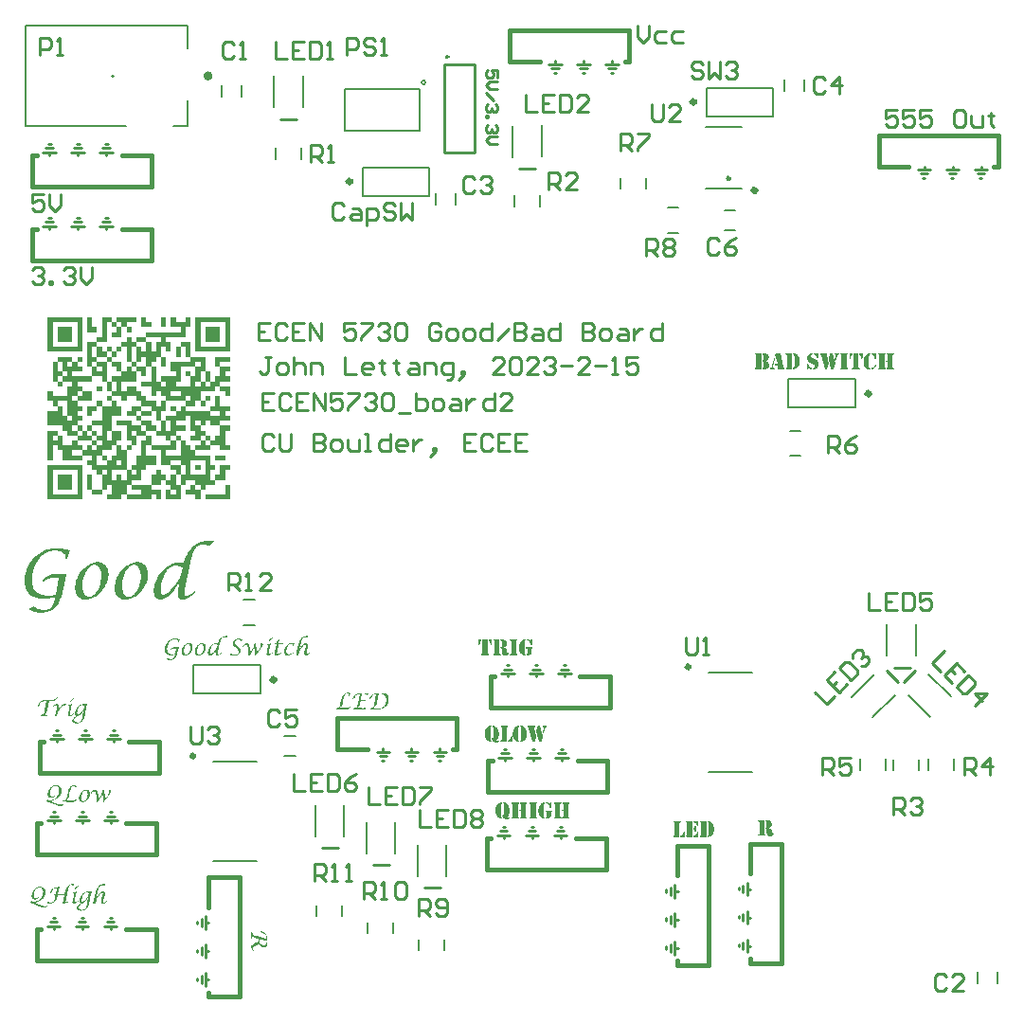
<source format=gto>
G04*
G04 #@! TF.GenerationSoftware,Altium Limited,Altium Designer,21.1.1 (26)*
G04*
G04 Layer_Color=65535*
%FSLAX25Y25*%
%MOIN*%
G70*
G04*
G04 #@! TF.SameCoordinates,FBF54A61-61D9-4F17-B791-177234694A3B*
G04*
G04*
G04 #@! TF.FilePolarity,Positive*
G04*
G01*
G75*
%ADD10C,0.01181*%
%ADD11C,0.02000*%
%ADD12C,0.01575*%
%ADD13C,0.01500*%
%ADD14C,0.01000*%
%ADD15C,0.00600*%
%ADD16C,0.00787*%
%ADD17C,0.00500*%
%ADD18C,0.00787*%
G36*
X61700Y244294D02*
Y244222D01*
Y244150D01*
Y244078D01*
Y244006D01*
Y243933D01*
Y243861D01*
Y243789D01*
Y243717D01*
Y243644D01*
Y243572D01*
Y243500D01*
Y243428D01*
Y243356D01*
Y243283D01*
Y243211D01*
Y243139D01*
Y243067D01*
Y242994D01*
Y242922D01*
Y242850D01*
Y242778D01*
Y242706D01*
Y242633D01*
Y242561D01*
Y242489D01*
Y242417D01*
Y242344D01*
Y242272D01*
Y242200D01*
Y242128D01*
Y242056D01*
Y241983D01*
Y241911D01*
Y241839D01*
Y241767D01*
Y241694D01*
Y241622D01*
Y241550D01*
Y241478D01*
Y241406D01*
Y241333D01*
Y241261D01*
Y241189D01*
Y241117D01*
Y241044D01*
Y240972D01*
Y240900D01*
X59967D01*
Y240828D01*
Y240756D01*
Y240683D01*
Y240611D01*
Y240539D01*
Y240467D01*
Y240394D01*
Y240322D01*
Y240250D01*
Y240178D01*
Y240106D01*
Y240033D01*
Y239961D01*
Y239889D01*
Y239817D01*
Y239744D01*
Y239672D01*
Y239600D01*
Y239528D01*
Y239456D01*
Y239383D01*
Y239311D01*
Y239239D01*
Y239167D01*
Y239094D01*
Y239022D01*
Y238950D01*
Y238878D01*
Y238806D01*
Y238733D01*
Y238661D01*
Y238589D01*
Y238517D01*
Y238444D01*
Y238372D01*
Y238300D01*
Y238228D01*
Y238156D01*
Y238083D01*
Y238011D01*
Y237939D01*
Y237867D01*
Y237794D01*
Y237722D01*
Y237650D01*
Y237578D01*
Y237506D01*
Y237433D01*
X53033D01*
Y237361D01*
Y237289D01*
Y237217D01*
Y237144D01*
Y237072D01*
Y237000D01*
Y236928D01*
Y236856D01*
Y236783D01*
Y236711D01*
Y236639D01*
Y236567D01*
Y236494D01*
Y236422D01*
Y236350D01*
Y236278D01*
Y236206D01*
Y236133D01*
Y236061D01*
Y235989D01*
Y235917D01*
Y235844D01*
Y235772D01*
Y235700D01*
X54767D01*
Y235628D01*
Y235556D01*
Y235483D01*
Y235411D01*
Y235339D01*
Y235267D01*
Y235194D01*
Y235122D01*
Y235050D01*
Y234978D01*
Y234906D01*
Y234833D01*
Y234761D01*
Y234689D01*
Y234617D01*
Y234544D01*
Y234472D01*
Y234400D01*
Y234328D01*
Y234256D01*
Y234183D01*
Y234111D01*
Y234039D01*
Y233967D01*
Y233894D01*
Y233822D01*
Y233750D01*
Y233678D01*
Y233606D01*
Y233533D01*
Y233461D01*
Y233389D01*
Y233317D01*
Y233244D01*
Y233172D01*
Y233100D01*
Y233028D01*
Y232956D01*
Y232883D01*
Y232811D01*
Y232739D01*
Y232667D01*
Y232594D01*
Y232522D01*
Y232450D01*
Y232378D01*
Y232306D01*
Y232233D01*
X53033D01*
Y232306D01*
Y232378D01*
Y232450D01*
Y232522D01*
Y232594D01*
Y232667D01*
Y232739D01*
Y232811D01*
Y232883D01*
Y232956D01*
Y233028D01*
Y233100D01*
Y233172D01*
Y233244D01*
Y233317D01*
Y233389D01*
Y233461D01*
Y233533D01*
Y233606D01*
Y233678D01*
Y233750D01*
Y233822D01*
Y233894D01*
Y233967D01*
X51300D01*
Y233894D01*
Y233822D01*
Y233750D01*
Y233678D01*
Y233606D01*
Y233533D01*
Y233461D01*
Y233389D01*
Y233317D01*
Y233244D01*
Y233172D01*
Y233100D01*
Y233028D01*
Y232956D01*
Y232883D01*
Y232811D01*
Y232739D01*
Y232667D01*
Y232594D01*
Y232522D01*
Y232450D01*
Y232378D01*
Y232306D01*
Y232233D01*
Y232161D01*
Y232089D01*
Y232017D01*
Y231944D01*
Y231872D01*
Y231800D01*
Y231728D01*
Y231656D01*
Y231583D01*
Y231511D01*
Y231439D01*
Y231367D01*
Y231294D01*
Y231222D01*
Y231150D01*
Y231078D01*
Y231006D01*
Y230933D01*
Y230861D01*
Y230789D01*
Y230717D01*
Y230644D01*
Y230572D01*
Y230500D01*
X53033D01*
Y230428D01*
Y230356D01*
Y230283D01*
Y230211D01*
Y230139D01*
Y230067D01*
Y229994D01*
Y229922D01*
Y229850D01*
Y229778D01*
Y229706D01*
Y229633D01*
Y229561D01*
Y229489D01*
Y229417D01*
Y229344D01*
Y229272D01*
Y229200D01*
Y229128D01*
Y229056D01*
Y228983D01*
Y228911D01*
Y228839D01*
Y228767D01*
Y228694D01*
Y228622D01*
Y228550D01*
Y228478D01*
Y228406D01*
Y228333D01*
Y228261D01*
Y228189D01*
Y228117D01*
Y228044D01*
Y227972D01*
Y227900D01*
Y227828D01*
Y227756D01*
Y227683D01*
Y227611D01*
Y227539D01*
Y227467D01*
Y227394D01*
Y227322D01*
Y227250D01*
Y227178D01*
Y227106D01*
Y227033D01*
X51300D01*
Y227106D01*
Y227178D01*
Y227250D01*
Y227322D01*
Y227394D01*
Y227467D01*
Y227539D01*
Y227611D01*
Y227683D01*
Y227756D01*
Y227828D01*
Y227900D01*
Y227972D01*
Y228044D01*
Y228117D01*
Y228189D01*
Y228261D01*
Y228333D01*
Y228406D01*
Y228478D01*
Y228550D01*
Y228622D01*
Y228694D01*
Y228767D01*
Y228839D01*
Y228911D01*
Y228983D01*
Y229056D01*
Y229128D01*
Y229200D01*
Y229272D01*
Y229344D01*
Y229417D01*
Y229489D01*
Y229561D01*
Y229633D01*
Y229706D01*
Y229778D01*
Y229850D01*
Y229922D01*
Y229994D01*
Y230067D01*
Y230139D01*
Y230211D01*
Y230283D01*
Y230356D01*
Y230428D01*
Y230500D01*
X49567D01*
Y230428D01*
Y230356D01*
Y230283D01*
Y230211D01*
Y230139D01*
Y230067D01*
Y229994D01*
Y229922D01*
Y229850D01*
Y229778D01*
Y229706D01*
Y229633D01*
Y229561D01*
Y229489D01*
Y229417D01*
Y229344D01*
Y229272D01*
Y229200D01*
Y229128D01*
Y229056D01*
Y228983D01*
Y228911D01*
Y228839D01*
Y228767D01*
X47833D01*
Y228694D01*
Y228622D01*
Y228550D01*
Y228478D01*
Y228406D01*
Y228333D01*
Y228261D01*
Y228189D01*
Y228117D01*
Y228044D01*
Y227972D01*
Y227900D01*
Y227828D01*
Y227756D01*
Y227683D01*
Y227611D01*
Y227539D01*
Y227467D01*
Y227394D01*
Y227322D01*
Y227250D01*
Y227178D01*
Y227106D01*
Y227033D01*
X49567D01*
Y226961D01*
Y226889D01*
Y226817D01*
Y226744D01*
Y226672D01*
Y226600D01*
Y226528D01*
Y226456D01*
Y226383D01*
Y226311D01*
Y226239D01*
Y226167D01*
Y226094D01*
Y226022D01*
Y225950D01*
Y225878D01*
Y225806D01*
Y225733D01*
Y225661D01*
Y225589D01*
Y225517D01*
Y225444D01*
Y225372D01*
Y225300D01*
Y225228D01*
Y225156D01*
Y225083D01*
Y225011D01*
Y224939D01*
Y224867D01*
Y224794D01*
Y224722D01*
Y224650D01*
Y224578D01*
Y224506D01*
Y224433D01*
Y224361D01*
Y224289D01*
Y224217D01*
Y224144D01*
Y224072D01*
Y224000D01*
Y223928D01*
Y223856D01*
Y223783D01*
Y223711D01*
Y223639D01*
Y223567D01*
Y223494D01*
Y223422D01*
Y223350D01*
Y223278D01*
Y223206D01*
Y223133D01*
Y223061D01*
Y222989D01*
Y222917D01*
Y222844D01*
Y222772D01*
Y222700D01*
Y222628D01*
Y222556D01*
Y222483D01*
Y222411D01*
Y222339D01*
Y222267D01*
Y222194D01*
Y222122D01*
Y222050D01*
Y221978D01*
Y221906D01*
Y221833D01*
X51300D01*
Y221761D01*
Y221689D01*
Y221617D01*
Y221544D01*
Y221472D01*
Y221400D01*
Y221328D01*
Y221256D01*
Y221183D01*
Y221111D01*
Y221039D01*
Y220967D01*
Y220894D01*
Y220822D01*
Y220750D01*
Y220678D01*
Y220606D01*
Y220533D01*
Y220461D01*
Y220389D01*
Y220317D01*
Y220244D01*
Y220172D01*
Y220100D01*
X53033D01*
Y220172D01*
Y220244D01*
Y220317D01*
Y220389D01*
Y220461D01*
Y220533D01*
Y220606D01*
Y220678D01*
Y220750D01*
Y220822D01*
Y220894D01*
Y220967D01*
Y221039D01*
Y221111D01*
Y221183D01*
Y221256D01*
Y221328D01*
Y221400D01*
Y221472D01*
Y221544D01*
Y221617D01*
Y221689D01*
Y221761D01*
Y221833D01*
X51300D01*
Y221906D01*
Y221978D01*
Y222050D01*
Y222122D01*
Y222194D01*
Y222267D01*
Y222339D01*
Y222411D01*
Y222483D01*
Y222556D01*
Y222628D01*
Y222700D01*
Y222772D01*
Y222844D01*
Y222917D01*
Y222989D01*
Y223061D01*
Y223133D01*
Y223206D01*
Y223278D01*
Y223350D01*
Y223422D01*
Y223494D01*
Y223567D01*
X56500D01*
Y223639D01*
Y223711D01*
Y223783D01*
Y223856D01*
Y223928D01*
Y224000D01*
Y224072D01*
Y224144D01*
Y224217D01*
Y224289D01*
Y224361D01*
Y224433D01*
Y224506D01*
Y224578D01*
Y224650D01*
Y224722D01*
Y224794D01*
Y224867D01*
Y224939D01*
Y225011D01*
Y225083D01*
Y225156D01*
Y225228D01*
Y225300D01*
X54767D01*
Y225372D01*
Y225444D01*
Y225517D01*
Y225589D01*
Y225661D01*
Y225733D01*
Y225806D01*
Y225878D01*
Y225950D01*
Y226022D01*
Y226094D01*
Y226167D01*
Y226239D01*
Y226311D01*
Y226383D01*
Y226456D01*
Y226528D01*
Y226600D01*
Y226672D01*
Y226744D01*
Y226817D01*
Y226889D01*
Y226961D01*
Y227033D01*
Y227106D01*
Y227178D01*
Y227250D01*
Y227322D01*
Y227394D01*
Y227467D01*
Y227539D01*
Y227611D01*
Y227683D01*
Y227756D01*
Y227828D01*
Y227900D01*
Y227972D01*
Y228044D01*
Y228117D01*
Y228189D01*
Y228261D01*
Y228333D01*
Y228406D01*
Y228478D01*
Y228550D01*
Y228622D01*
Y228694D01*
Y228767D01*
X61700D01*
Y228839D01*
Y228911D01*
Y228983D01*
Y229056D01*
Y229128D01*
Y229200D01*
Y229272D01*
Y229344D01*
Y229417D01*
Y229489D01*
Y229561D01*
Y229633D01*
Y229706D01*
Y229778D01*
Y229850D01*
Y229922D01*
Y229994D01*
Y230067D01*
Y230139D01*
Y230211D01*
Y230283D01*
Y230356D01*
Y230428D01*
Y230500D01*
X59967D01*
Y230572D01*
Y230644D01*
Y230717D01*
Y230789D01*
Y230861D01*
Y230933D01*
Y231006D01*
Y231078D01*
Y231150D01*
Y231222D01*
Y231294D01*
Y231367D01*
Y231439D01*
Y231511D01*
Y231583D01*
Y231656D01*
Y231728D01*
Y231800D01*
Y231872D01*
Y231944D01*
Y232017D01*
Y232089D01*
Y232161D01*
Y232233D01*
Y232306D01*
Y232378D01*
Y232450D01*
Y232522D01*
Y232594D01*
Y232667D01*
Y232739D01*
Y232811D01*
Y232883D01*
Y232956D01*
Y233028D01*
Y233100D01*
Y233172D01*
Y233244D01*
Y233317D01*
Y233389D01*
Y233461D01*
Y233533D01*
Y233606D01*
Y233678D01*
Y233750D01*
Y233822D01*
Y233894D01*
Y233967D01*
X58233D01*
Y234039D01*
Y234111D01*
Y234183D01*
Y234256D01*
Y234328D01*
Y234400D01*
Y234472D01*
Y234544D01*
Y234617D01*
Y234689D01*
Y234761D01*
Y234833D01*
Y234906D01*
Y234978D01*
Y235050D01*
Y235122D01*
Y235194D01*
Y235267D01*
Y235339D01*
Y235411D01*
Y235483D01*
Y235556D01*
Y235628D01*
Y235700D01*
X61700D01*
Y235628D01*
Y235556D01*
Y235483D01*
Y235411D01*
Y235339D01*
Y235267D01*
Y235194D01*
Y235122D01*
Y235050D01*
Y234978D01*
Y234906D01*
Y234833D01*
Y234761D01*
Y234689D01*
Y234617D01*
Y234544D01*
Y234472D01*
Y234400D01*
Y234328D01*
Y234256D01*
Y234183D01*
Y234111D01*
Y234039D01*
Y233967D01*
Y233894D01*
Y233822D01*
Y233750D01*
Y233678D01*
Y233606D01*
Y233533D01*
Y233461D01*
Y233389D01*
Y233317D01*
Y233244D01*
Y233172D01*
Y233100D01*
Y233028D01*
Y232956D01*
Y232883D01*
Y232811D01*
Y232739D01*
Y232667D01*
Y232594D01*
Y232522D01*
Y232450D01*
Y232378D01*
Y232306D01*
Y232233D01*
Y232161D01*
Y232089D01*
Y232017D01*
Y231944D01*
Y231872D01*
Y231800D01*
Y231728D01*
Y231656D01*
Y231583D01*
Y231511D01*
Y231439D01*
Y231367D01*
Y231294D01*
Y231222D01*
Y231150D01*
Y231078D01*
Y231006D01*
Y230933D01*
Y230861D01*
Y230789D01*
Y230717D01*
Y230644D01*
Y230572D01*
Y230500D01*
X66900D01*
Y230428D01*
Y230356D01*
Y230283D01*
Y230211D01*
Y230139D01*
Y230067D01*
Y229994D01*
Y229922D01*
Y229850D01*
Y229778D01*
Y229706D01*
Y229633D01*
Y229561D01*
Y229489D01*
Y229417D01*
Y229344D01*
Y229272D01*
Y229200D01*
Y229128D01*
Y229056D01*
Y228983D01*
Y228911D01*
Y228839D01*
Y228767D01*
Y228694D01*
Y228622D01*
Y228550D01*
Y228478D01*
Y228406D01*
Y228333D01*
Y228261D01*
Y228189D01*
Y228117D01*
Y228044D01*
Y227972D01*
Y227900D01*
Y227828D01*
Y227756D01*
Y227683D01*
Y227611D01*
Y227539D01*
Y227467D01*
Y227394D01*
Y227322D01*
Y227250D01*
Y227178D01*
Y227106D01*
Y227033D01*
Y226961D01*
Y226889D01*
Y226817D01*
Y226744D01*
Y226672D01*
Y226600D01*
Y226528D01*
Y226456D01*
Y226383D01*
Y226311D01*
Y226239D01*
Y226167D01*
Y226094D01*
Y226022D01*
Y225950D01*
Y225878D01*
Y225806D01*
Y225733D01*
Y225661D01*
Y225589D01*
Y225517D01*
Y225444D01*
Y225372D01*
Y225300D01*
X68633D01*
Y225228D01*
Y225156D01*
Y225083D01*
Y225011D01*
Y224939D01*
Y224867D01*
Y224794D01*
Y224722D01*
Y224650D01*
Y224578D01*
Y224506D01*
Y224433D01*
Y224361D01*
Y224289D01*
Y224217D01*
Y224144D01*
Y224072D01*
Y224000D01*
Y223928D01*
Y223856D01*
Y223783D01*
Y223711D01*
Y223639D01*
Y223567D01*
Y223494D01*
Y223422D01*
Y223350D01*
Y223278D01*
Y223206D01*
Y223133D01*
Y223061D01*
Y222989D01*
Y222917D01*
Y222844D01*
Y222772D01*
Y222700D01*
Y222628D01*
Y222556D01*
Y222483D01*
Y222411D01*
Y222339D01*
Y222267D01*
Y222194D01*
Y222122D01*
Y222050D01*
Y221978D01*
Y221906D01*
Y221833D01*
X70367D01*
Y221906D01*
Y221978D01*
Y222050D01*
Y222122D01*
Y222194D01*
Y222267D01*
Y222339D01*
Y222411D01*
Y222483D01*
Y222556D01*
Y222628D01*
Y222700D01*
Y222772D01*
Y222844D01*
Y222917D01*
Y222989D01*
Y223061D01*
Y223133D01*
Y223206D01*
Y223278D01*
Y223350D01*
Y223422D01*
Y223494D01*
Y223567D01*
X72100D01*
Y223639D01*
Y223711D01*
Y223783D01*
Y223856D01*
Y223928D01*
Y224000D01*
Y224072D01*
Y224144D01*
Y224217D01*
Y224289D01*
Y224361D01*
Y224433D01*
Y224506D01*
Y224578D01*
Y224650D01*
Y224722D01*
Y224794D01*
Y224867D01*
Y224939D01*
Y225011D01*
Y225083D01*
Y225156D01*
Y225228D01*
Y225300D01*
Y225372D01*
Y225444D01*
Y225517D01*
Y225589D01*
Y225661D01*
Y225733D01*
Y225806D01*
Y225878D01*
Y225950D01*
Y226022D01*
Y226094D01*
Y226167D01*
Y226239D01*
Y226311D01*
Y226383D01*
Y226456D01*
Y226528D01*
Y226600D01*
Y226672D01*
Y226744D01*
Y226817D01*
Y226889D01*
Y226961D01*
Y227033D01*
X70367D01*
Y227106D01*
Y227178D01*
Y227250D01*
Y227322D01*
Y227394D01*
Y227467D01*
Y227539D01*
Y227611D01*
Y227683D01*
Y227756D01*
Y227828D01*
Y227900D01*
Y227972D01*
Y228044D01*
Y228117D01*
Y228189D01*
Y228261D01*
Y228333D01*
Y228406D01*
Y228478D01*
Y228550D01*
Y228622D01*
Y228694D01*
Y228767D01*
Y228839D01*
Y228911D01*
Y228983D01*
Y229056D01*
Y229128D01*
Y229200D01*
Y229272D01*
Y229344D01*
Y229417D01*
Y229489D01*
Y229561D01*
Y229633D01*
Y229706D01*
Y229778D01*
Y229850D01*
Y229922D01*
Y229994D01*
Y230067D01*
Y230139D01*
Y230211D01*
Y230283D01*
Y230356D01*
Y230428D01*
Y230500D01*
X75567D01*
Y230428D01*
Y230356D01*
Y230283D01*
Y230211D01*
Y230139D01*
Y230067D01*
Y229994D01*
Y229922D01*
Y229850D01*
Y229778D01*
Y229706D01*
Y229633D01*
Y229561D01*
Y229489D01*
Y229417D01*
Y229344D01*
Y229272D01*
Y229200D01*
Y229128D01*
Y229056D01*
Y228983D01*
Y228911D01*
Y228839D01*
Y228767D01*
X72100D01*
Y228694D01*
Y228622D01*
Y228550D01*
Y228478D01*
Y228406D01*
Y228333D01*
Y228261D01*
Y228189D01*
Y228117D01*
Y228044D01*
Y227972D01*
Y227900D01*
Y227828D01*
Y227756D01*
Y227683D01*
Y227611D01*
Y227539D01*
Y227467D01*
Y227394D01*
Y227322D01*
Y227250D01*
Y227178D01*
Y227106D01*
Y227033D01*
X75567D01*
Y226961D01*
Y226889D01*
Y226817D01*
Y226744D01*
Y226672D01*
Y226600D01*
Y226528D01*
Y226456D01*
Y226383D01*
Y226311D01*
Y226239D01*
Y226167D01*
Y226094D01*
Y226022D01*
Y225950D01*
Y225878D01*
Y225806D01*
Y225733D01*
Y225661D01*
Y225589D01*
Y225517D01*
Y225444D01*
Y225372D01*
Y225300D01*
X73833D01*
Y225228D01*
Y225156D01*
Y225083D01*
Y225011D01*
Y224939D01*
Y224867D01*
Y224794D01*
Y224722D01*
Y224650D01*
Y224578D01*
Y224506D01*
Y224433D01*
Y224361D01*
Y224289D01*
Y224217D01*
Y224144D01*
Y224072D01*
Y224000D01*
Y223928D01*
Y223856D01*
Y223783D01*
Y223711D01*
Y223639D01*
Y223567D01*
X75567D01*
Y223494D01*
Y223422D01*
Y223350D01*
Y223278D01*
Y223206D01*
Y223133D01*
Y223061D01*
Y222989D01*
Y222917D01*
Y222844D01*
Y222772D01*
Y222700D01*
Y222628D01*
Y222556D01*
Y222483D01*
Y222411D01*
Y222339D01*
Y222267D01*
Y222194D01*
Y222122D01*
Y222050D01*
Y221978D01*
Y221906D01*
Y221833D01*
X72100D01*
Y221761D01*
Y221689D01*
Y221617D01*
Y221544D01*
Y221472D01*
Y221400D01*
Y221328D01*
Y221256D01*
Y221183D01*
Y221111D01*
Y221039D01*
Y220967D01*
Y220894D01*
Y220822D01*
Y220750D01*
Y220678D01*
Y220606D01*
Y220533D01*
Y220461D01*
Y220389D01*
Y220317D01*
Y220244D01*
Y220172D01*
Y220100D01*
X75567D01*
Y220028D01*
Y219956D01*
Y219883D01*
Y219811D01*
Y219739D01*
Y219667D01*
Y219594D01*
Y219522D01*
Y219450D01*
Y219378D01*
Y219306D01*
Y219233D01*
Y219161D01*
Y219089D01*
Y219017D01*
Y218944D01*
Y218872D01*
Y218800D01*
Y218728D01*
Y218656D01*
Y218583D01*
Y218511D01*
Y218439D01*
Y218367D01*
Y218294D01*
Y218222D01*
Y218150D01*
Y218078D01*
Y218006D01*
Y217933D01*
Y217861D01*
Y217789D01*
Y217717D01*
Y217644D01*
Y217572D01*
Y217500D01*
Y217428D01*
Y217356D01*
Y217283D01*
Y217211D01*
Y217139D01*
Y217067D01*
Y216994D01*
Y216922D01*
Y216850D01*
Y216778D01*
Y216706D01*
Y216633D01*
X73833D01*
Y216706D01*
Y216778D01*
Y216850D01*
Y216922D01*
Y216994D01*
Y217067D01*
Y217139D01*
Y217211D01*
Y217283D01*
Y217356D01*
Y217428D01*
Y217500D01*
Y217572D01*
Y217644D01*
Y217717D01*
Y217789D01*
Y217861D01*
Y217933D01*
Y218006D01*
Y218078D01*
Y218150D01*
Y218222D01*
Y218294D01*
Y218367D01*
X72100D01*
Y218439D01*
Y218511D01*
Y218583D01*
Y218656D01*
Y218728D01*
Y218800D01*
Y218872D01*
Y218944D01*
Y219017D01*
Y219089D01*
Y219161D01*
Y219233D01*
Y219306D01*
Y219378D01*
Y219450D01*
Y219522D01*
Y219594D01*
Y219667D01*
Y219739D01*
Y219811D01*
Y219883D01*
Y219956D01*
Y220028D01*
Y220100D01*
X70367D01*
Y220028D01*
Y219956D01*
Y219883D01*
Y219811D01*
Y219739D01*
Y219667D01*
Y219594D01*
Y219522D01*
Y219450D01*
Y219378D01*
Y219306D01*
Y219233D01*
Y219161D01*
Y219089D01*
Y219017D01*
Y218944D01*
Y218872D01*
Y218800D01*
Y218728D01*
Y218656D01*
Y218583D01*
Y218511D01*
Y218439D01*
Y218367D01*
X65167D01*
Y218294D01*
Y218222D01*
Y218150D01*
Y218078D01*
Y218006D01*
Y217933D01*
Y217861D01*
Y217789D01*
Y217717D01*
Y217644D01*
Y217572D01*
Y217500D01*
Y217428D01*
Y217356D01*
Y217283D01*
Y217211D01*
Y217139D01*
Y217067D01*
Y216994D01*
Y216922D01*
Y216850D01*
Y216778D01*
Y216706D01*
Y216633D01*
Y216561D01*
Y216489D01*
Y216417D01*
Y216344D01*
Y216272D01*
Y216200D01*
Y216128D01*
Y216056D01*
Y215983D01*
Y215911D01*
Y215839D01*
Y215767D01*
Y215694D01*
Y215622D01*
Y215550D01*
Y215478D01*
Y215406D01*
Y215333D01*
Y215261D01*
Y215189D01*
Y215117D01*
Y215044D01*
Y214972D01*
Y214900D01*
X66900D01*
Y214828D01*
Y214756D01*
Y214683D01*
Y214611D01*
Y214539D01*
Y214467D01*
Y214394D01*
Y214322D01*
Y214250D01*
Y214178D01*
Y214106D01*
Y214033D01*
Y213961D01*
Y213889D01*
Y213817D01*
Y213744D01*
Y213672D01*
Y213600D01*
Y213528D01*
Y213456D01*
Y213383D01*
Y213311D01*
Y213239D01*
Y213167D01*
X65167D01*
Y213239D01*
Y213311D01*
Y213383D01*
Y213456D01*
Y213528D01*
Y213600D01*
Y213672D01*
Y213744D01*
Y213817D01*
Y213889D01*
Y213961D01*
Y214033D01*
Y214106D01*
Y214178D01*
Y214250D01*
Y214322D01*
Y214394D01*
Y214467D01*
Y214539D01*
Y214611D01*
Y214683D01*
Y214756D01*
Y214828D01*
Y214900D01*
X63433D01*
Y214828D01*
Y214756D01*
Y214683D01*
Y214611D01*
Y214539D01*
Y214467D01*
Y214394D01*
Y214322D01*
Y214250D01*
Y214178D01*
Y214106D01*
Y214033D01*
Y213961D01*
Y213889D01*
Y213817D01*
Y213744D01*
Y213672D01*
Y213600D01*
Y213528D01*
Y213456D01*
Y213383D01*
Y213311D01*
Y213239D01*
Y213167D01*
X59967D01*
Y213239D01*
Y213311D01*
Y213383D01*
Y213456D01*
Y213528D01*
Y213600D01*
Y213672D01*
Y213744D01*
Y213817D01*
Y213889D01*
Y213961D01*
Y214033D01*
Y214106D01*
Y214178D01*
Y214250D01*
Y214322D01*
Y214394D01*
Y214467D01*
Y214539D01*
Y214611D01*
Y214683D01*
Y214756D01*
Y214828D01*
Y214900D01*
X53033D01*
Y214972D01*
Y215044D01*
Y215117D01*
Y215189D01*
Y215261D01*
Y215333D01*
Y215406D01*
Y215478D01*
Y215550D01*
Y215622D01*
Y215694D01*
Y215767D01*
Y215839D01*
Y215911D01*
Y215983D01*
Y216056D01*
Y216128D01*
Y216200D01*
Y216272D01*
Y216344D01*
Y216417D01*
Y216489D01*
Y216561D01*
Y216633D01*
X51300D01*
Y216706D01*
Y216778D01*
Y216850D01*
Y216922D01*
Y216994D01*
Y217067D01*
Y217139D01*
Y217211D01*
Y217283D01*
Y217356D01*
Y217428D01*
Y217500D01*
Y217572D01*
Y217644D01*
Y217717D01*
Y217789D01*
Y217861D01*
Y217933D01*
Y218006D01*
Y218078D01*
Y218150D01*
Y218222D01*
Y218294D01*
Y218367D01*
X49567D01*
Y218294D01*
Y218222D01*
Y218150D01*
Y218078D01*
Y218006D01*
Y217933D01*
Y217861D01*
Y217789D01*
Y217717D01*
Y217644D01*
Y217572D01*
Y217500D01*
Y217428D01*
Y217356D01*
Y217283D01*
Y217211D01*
Y217139D01*
Y217067D01*
Y216994D01*
Y216922D01*
Y216850D01*
Y216778D01*
Y216706D01*
Y216633D01*
X47833D01*
Y216706D01*
Y216778D01*
Y216850D01*
Y216922D01*
Y216994D01*
Y217067D01*
Y217139D01*
Y217211D01*
Y217283D01*
Y217356D01*
Y217428D01*
Y217500D01*
Y217572D01*
Y217644D01*
Y217717D01*
Y217789D01*
Y217861D01*
Y217933D01*
Y218006D01*
Y218078D01*
Y218150D01*
Y218222D01*
Y218294D01*
Y218367D01*
Y218439D01*
Y218511D01*
Y218583D01*
Y218656D01*
Y218728D01*
Y218800D01*
Y218872D01*
Y218944D01*
Y219017D01*
Y219089D01*
Y219161D01*
Y219233D01*
Y219306D01*
Y219378D01*
Y219450D01*
Y219522D01*
Y219594D01*
Y219667D01*
Y219739D01*
Y219811D01*
Y219883D01*
Y219956D01*
Y220028D01*
Y220100D01*
X44367D01*
Y220172D01*
Y220244D01*
Y220317D01*
Y220389D01*
Y220461D01*
Y220533D01*
Y220606D01*
Y220678D01*
Y220750D01*
Y220822D01*
Y220894D01*
Y220967D01*
Y221039D01*
Y221111D01*
Y221183D01*
Y221256D01*
Y221328D01*
Y221400D01*
Y221472D01*
Y221544D01*
Y221617D01*
Y221689D01*
Y221761D01*
Y221833D01*
X47833D01*
Y221906D01*
Y221978D01*
Y222050D01*
Y222122D01*
Y222194D01*
Y222267D01*
Y222339D01*
Y222411D01*
Y222483D01*
Y222556D01*
Y222628D01*
Y222700D01*
Y222772D01*
Y222844D01*
Y222917D01*
Y222989D01*
Y223061D01*
Y223133D01*
Y223206D01*
Y223278D01*
Y223350D01*
Y223422D01*
Y223494D01*
Y223567D01*
Y223639D01*
Y223711D01*
Y223783D01*
Y223856D01*
Y223928D01*
Y224000D01*
Y224072D01*
Y224144D01*
Y224217D01*
Y224289D01*
Y224361D01*
Y224433D01*
Y224506D01*
Y224578D01*
Y224650D01*
Y224722D01*
Y224794D01*
Y224867D01*
Y224939D01*
Y225011D01*
Y225083D01*
Y225156D01*
Y225228D01*
Y225300D01*
Y225372D01*
Y225444D01*
Y225517D01*
Y225589D01*
Y225661D01*
Y225733D01*
Y225806D01*
Y225878D01*
Y225950D01*
Y226022D01*
Y226094D01*
Y226167D01*
Y226239D01*
Y226311D01*
Y226383D01*
Y226456D01*
Y226528D01*
Y226600D01*
Y226672D01*
Y226744D01*
Y226817D01*
Y226889D01*
Y226961D01*
Y227033D01*
X46100D01*
Y227106D01*
Y227178D01*
Y227250D01*
Y227322D01*
Y227394D01*
Y227467D01*
Y227539D01*
Y227611D01*
Y227683D01*
Y227756D01*
Y227828D01*
Y227900D01*
Y227972D01*
Y228044D01*
Y228117D01*
Y228189D01*
Y228261D01*
Y228333D01*
Y228406D01*
Y228478D01*
Y228550D01*
Y228622D01*
Y228694D01*
Y228767D01*
Y228839D01*
Y228911D01*
Y228983D01*
Y229056D01*
Y229128D01*
Y229200D01*
Y229272D01*
Y229344D01*
Y229417D01*
Y229489D01*
Y229561D01*
Y229633D01*
Y229706D01*
Y229778D01*
Y229850D01*
Y229922D01*
Y229994D01*
Y230067D01*
Y230139D01*
Y230211D01*
Y230283D01*
Y230356D01*
Y230428D01*
Y230500D01*
X44367D01*
Y230428D01*
Y230356D01*
Y230283D01*
Y230211D01*
Y230139D01*
Y230067D01*
Y229994D01*
Y229922D01*
Y229850D01*
Y229778D01*
Y229706D01*
Y229633D01*
Y229561D01*
Y229489D01*
Y229417D01*
Y229344D01*
Y229272D01*
Y229200D01*
Y229128D01*
Y229056D01*
Y228983D01*
Y228911D01*
Y228839D01*
Y228767D01*
X42633D01*
Y228839D01*
Y228911D01*
Y228983D01*
Y229056D01*
Y229128D01*
Y229200D01*
Y229272D01*
Y229344D01*
Y229417D01*
Y229489D01*
Y229561D01*
Y229633D01*
Y229706D01*
Y229778D01*
Y229850D01*
Y229922D01*
Y229994D01*
Y230067D01*
Y230139D01*
Y230211D01*
Y230283D01*
Y230356D01*
Y230428D01*
Y230500D01*
Y230572D01*
Y230644D01*
Y230717D01*
Y230789D01*
Y230861D01*
Y230933D01*
Y231006D01*
Y231078D01*
Y231150D01*
Y231222D01*
Y231294D01*
Y231367D01*
Y231439D01*
Y231511D01*
Y231583D01*
Y231656D01*
Y231728D01*
Y231800D01*
Y231872D01*
Y231944D01*
Y232017D01*
Y232089D01*
Y232161D01*
Y232233D01*
Y232306D01*
Y232378D01*
Y232450D01*
Y232522D01*
Y232594D01*
Y232667D01*
Y232739D01*
Y232811D01*
Y232883D01*
Y232956D01*
Y233028D01*
Y233100D01*
Y233172D01*
Y233244D01*
Y233317D01*
Y233389D01*
Y233461D01*
Y233533D01*
Y233606D01*
Y233678D01*
Y233750D01*
Y233822D01*
Y233894D01*
Y233967D01*
X40900D01*
Y233894D01*
Y233822D01*
Y233750D01*
Y233678D01*
Y233606D01*
Y233533D01*
Y233461D01*
Y233389D01*
Y233317D01*
Y233244D01*
Y233172D01*
Y233100D01*
Y233028D01*
Y232956D01*
Y232883D01*
Y232811D01*
Y232739D01*
Y232667D01*
Y232594D01*
Y232522D01*
Y232450D01*
Y232378D01*
Y232306D01*
Y232233D01*
Y232161D01*
Y232089D01*
Y232017D01*
Y231944D01*
Y231872D01*
Y231800D01*
Y231728D01*
Y231656D01*
Y231583D01*
Y231511D01*
Y231439D01*
Y231367D01*
Y231294D01*
Y231222D01*
Y231150D01*
Y231078D01*
Y231006D01*
Y230933D01*
Y230861D01*
Y230789D01*
Y230717D01*
Y230644D01*
Y230572D01*
Y230500D01*
Y230428D01*
Y230356D01*
Y230283D01*
Y230211D01*
Y230139D01*
Y230067D01*
Y229994D01*
Y229922D01*
Y229850D01*
Y229778D01*
Y229706D01*
Y229633D01*
Y229561D01*
Y229489D01*
Y229417D01*
Y229344D01*
Y229272D01*
Y229200D01*
Y229128D01*
Y229056D01*
Y228983D01*
Y228911D01*
Y228839D01*
Y228767D01*
X42633D01*
Y228694D01*
Y228622D01*
Y228550D01*
Y228478D01*
Y228406D01*
Y228333D01*
Y228261D01*
Y228189D01*
Y228117D01*
Y228044D01*
Y227972D01*
Y227900D01*
Y227828D01*
Y227756D01*
Y227683D01*
Y227611D01*
Y227539D01*
Y227467D01*
Y227394D01*
Y227322D01*
Y227250D01*
Y227178D01*
Y227106D01*
Y227033D01*
X46100D01*
Y226961D01*
Y226889D01*
Y226817D01*
Y226744D01*
Y226672D01*
Y226600D01*
Y226528D01*
Y226456D01*
Y226383D01*
Y226311D01*
Y226239D01*
Y226167D01*
Y226094D01*
Y226022D01*
Y225950D01*
Y225878D01*
Y225806D01*
Y225733D01*
Y225661D01*
Y225589D01*
Y225517D01*
Y225444D01*
Y225372D01*
Y225300D01*
Y225228D01*
Y225156D01*
Y225083D01*
Y225011D01*
Y224939D01*
Y224867D01*
Y224794D01*
Y224722D01*
Y224650D01*
Y224578D01*
Y224506D01*
Y224433D01*
Y224361D01*
Y224289D01*
Y224217D01*
Y224144D01*
Y224072D01*
Y224000D01*
Y223928D01*
Y223856D01*
Y223783D01*
Y223711D01*
Y223639D01*
Y223567D01*
X44367D01*
Y223639D01*
Y223711D01*
Y223783D01*
Y223856D01*
Y223928D01*
Y224000D01*
Y224072D01*
Y224144D01*
Y224217D01*
Y224289D01*
Y224361D01*
Y224433D01*
Y224506D01*
Y224578D01*
Y224650D01*
Y224722D01*
Y224794D01*
Y224867D01*
Y224939D01*
Y225011D01*
Y225083D01*
Y225156D01*
Y225228D01*
Y225300D01*
X42633D01*
Y225372D01*
Y225444D01*
Y225517D01*
Y225589D01*
Y225661D01*
Y225733D01*
Y225806D01*
Y225878D01*
Y225950D01*
Y226022D01*
Y226094D01*
Y226167D01*
Y226239D01*
Y226311D01*
Y226383D01*
Y226456D01*
Y226528D01*
Y226600D01*
Y226672D01*
Y226744D01*
Y226817D01*
Y226889D01*
Y226961D01*
Y227033D01*
X40900D01*
Y227106D01*
Y227178D01*
Y227250D01*
Y227322D01*
Y227394D01*
Y227467D01*
Y227539D01*
Y227611D01*
Y227683D01*
Y227756D01*
Y227828D01*
Y227900D01*
Y227972D01*
Y228044D01*
Y228117D01*
Y228189D01*
Y228261D01*
Y228333D01*
Y228406D01*
Y228478D01*
Y228550D01*
Y228622D01*
Y228694D01*
Y228767D01*
X39167D01*
Y228839D01*
Y228911D01*
Y228983D01*
Y229056D01*
Y229128D01*
Y229200D01*
Y229272D01*
Y229344D01*
Y229417D01*
Y229489D01*
Y229561D01*
Y229633D01*
Y229706D01*
Y229778D01*
Y229850D01*
Y229922D01*
Y229994D01*
Y230067D01*
Y230139D01*
Y230211D01*
Y230283D01*
Y230356D01*
Y230428D01*
Y230500D01*
Y230572D01*
Y230644D01*
Y230717D01*
Y230789D01*
Y230861D01*
Y230933D01*
Y231006D01*
Y231078D01*
Y231150D01*
Y231222D01*
Y231294D01*
Y231367D01*
Y231439D01*
Y231511D01*
Y231583D01*
Y231656D01*
Y231728D01*
Y231800D01*
Y231872D01*
Y231944D01*
Y232017D01*
Y232089D01*
Y232161D01*
Y232233D01*
Y232306D01*
Y232378D01*
Y232450D01*
Y232522D01*
Y232594D01*
Y232667D01*
Y232739D01*
Y232811D01*
Y232883D01*
Y232956D01*
Y233028D01*
Y233100D01*
Y233172D01*
Y233244D01*
Y233317D01*
Y233389D01*
Y233461D01*
Y233533D01*
Y233606D01*
Y233678D01*
Y233750D01*
Y233822D01*
Y233894D01*
Y233967D01*
X37433D01*
Y234039D01*
Y234111D01*
Y234183D01*
Y234256D01*
Y234328D01*
Y234400D01*
Y234472D01*
Y234544D01*
Y234617D01*
Y234689D01*
Y234761D01*
Y234833D01*
Y234906D01*
Y234978D01*
Y235050D01*
Y235122D01*
Y235194D01*
Y235267D01*
Y235339D01*
Y235411D01*
Y235483D01*
Y235556D01*
Y235628D01*
Y235700D01*
X39167D01*
Y235772D01*
Y235844D01*
Y235917D01*
Y235989D01*
Y236061D01*
Y236133D01*
Y236206D01*
Y236278D01*
Y236350D01*
Y236422D01*
Y236494D01*
Y236567D01*
Y236639D01*
Y236711D01*
Y236783D01*
Y236856D01*
Y236928D01*
Y237000D01*
Y237072D01*
Y237144D01*
Y237217D01*
Y237289D01*
Y237361D01*
Y237433D01*
X40900D01*
Y237361D01*
Y237289D01*
Y237217D01*
Y237144D01*
Y237072D01*
Y237000D01*
Y236928D01*
Y236856D01*
Y236783D01*
Y236711D01*
Y236639D01*
Y236567D01*
Y236494D01*
Y236422D01*
Y236350D01*
Y236278D01*
Y236206D01*
Y236133D01*
Y236061D01*
Y235989D01*
Y235917D01*
Y235844D01*
Y235772D01*
Y235700D01*
X42633D01*
Y235628D01*
Y235556D01*
Y235483D01*
Y235411D01*
Y235339D01*
Y235267D01*
Y235194D01*
Y235122D01*
Y235050D01*
Y234978D01*
Y234906D01*
Y234833D01*
Y234761D01*
Y234689D01*
Y234617D01*
Y234544D01*
Y234472D01*
Y234400D01*
Y234328D01*
Y234256D01*
Y234183D01*
Y234111D01*
Y234039D01*
Y233967D01*
X44367D01*
Y233894D01*
Y233822D01*
Y233750D01*
Y233678D01*
Y233606D01*
Y233533D01*
Y233461D01*
Y233389D01*
Y233317D01*
Y233244D01*
Y233172D01*
Y233100D01*
Y233028D01*
Y232956D01*
Y232883D01*
Y232811D01*
Y232739D01*
Y232667D01*
Y232594D01*
Y232522D01*
Y232450D01*
Y232378D01*
Y232306D01*
Y232233D01*
X46100D01*
Y232306D01*
Y232378D01*
Y232450D01*
Y232522D01*
Y232594D01*
Y232667D01*
Y232739D01*
Y232811D01*
Y232883D01*
Y232956D01*
Y233028D01*
Y233100D01*
Y233172D01*
Y233244D01*
Y233317D01*
Y233389D01*
Y233461D01*
Y233533D01*
Y233606D01*
Y233678D01*
Y233750D01*
Y233822D01*
Y233894D01*
Y233967D01*
Y234039D01*
Y234111D01*
Y234183D01*
Y234256D01*
Y234328D01*
Y234400D01*
Y234472D01*
Y234544D01*
Y234617D01*
Y234689D01*
Y234761D01*
Y234833D01*
Y234906D01*
Y234978D01*
Y235050D01*
Y235122D01*
Y235194D01*
Y235267D01*
Y235339D01*
Y235411D01*
Y235483D01*
Y235556D01*
Y235628D01*
Y235700D01*
X42633D01*
Y235772D01*
Y235844D01*
Y235917D01*
Y235989D01*
Y236061D01*
Y236133D01*
Y236206D01*
Y236278D01*
Y236350D01*
Y236422D01*
Y236494D01*
Y236567D01*
Y236639D01*
Y236711D01*
Y236783D01*
Y236856D01*
Y236928D01*
Y237000D01*
Y237072D01*
Y237144D01*
Y237217D01*
Y237289D01*
Y237361D01*
Y237433D01*
X46100D01*
Y237361D01*
Y237289D01*
Y237217D01*
Y237144D01*
Y237072D01*
Y237000D01*
Y236928D01*
Y236856D01*
Y236783D01*
Y236711D01*
Y236639D01*
Y236567D01*
Y236494D01*
Y236422D01*
Y236350D01*
Y236278D01*
Y236206D01*
Y236133D01*
Y236061D01*
Y235989D01*
Y235917D01*
Y235844D01*
Y235772D01*
Y235700D01*
X47833D01*
Y235628D01*
Y235556D01*
Y235483D01*
Y235411D01*
Y235339D01*
Y235267D01*
Y235194D01*
Y235122D01*
Y235050D01*
Y234978D01*
Y234906D01*
Y234833D01*
Y234761D01*
Y234689D01*
Y234617D01*
Y234544D01*
Y234472D01*
Y234400D01*
Y234328D01*
Y234256D01*
Y234183D01*
Y234111D01*
Y234039D01*
Y233967D01*
Y233894D01*
Y233822D01*
Y233750D01*
Y233678D01*
Y233606D01*
Y233533D01*
Y233461D01*
Y233389D01*
Y233317D01*
Y233244D01*
Y233172D01*
Y233100D01*
Y233028D01*
Y232956D01*
Y232883D01*
Y232811D01*
Y232739D01*
Y232667D01*
Y232594D01*
Y232522D01*
Y232450D01*
Y232378D01*
Y232306D01*
Y232233D01*
X49567D01*
Y232306D01*
Y232378D01*
Y232450D01*
Y232522D01*
Y232594D01*
Y232667D01*
Y232739D01*
Y232811D01*
Y232883D01*
Y232956D01*
Y233028D01*
Y233100D01*
Y233172D01*
Y233244D01*
Y233317D01*
Y233389D01*
Y233461D01*
Y233533D01*
Y233606D01*
Y233678D01*
Y233750D01*
Y233822D01*
Y233894D01*
Y233967D01*
Y234039D01*
Y234111D01*
Y234183D01*
Y234256D01*
Y234328D01*
Y234400D01*
Y234472D01*
Y234544D01*
Y234617D01*
Y234689D01*
Y234761D01*
Y234833D01*
Y234906D01*
Y234978D01*
Y235050D01*
Y235122D01*
Y235194D01*
Y235267D01*
Y235339D01*
Y235411D01*
Y235483D01*
Y235556D01*
Y235628D01*
Y235700D01*
X51300D01*
Y235772D01*
Y235844D01*
Y235917D01*
Y235989D01*
Y236061D01*
Y236133D01*
Y236206D01*
Y236278D01*
Y236350D01*
Y236422D01*
Y236494D01*
Y236567D01*
Y236639D01*
Y236711D01*
Y236783D01*
Y236856D01*
Y236928D01*
Y237000D01*
Y237072D01*
Y237144D01*
Y237217D01*
Y237289D01*
Y237361D01*
Y237433D01*
X46100D01*
Y237506D01*
Y237578D01*
Y237650D01*
Y237722D01*
Y237794D01*
Y237867D01*
Y237939D01*
Y238011D01*
Y238083D01*
Y238156D01*
Y238228D01*
Y238300D01*
Y238372D01*
Y238444D01*
Y238517D01*
Y238589D01*
Y238661D01*
Y238733D01*
Y238806D01*
Y238878D01*
Y238950D01*
Y239022D01*
Y239094D01*
Y239167D01*
X58233D01*
Y239239D01*
Y239311D01*
Y239383D01*
Y239456D01*
Y239528D01*
Y239600D01*
Y239672D01*
Y239744D01*
Y239817D01*
Y239889D01*
Y239961D01*
Y240033D01*
Y240106D01*
Y240178D01*
Y240250D01*
Y240322D01*
Y240394D01*
Y240467D01*
Y240539D01*
Y240611D01*
Y240683D01*
Y240756D01*
Y240828D01*
Y240900D01*
X54767D01*
Y240972D01*
Y241044D01*
Y241117D01*
Y241189D01*
Y241261D01*
Y241333D01*
Y241406D01*
Y241478D01*
Y241550D01*
Y241622D01*
Y241694D01*
Y241767D01*
Y241839D01*
Y241911D01*
Y241983D01*
Y242056D01*
Y242128D01*
Y242200D01*
Y242272D01*
Y242344D01*
Y242417D01*
Y242489D01*
Y242561D01*
Y242633D01*
Y242706D01*
Y242778D01*
Y242850D01*
Y242922D01*
Y242994D01*
Y243067D01*
Y243139D01*
Y243211D01*
Y243283D01*
Y243356D01*
Y243428D01*
Y243500D01*
Y243572D01*
Y243644D01*
Y243717D01*
Y243789D01*
Y243861D01*
Y243933D01*
Y244006D01*
Y244078D01*
Y244150D01*
Y244222D01*
Y244294D01*
Y244367D01*
X56500D01*
Y244294D01*
Y244222D01*
Y244150D01*
Y244078D01*
Y244006D01*
Y243933D01*
Y243861D01*
Y243789D01*
Y243717D01*
Y243644D01*
Y243572D01*
Y243500D01*
Y243428D01*
Y243356D01*
Y243283D01*
Y243211D01*
Y243139D01*
Y243067D01*
Y242994D01*
Y242922D01*
Y242850D01*
Y242778D01*
Y242706D01*
Y242633D01*
X59967D01*
Y242706D01*
Y242778D01*
Y242850D01*
Y242922D01*
Y242994D01*
Y243067D01*
Y243139D01*
Y243211D01*
Y243283D01*
Y243356D01*
Y243428D01*
Y243500D01*
Y243572D01*
Y243644D01*
Y243717D01*
Y243789D01*
Y243861D01*
Y243933D01*
Y244006D01*
Y244078D01*
Y244150D01*
Y244222D01*
Y244294D01*
Y244367D01*
X61700D01*
Y244294D01*
D02*
G37*
G36*
X53033D02*
Y244222D01*
Y244150D01*
Y244078D01*
Y244006D01*
Y243933D01*
Y243861D01*
Y243789D01*
Y243717D01*
Y243644D01*
Y243572D01*
Y243500D01*
Y243428D01*
Y243356D01*
Y243283D01*
Y243211D01*
Y243139D01*
Y243067D01*
Y242994D01*
Y242922D01*
Y242850D01*
Y242778D01*
Y242706D01*
Y242633D01*
Y242561D01*
Y242489D01*
Y242417D01*
Y242344D01*
Y242272D01*
Y242200D01*
Y242128D01*
Y242056D01*
Y241983D01*
Y241911D01*
Y241839D01*
Y241767D01*
Y241694D01*
Y241622D01*
Y241550D01*
Y241478D01*
Y241406D01*
Y241333D01*
Y241261D01*
Y241189D01*
Y241117D01*
Y241044D01*
Y240972D01*
Y240900D01*
X51300D01*
Y240972D01*
Y241044D01*
Y241117D01*
Y241189D01*
Y241261D01*
Y241333D01*
Y241406D01*
Y241478D01*
Y241550D01*
Y241622D01*
Y241694D01*
Y241767D01*
Y241839D01*
Y241911D01*
Y241983D01*
Y242056D01*
Y242128D01*
Y242200D01*
Y242272D01*
Y242344D01*
Y242417D01*
Y242489D01*
Y242561D01*
Y242633D01*
Y242706D01*
Y242778D01*
Y242850D01*
Y242922D01*
Y242994D01*
Y243067D01*
Y243139D01*
Y243211D01*
Y243283D01*
Y243356D01*
Y243428D01*
Y243500D01*
Y243572D01*
Y243644D01*
Y243717D01*
Y243789D01*
Y243861D01*
Y243933D01*
Y244006D01*
Y244078D01*
Y244150D01*
Y244222D01*
Y244294D01*
Y244367D01*
X53033D01*
Y244294D01*
D02*
G37*
G36*
X46100D02*
Y244222D01*
Y244150D01*
Y244078D01*
Y244006D01*
Y243933D01*
Y243861D01*
Y243789D01*
Y243717D01*
Y243644D01*
Y243572D01*
Y243500D01*
Y243428D01*
Y243356D01*
Y243283D01*
Y243211D01*
Y243139D01*
Y243067D01*
Y242994D01*
Y242922D01*
Y242850D01*
Y242778D01*
Y242706D01*
Y242633D01*
X47833D01*
Y242561D01*
Y242489D01*
Y242417D01*
Y242344D01*
Y242272D01*
Y242200D01*
Y242128D01*
Y242056D01*
Y241983D01*
Y241911D01*
Y241839D01*
Y241767D01*
Y241694D01*
Y241622D01*
Y241550D01*
Y241478D01*
Y241406D01*
Y241333D01*
Y241261D01*
Y241189D01*
Y241117D01*
Y241044D01*
Y240972D01*
Y240900D01*
X44367D01*
Y240972D01*
Y241044D01*
Y241117D01*
Y241189D01*
Y241261D01*
Y241333D01*
Y241406D01*
Y241478D01*
Y241550D01*
Y241622D01*
Y241694D01*
Y241767D01*
Y241839D01*
Y241911D01*
Y241983D01*
Y242056D01*
Y242128D01*
Y242200D01*
Y242272D01*
Y242344D01*
Y242417D01*
Y242489D01*
Y242561D01*
Y242633D01*
Y242706D01*
Y242778D01*
Y242850D01*
Y242922D01*
Y242994D01*
Y243067D01*
Y243139D01*
Y243211D01*
Y243283D01*
Y243356D01*
Y243428D01*
Y243500D01*
Y243572D01*
Y243644D01*
Y243717D01*
Y243789D01*
Y243861D01*
Y243933D01*
Y244006D01*
Y244078D01*
Y244150D01*
Y244222D01*
Y244294D01*
Y244367D01*
X46100D01*
Y244294D01*
D02*
G37*
G36*
X42633D02*
Y244222D01*
Y244150D01*
Y244078D01*
Y244006D01*
Y243933D01*
Y243861D01*
Y243789D01*
Y243717D01*
Y243644D01*
Y243572D01*
Y243500D01*
Y243428D01*
Y243356D01*
Y243283D01*
Y243211D01*
Y243139D01*
Y243067D01*
Y242994D01*
Y242922D01*
Y242850D01*
Y242778D01*
Y242706D01*
Y242633D01*
X39167D01*
Y242561D01*
Y242489D01*
Y242417D01*
Y242344D01*
Y242272D01*
Y242200D01*
Y242128D01*
Y242056D01*
Y241983D01*
Y241911D01*
Y241839D01*
Y241767D01*
Y241694D01*
Y241622D01*
Y241550D01*
Y241478D01*
Y241406D01*
Y241333D01*
Y241261D01*
Y241189D01*
Y241117D01*
Y241044D01*
Y240972D01*
Y240900D01*
X40900D01*
Y240828D01*
Y240756D01*
Y240683D01*
Y240611D01*
Y240539D01*
Y240467D01*
Y240394D01*
Y240322D01*
Y240250D01*
Y240178D01*
Y240106D01*
Y240033D01*
Y239961D01*
Y239889D01*
Y239817D01*
Y239744D01*
Y239672D01*
Y239600D01*
Y239528D01*
Y239456D01*
Y239383D01*
Y239311D01*
Y239239D01*
Y239167D01*
X39167D01*
Y239239D01*
Y239311D01*
Y239383D01*
Y239456D01*
Y239528D01*
Y239600D01*
Y239672D01*
Y239744D01*
Y239817D01*
Y239889D01*
Y239961D01*
Y240033D01*
Y240106D01*
Y240178D01*
Y240250D01*
Y240322D01*
Y240394D01*
Y240467D01*
Y240539D01*
Y240611D01*
Y240683D01*
Y240756D01*
Y240828D01*
Y240900D01*
X37433D01*
Y240972D01*
Y241044D01*
Y241117D01*
Y241189D01*
Y241261D01*
Y241333D01*
Y241406D01*
Y241478D01*
Y241550D01*
Y241622D01*
Y241694D01*
Y241767D01*
Y241839D01*
Y241911D01*
Y241983D01*
Y242056D01*
Y242128D01*
Y242200D01*
Y242272D01*
Y242344D01*
Y242417D01*
Y242489D01*
Y242561D01*
Y242633D01*
X35700D01*
Y242706D01*
Y242778D01*
Y242850D01*
Y242922D01*
Y242994D01*
Y243067D01*
Y243139D01*
Y243211D01*
Y243283D01*
Y243356D01*
Y243428D01*
Y243500D01*
Y243572D01*
Y243644D01*
Y243717D01*
Y243789D01*
Y243861D01*
Y243933D01*
Y244006D01*
Y244078D01*
Y244150D01*
Y244222D01*
Y244294D01*
Y244367D01*
X42633D01*
Y244294D01*
D02*
G37*
G36*
X27033D02*
Y244222D01*
Y244150D01*
Y244078D01*
Y244006D01*
Y243933D01*
Y243861D01*
Y243789D01*
Y243717D01*
Y243644D01*
Y243572D01*
Y243500D01*
Y243428D01*
Y243356D01*
Y243283D01*
Y243211D01*
Y243139D01*
Y243067D01*
Y242994D01*
Y242922D01*
Y242850D01*
Y242778D01*
Y242706D01*
Y242633D01*
Y242561D01*
Y242489D01*
Y242417D01*
Y242344D01*
Y242272D01*
Y242200D01*
Y242128D01*
Y242056D01*
Y241983D01*
Y241911D01*
Y241839D01*
Y241767D01*
Y241694D01*
Y241622D01*
Y241550D01*
Y241478D01*
Y241406D01*
Y241333D01*
Y241261D01*
Y241189D01*
Y241117D01*
Y241044D01*
Y240972D01*
Y240900D01*
X28767D01*
Y240828D01*
Y240756D01*
Y240683D01*
Y240611D01*
Y240539D01*
Y240467D01*
Y240394D01*
Y240322D01*
Y240250D01*
Y240178D01*
Y240106D01*
Y240033D01*
Y239961D01*
Y239889D01*
Y239817D01*
Y239744D01*
Y239672D01*
Y239600D01*
Y239528D01*
Y239456D01*
Y239383D01*
Y239311D01*
Y239239D01*
Y239167D01*
X25300D01*
Y239239D01*
Y239311D01*
Y239383D01*
Y239456D01*
Y239528D01*
Y239600D01*
Y239672D01*
Y239744D01*
Y239817D01*
Y239889D01*
Y239961D01*
Y240033D01*
Y240106D01*
Y240178D01*
Y240250D01*
Y240322D01*
Y240394D01*
Y240467D01*
Y240539D01*
Y240611D01*
Y240683D01*
Y240756D01*
Y240828D01*
Y240900D01*
Y240972D01*
Y241044D01*
Y241117D01*
Y241189D01*
Y241261D01*
Y241333D01*
Y241406D01*
Y241478D01*
Y241550D01*
Y241622D01*
Y241694D01*
Y241767D01*
Y241839D01*
Y241911D01*
Y241983D01*
Y242056D01*
Y242128D01*
Y242200D01*
Y242272D01*
Y242344D01*
Y242417D01*
Y242489D01*
Y242561D01*
Y242633D01*
Y242706D01*
Y242778D01*
Y242850D01*
Y242922D01*
Y242994D01*
Y243067D01*
Y243139D01*
Y243211D01*
Y243283D01*
Y243356D01*
Y243428D01*
Y243500D01*
Y243572D01*
Y243644D01*
Y243717D01*
Y243789D01*
Y243861D01*
Y243933D01*
Y244006D01*
Y244078D01*
Y244150D01*
Y244222D01*
Y244294D01*
Y244367D01*
X27033D01*
Y244294D01*
D02*
G37*
G36*
X33967D02*
Y244222D01*
Y244150D01*
Y244078D01*
Y244006D01*
Y243933D01*
Y243861D01*
Y243789D01*
Y243717D01*
Y243644D01*
Y243572D01*
Y243500D01*
Y243428D01*
Y243356D01*
Y243283D01*
Y243211D01*
Y243139D01*
Y243067D01*
Y242994D01*
Y242922D01*
Y242850D01*
Y242778D01*
Y242706D01*
Y242633D01*
X35700D01*
Y242561D01*
Y242489D01*
Y242417D01*
Y242344D01*
Y242272D01*
Y242200D01*
Y242128D01*
Y242056D01*
Y241983D01*
Y241911D01*
Y241839D01*
Y241767D01*
Y241694D01*
Y241622D01*
Y241550D01*
Y241478D01*
Y241406D01*
Y241333D01*
Y241261D01*
Y241189D01*
Y241117D01*
Y241044D01*
Y240972D01*
Y240900D01*
X37433D01*
Y240828D01*
Y240756D01*
Y240683D01*
Y240611D01*
Y240539D01*
Y240467D01*
Y240394D01*
Y240322D01*
Y240250D01*
Y240178D01*
Y240106D01*
Y240033D01*
Y239961D01*
Y239889D01*
Y239817D01*
Y239744D01*
Y239672D01*
Y239600D01*
Y239528D01*
Y239456D01*
Y239383D01*
Y239311D01*
Y239239D01*
Y239167D01*
Y239094D01*
Y239022D01*
Y238950D01*
Y238878D01*
Y238806D01*
Y238733D01*
Y238661D01*
Y238589D01*
Y238517D01*
Y238444D01*
Y238372D01*
Y238300D01*
Y238228D01*
Y238156D01*
Y238083D01*
Y238011D01*
Y237939D01*
Y237867D01*
Y237794D01*
Y237722D01*
Y237650D01*
Y237578D01*
Y237506D01*
Y237433D01*
X33967D01*
Y237506D01*
Y237578D01*
Y237650D01*
Y237722D01*
Y237794D01*
Y237867D01*
Y237939D01*
Y238011D01*
Y238083D01*
Y238156D01*
Y238228D01*
Y238300D01*
Y238372D01*
Y238444D01*
Y238517D01*
Y238589D01*
Y238661D01*
Y238733D01*
Y238806D01*
Y238878D01*
Y238950D01*
Y239022D01*
Y239094D01*
Y239167D01*
X35700D01*
Y239239D01*
Y239311D01*
Y239383D01*
Y239456D01*
Y239528D01*
Y239600D01*
Y239672D01*
Y239744D01*
Y239817D01*
Y239889D01*
Y239961D01*
Y240033D01*
Y240106D01*
Y240178D01*
Y240250D01*
Y240322D01*
Y240394D01*
Y240467D01*
Y240539D01*
Y240611D01*
Y240683D01*
Y240756D01*
Y240828D01*
Y240900D01*
X33967D01*
Y240972D01*
Y241044D01*
Y241117D01*
Y241189D01*
Y241261D01*
Y241333D01*
Y241406D01*
Y241478D01*
Y241550D01*
Y241622D01*
Y241694D01*
Y241767D01*
Y241839D01*
Y241911D01*
Y241983D01*
Y242056D01*
Y242128D01*
Y242200D01*
Y242272D01*
Y242344D01*
Y242417D01*
Y242489D01*
Y242561D01*
Y242633D01*
X32233D01*
Y242561D01*
Y242489D01*
Y242417D01*
Y242344D01*
Y242272D01*
Y242200D01*
Y242128D01*
Y242056D01*
Y241983D01*
Y241911D01*
Y241839D01*
Y241767D01*
Y241694D01*
Y241622D01*
Y241550D01*
Y241478D01*
Y241406D01*
Y241333D01*
Y241261D01*
Y241189D01*
Y241117D01*
Y241044D01*
Y240972D01*
Y240900D01*
Y240828D01*
Y240756D01*
Y240683D01*
Y240611D01*
Y240539D01*
Y240467D01*
Y240394D01*
Y240322D01*
Y240250D01*
Y240178D01*
Y240106D01*
Y240033D01*
Y239961D01*
Y239889D01*
Y239817D01*
Y239744D01*
Y239672D01*
Y239600D01*
Y239528D01*
Y239456D01*
Y239383D01*
Y239311D01*
Y239239D01*
Y239167D01*
Y239094D01*
Y239022D01*
Y238950D01*
Y238878D01*
Y238806D01*
Y238733D01*
Y238661D01*
Y238589D01*
Y238517D01*
Y238444D01*
Y238372D01*
Y238300D01*
Y238228D01*
Y238156D01*
Y238083D01*
Y238011D01*
Y237939D01*
Y237867D01*
Y237794D01*
Y237722D01*
Y237650D01*
Y237578D01*
Y237506D01*
Y237433D01*
Y237361D01*
Y237289D01*
Y237217D01*
Y237144D01*
Y237072D01*
Y237000D01*
Y236928D01*
Y236856D01*
Y236783D01*
Y236711D01*
Y236639D01*
Y236567D01*
Y236494D01*
Y236422D01*
Y236350D01*
Y236278D01*
Y236206D01*
Y236133D01*
Y236061D01*
Y235989D01*
Y235917D01*
Y235844D01*
Y235772D01*
Y235700D01*
X28767D01*
Y235772D01*
Y235844D01*
Y235917D01*
Y235989D01*
Y236061D01*
Y236133D01*
Y236206D01*
Y236278D01*
Y236350D01*
Y236422D01*
Y236494D01*
Y236567D01*
Y236639D01*
Y236711D01*
Y236783D01*
Y236856D01*
Y236928D01*
Y237000D01*
Y237072D01*
Y237144D01*
Y237217D01*
Y237289D01*
Y237361D01*
Y237433D01*
X30500D01*
Y237506D01*
Y237578D01*
Y237650D01*
Y237722D01*
Y237794D01*
Y237867D01*
Y237939D01*
Y238011D01*
Y238083D01*
Y238156D01*
Y238228D01*
Y238300D01*
Y238372D01*
Y238444D01*
Y238517D01*
Y238589D01*
Y238661D01*
Y238733D01*
Y238806D01*
Y238878D01*
Y238950D01*
Y239022D01*
Y239094D01*
Y239167D01*
Y239239D01*
Y239311D01*
Y239383D01*
Y239456D01*
Y239528D01*
Y239600D01*
Y239672D01*
Y239744D01*
Y239817D01*
Y239889D01*
Y239961D01*
Y240033D01*
Y240106D01*
Y240178D01*
Y240250D01*
Y240322D01*
Y240394D01*
Y240467D01*
Y240539D01*
Y240611D01*
Y240683D01*
Y240756D01*
Y240828D01*
Y240900D01*
Y240972D01*
Y241044D01*
Y241117D01*
Y241189D01*
Y241261D01*
Y241333D01*
Y241406D01*
Y241478D01*
Y241550D01*
Y241622D01*
Y241694D01*
Y241767D01*
Y241839D01*
Y241911D01*
Y241983D01*
Y242056D01*
Y242128D01*
Y242200D01*
Y242272D01*
Y242344D01*
Y242417D01*
Y242489D01*
Y242561D01*
Y242633D01*
Y242706D01*
Y242778D01*
Y242850D01*
Y242922D01*
Y242994D01*
Y243067D01*
Y243139D01*
Y243211D01*
Y243283D01*
Y243356D01*
Y243428D01*
Y243500D01*
Y243572D01*
Y243644D01*
Y243717D01*
Y243789D01*
Y243861D01*
Y243933D01*
Y244006D01*
Y244078D01*
Y244150D01*
Y244222D01*
Y244294D01*
Y244367D01*
X33967D01*
Y244294D01*
D02*
G37*
G36*
X75567D02*
Y244222D01*
Y244150D01*
Y244078D01*
Y244006D01*
Y243933D01*
Y243861D01*
Y243789D01*
Y243717D01*
Y243644D01*
Y243572D01*
Y243500D01*
Y243428D01*
Y243356D01*
Y243283D01*
Y243211D01*
Y243139D01*
Y243067D01*
Y242994D01*
Y242922D01*
Y242850D01*
Y242778D01*
Y242706D01*
Y242633D01*
Y242561D01*
Y242489D01*
Y242417D01*
Y242344D01*
Y242272D01*
Y242200D01*
Y242128D01*
Y242056D01*
Y241983D01*
Y241911D01*
Y241839D01*
Y241767D01*
Y241694D01*
Y241622D01*
Y241550D01*
Y241478D01*
Y241406D01*
Y241333D01*
Y241261D01*
Y241189D01*
Y241117D01*
Y241044D01*
Y240972D01*
Y240900D01*
Y240828D01*
Y240756D01*
Y240683D01*
Y240611D01*
Y240539D01*
Y240467D01*
Y240394D01*
Y240322D01*
Y240250D01*
Y240178D01*
Y240106D01*
Y240033D01*
Y239961D01*
Y239889D01*
Y239817D01*
Y239744D01*
Y239672D01*
Y239600D01*
Y239528D01*
Y239456D01*
Y239383D01*
Y239311D01*
Y239239D01*
Y239167D01*
Y239094D01*
Y239022D01*
Y238950D01*
Y238878D01*
Y238806D01*
Y238733D01*
Y238661D01*
Y238589D01*
Y238517D01*
Y238444D01*
Y238372D01*
Y238300D01*
Y238228D01*
Y238156D01*
Y238083D01*
Y238011D01*
Y237939D01*
Y237867D01*
Y237794D01*
Y237722D01*
Y237650D01*
Y237578D01*
Y237506D01*
Y237433D01*
Y237361D01*
Y237289D01*
Y237217D01*
Y237144D01*
Y237072D01*
Y237000D01*
Y236928D01*
Y236856D01*
Y236783D01*
Y236711D01*
Y236639D01*
Y236567D01*
Y236494D01*
Y236422D01*
Y236350D01*
Y236278D01*
Y236206D01*
Y236133D01*
Y236061D01*
Y235989D01*
Y235917D01*
Y235844D01*
Y235772D01*
Y235700D01*
Y235628D01*
Y235556D01*
Y235483D01*
Y235411D01*
Y235339D01*
Y235267D01*
Y235194D01*
Y235122D01*
Y235050D01*
Y234978D01*
Y234906D01*
Y234833D01*
Y234761D01*
Y234689D01*
Y234617D01*
Y234544D01*
Y234472D01*
Y234400D01*
Y234328D01*
Y234256D01*
Y234183D01*
Y234111D01*
Y234039D01*
Y233967D01*
Y233894D01*
Y233822D01*
Y233750D01*
Y233678D01*
Y233606D01*
Y233533D01*
Y233461D01*
Y233389D01*
Y233317D01*
Y233244D01*
Y233172D01*
Y233100D01*
Y233028D01*
Y232956D01*
Y232883D01*
Y232811D01*
Y232739D01*
Y232667D01*
Y232594D01*
Y232522D01*
Y232450D01*
Y232378D01*
Y232306D01*
Y232233D01*
X63433D01*
Y232306D01*
Y232378D01*
Y232450D01*
Y232522D01*
Y232594D01*
Y232667D01*
Y232739D01*
Y232811D01*
Y232883D01*
Y232956D01*
Y233028D01*
Y233100D01*
Y233172D01*
Y233244D01*
Y233317D01*
Y233389D01*
Y233461D01*
Y233533D01*
Y233606D01*
Y233678D01*
Y233750D01*
Y233822D01*
Y233894D01*
Y233967D01*
Y234039D01*
Y234111D01*
Y234183D01*
Y234256D01*
Y234328D01*
Y234400D01*
Y234472D01*
Y234544D01*
Y234617D01*
Y234689D01*
Y234761D01*
Y234833D01*
Y234906D01*
Y234978D01*
Y235050D01*
Y235122D01*
Y235194D01*
Y235267D01*
Y235339D01*
Y235411D01*
Y235483D01*
Y235556D01*
Y235628D01*
Y235700D01*
Y235772D01*
Y235844D01*
Y235917D01*
Y235989D01*
Y236061D01*
Y236133D01*
Y236206D01*
Y236278D01*
Y236350D01*
Y236422D01*
Y236494D01*
Y236567D01*
Y236639D01*
Y236711D01*
Y236783D01*
Y236856D01*
Y236928D01*
Y237000D01*
Y237072D01*
Y237144D01*
Y237217D01*
Y237289D01*
Y237361D01*
Y237433D01*
Y237506D01*
Y237578D01*
Y237650D01*
Y237722D01*
Y237794D01*
Y237867D01*
Y237939D01*
Y238011D01*
Y238083D01*
Y238156D01*
Y238228D01*
Y238300D01*
Y238372D01*
Y238444D01*
Y238517D01*
Y238589D01*
Y238661D01*
Y238733D01*
Y238806D01*
Y238878D01*
Y238950D01*
Y239022D01*
Y239094D01*
Y239167D01*
Y239239D01*
Y239311D01*
Y239383D01*
Y239456D01*
Y239528D01*
Y239600D01*
Y239672D01*
Y239744D01*
Y239817D01*
Y239889D01*
Y239961D01*
Y240033D01*
Y240106D01*
Y240178D01*
Y240250D01*
Y240322D01*
Y240394D01*
Y240467D01*
Y240539D01*
Y240611D01*
Y240683D01*
Y240756D01*
Y240828D01*
Y240900D01*
Y240972D01*
Y241044D01*
Y241117D01*
Y241189D01*
Y241261D01*
Y241333D01*
Y241406D01*
Y241478D01*
Y241550D01*
Y241622D01*
Y241694D01*
Y241767D01*
Y241839D01*
Y241911D01*
Y241983D01*
Y242056D01*
Y242128D01*
Y242200D01*
Y242272D01*
Y242344D01*
Y242417D01*
Y242489D01*
Y242561D01*
Y242633D01*
Y242706D01*
Y242778D01*
Y242850D01*
Y242922D01*
Y242994D01*
Y243067D01*
Y243139D01*
Y243211D01*
Y243283D01*
Y243356D01*
Y243428D01*
Y243500D01*
Y243572D01*
Y243644D01*
Y243717D01*
Y243789D01*
Y243861D01*
Y243933D01*
Y244006D01*
Y244078D01*
Y244150D01*
Y244222D01*
Y244294D01*
Y244367D01*
X75567D01*
Y244294D01*
D02*
G37*
G36*
X37433Y233894D02*
Y233822D01*
Y233750D01*
Y233678D01*
Y233606D01*
Y233533D01*
Y233461D01*
Y233389D01*
Y233317D01*
Y233244D01*
Y233172D01*
Y233100D01*
Y233028D01*
Y232956D01*
Y232883D01*
Y232811D01*
Y232739D01*
Y232667D01*
Y232594D01*
Y232522D01*
Y232450D01*
Y232378D01*
Y232306D01*
Y232233D01*
X35700D01*
Y232306D01*
Y232378D01*
Y232450D01*
Y232522D01*
Y232594D01*
Y232667D01*
Y232739D01*
Y232811D01*
Y232883D01*
Y232956D01*
Y233028D01*
Y233100D01*
Y233172D01*
Y233244D01*
Y233317D01*
Y233389D01*
Y233461D01*
Y233533D01*
Y233606D01*
Y233678D01*
Y233750D01*
Y233822D01*
Y233894D01*
Y233967D01*
X37433D01*
Y233894D01*
D02*
G37*
G36*
X23567Y244294D02*
Y244222D01*
Y244150D01*
Y244078D01*
Y244006D01*
Y243933D01*
Y243861D01*
Y243789D01*
Y243717D01*
Y243644D01*
Y243572D01*
Y243500D01*
Y243428D01*
Y243356D01*
Y243283D01*
Y243211D01*
Y243139D01*
Y243067D01*
Y242994D01*
Y242922D01*
Y242850D01*
Y242778D01*
Y242706D01*
Y242633D01*
Y242561D01*
Y242489D01*
Y242417D01*
Y242344D01*
Y242272D01*
Y242200D01*
Y242128D01*
Y242056D01*
Y241983D01*
Y241911D01*
Y241839D01*
Y241767D01*
Y241694D01*
Y241622D01*
Y241550D01*
Y241478D01*
Y241406D01*
Y241333D01*
Y241261D01*
Y241189D01*
Y241117D01*
Y241044D01*
Y240972D01*
Y240900D01*
Y240828D01*
Y240756D01*
Y240683D01*
Y240611D01*
Y240539D01*
Y240467D01*
Y240394D01*
Y240322D01*
Y240250D01*
Y240178D01*
Y240106D01*
Y240033D01*
Y239961D01*
Y239889D01*
Y239817D01*
Y239744D01*
Y239672D01*
Y239600D01*
Y239528D01*
Y239456D01*
Y239383D01*
Y239311D01*
Y239239D01*
Y239167D01*
Y239094D01*
Y239022D01*
Y238950D01*
Y238878D01*
Y238806D01*
Y238733D01*
Y238661D01*
Y238589D01*
Y238517D01*
Y238444D01*
Y238372D01*
Y238300D01*
Y238228D01*
Y238156D01*
Y238083D01*
Y238011D01*
Y237939D01*
Y237867D01*
Y237794D01*
Y237722D01*
Y237650D01*
Y237578D01*
Y237506D01*
Y237433D01*
Y237361D01*
Y237289D01*
Y237217D01*
Y237144D01*
Y237072D01*
Y237000D01*
Y236928D01*
Y236856D01*
Y236783D01*
Y236711D01*
Y236639D01*
Y236567D01*
Y236494D01*
Y236422D01*
Y236350D01*
Y236278D01*
Y236206D01*
Y236133D01*
Y236061D01*
Y235989D01*
Y235917D01*
Y235844D01*
Y235772D01*
Y235700D01*
Y235628D01*
Y235556D01*
Y235483D01*
Y235411D01*
Y235339D01*
Y235267D01*
Y235194D01*
Y235122D01*
Y235050D01*
Y234978D01*
Y234906D01*
Y234833D01*
Y234761D01*
Y234689D01*
Y234617D01*
Y234544D01*
Y234472D01*
Y234400D01*
Y234328D01*
Y234256D01*
Y234183D01*
Y234111D01*
Y234039D01*
Y233967D01*
Y233894D01*
Y233822D01*
Y233750D01*
Y233678D01*
Y233606D01*
Y233533D01*
Y233461D01*
Y233389D01*
Y233317D01*
Y233244D01*
Y233172D01*
Y233100D01*
Y233028D01*
Y232956D01*
Y232883D01*
Y232811D01*
Y232739D01*
Y232667D01*
Y232594D01*
Y232522D01*
Y232450D01*
Y232378D01*
Y232306D01*
Y232233D01*
X11433D01*
Y232306D01*
Y232378D01*
Y232450D01*
Y232522D01*
Y232594D01*
Y232667D01*
Y232739D01*
Y232811D01*
Y232883D01*
Y232956D01*
Y233028D01*
Y233100D01*
Y233172D01*
Y233244D01*
Y233317D01*
Y233389D01*
Y233461D01*
Y233533D01*
Y233606D01*
Y233678D01*
Y233750D01*
Y233822D01*
Y233894D01*
Y233967D01*
Y234039D01*
Y234111D01*
Y234183D01*
Y234256D01*
Y234328D01*
Y234400D01*
Y234472D01*
Y234544D01*
Y234617D01*
Y234689D01*
Y234761D01*
Y234833D01*
Y234906D01*
Y234978D01*
Y235050D01*
Y235122D01*
Y235194D01*
Y235267D01*
Y235339D01*
Y235411D01*
Y235483D01*
Y235556D01*
Y235628D01*
Y235700D01*
Y235772D01*
Y235844D01*
Y235917D01*
Y235989D01*
Y236061D01*
Y236133D01*
Y236206D01*
Y236278D01*
Y236350D01*
Y236422D01*
Y236494D01*
Y236567D01*
Y236639D01*
Y236711D01*
Y236783D01*
Y236856D01*
Y236928D01*
Y237000D01*
Y237072D01*
Y237144D01*
Y237217D01*
Y237289D01*
Y237361D01*
Y237433D01*
Y237506D01*
Y237578D01*
Y237650D01*
Y237722D01*
Y237794D01*
Y237867D01*
Y237939D01*
Y238011D01*
Y238083D01*
Y238156D01*
Y238228D01*
Y238300D01*
Y238372D01*
Y238444D01*
Y238517D01*
Y238589D01*
Y238661D01*
Y238733D01*
Y238806D01*
Y238878D01*
Y238950D01*
Y239022D01*
Y239094D01*
Y239167D01*
Y239239D01*
Y239311D01*
Y239383D01*
Y239456D01*
Y239528D01*
Y239600D01*
Y239672D01*
Y239744D01*
Y239817D01*
Y239889D01*
Y239961D01*
Y240033D01*
Y240106D01*
Y240178D01*
Y240250D01*
Y240322D01*
Y240394D01*
Y240467D01*
Y240539D01*
Y240611D01*
Y240683D01*
Y240756D01*
Y240828D01*
Y240900D01*
Y240972D01*
Y241044D01*
Y241117D01*
Y241189D01*
Y241261D01*
Y241333D01*
Y241406D01*
Y241478D01*
Y241550D01*
Y241622D01*
Y241694D01*
Y241767D01*
Y241839D01*
Y241911D01*
Y241983D01*
Y242056D01*
Y242128D01*
Y242200D01*
Y242272D01*
Y242344D01*
Y242417D01*
Y242489D01*
Y242561D01*
Y242633D01*
Y242706D01*
Y242778D01*
Y242850D01*
Y242922D01*
Y242994D01*
Y243067D01*
Y243139D01*
Y243211D01*
Y243283D01*
Y243356D01*
Y243428D01*
Y243500D01*
Y243572D01*
Y243644D01*
Y243717D01*
Y243789D01*
Y243861D01*
Y243933D01*
Y244006D01*
Y244078D01*
Y244150D01*
Y244222D01*
Y244294D01*
Y244367D01*
X23567D01*
Y244294D01*
D02*
G37*
G36*
X58233Y233894D02*
Y233822D01*
Y233750D01*
Y233678D01*
Y233606D01*
Y233533D01*
Y233461D01*
Y233389D01*
Y233317D01*
Y233244D01*
Y233172D01*
Y233100D01*
Y233028D01*
Y232956D01*
Y232883D01*
Y232811D01*
Y232739D01*
Y232667D01*
Y232594D01*
Y232522D01*
Y232450D01*
Y232378D01*
Y232306D01*
Y232233D01*
Y232161D01*
Y232089D01*
Y232017D01*
Y231944D01*
Y231872D01*
Y231800D01*
Y231728D01*
Y231656D01*
Y231583D01*
Y231511D01*
Y231439D01*
Y231367D01*
Y231294D01*
Y231222D01*
Y231150D01*
Y231078D01*
Y231006D01*
Y230933D01*
Y230861D01*
Y230789D01*
Y230717D01*
Y230644D01*
Y230572D01*
Y230500D01*
X56500D01*
Y230572D01*
Y230644D01*
Y230717D01*
Y230789D01*
Y230861D01*
Y230933D01*
Y231006D01*
Y231078D01*
Y231150D01*
Y231222D01*
Y231294D01*
Y231367D01*
Y231439D01*
Y231511D01*
Y231583D01*
Y231656D01*
Y231728D01*
Y231800D01*
Y231872D01*
Y231944D01*
Y232017D01*
Y232089D01*
Y232161D01*
Y232233D01*
Y232306D01*
Y232378D01*
Y232450D01*
Y232522D01*
Y232594D01*
Y232667D01*
Y232739D01*
Y232811D01*
Y232883D01*
Y232956D01*
Y233028D01*
Y233100D01*
Y233172D01*
Y233244D01*
Y233317D01*
Y233389D01*
Y233461D01*
Y233533D01*
Y233606D01*
Y233678D01*
Y233750D01*
Y233822D01*
Y233894D01*
Y233967D01*
X58233D01*
Y233894D01*
D02*
G37*
G36*
X33967D02*
Y233822D01*
Y233750D01*
Y233678D01*
Y233606D01*
Y233533D01*
Y233461D01*
Y233389D01*
Y233317D01*
Y233244D01*
Y233172D01*
Y233100D01*
Y233028D01*
Y232956D01*
Y232883D01*
Y232811D01*
Y232739D01*
Y232667D01*
Y232594D01*
Y232522D01*
Y232450D01*
Y232378D01*
Y232306D01*
Y232233D01*
X35700D01*
Y232161D01*
Y232089D01*
Y232017D01*
Y231944D01*
Y231872D01*
Y231800D01*
Y231728D01*
Y231656D01*
Y231583D01*
Y231511D01*
Y231439D01*
Y231367D01*
Y231294D01*
Y231222D01*
Y231150D01*
Y231078D01*
Y231006D01*
Y230933D01*
Y230861D01*
Y230789D01*
Y230717D01*
Y230644D01*
Y230572D01*
Y230500D01*
X33967D01*
Y230572D01*
Y230644D01*
Y230717D01*
Y230789D01*
Y230861D01*
Y230933D01*
Y231006D01*
Y231078D01*
Y231150D01*
Y231222D01*
Y231294D01*
Y231367D01*
Y231439D01*
Y231511D01*
Y231583D01*
Y231656D01*
Y231728D01*
Y231800D01*
Y231872D01*
Y231944D01*
Y232017D01*
Y232089D01*
Y232161D01*
Y232233D01*
X32233D01*
Y232306D01*
Y232378D01*
Y232450D01*
Y232522D01*
Y232594D01*
Y232667D01*
Y232739D01*
Y232811D01*
Y232883D01*
Y232956D01*
Y233028D01*
Y233100D01*
Y233172D01*
Y233244D01*
Y233317D01*
Y233389D01*
Y233461D01*
Y233533D01*
Y233606D01*
Y233678D01*
Y233750D01*
Y233822D01*
Y233894D01*
Y233967D01*
X33967D01*
Y233894D01*
D02*
G37*
G36*
X23567Y230428D02*
Y230356D01*
Y230283D01*
Y230211D01*
Y230139D01*
Y230067D01*
Y229994D01*
Y229922D01*
Y229850D01*
Y229778D01*
Y229706D01*
Y229633D01*
Y229561D01*
Y229489D01*
Y229417D01*
Y229344D01*
Y229272D01*
Y229200D01*
Y229128D01*
Y229056D01*
Y228983D01*
Y228911D01*
Y228839D01*
Y228767D01*
X21833D01*
Y228839D01*
Y228911D01*
Y228983D01*
Y229056D01*
Y229128D01*
Y229200D01*
Y229272D01*
Y229344D01*
Y229417D01*
Y229489D01*
Y229561D01*
Y229633D01*
Y229706D01*
Y229778D01*
Y229850D01*
Y229922D01*
Y229994D01*
Y230067D01*
Y230139D01*
Y230211D01*
Y230283D01*
Y230356D01*
Y230428D01*
Y230500D01*
X23567D01*
Y230428D01*
D02*
G37*
G36*
X30500Y220028D02*
Y219956D01*
Y219883D01*
Y219811D01*
Y219739D01*
Y219667D01*
Y219594D01*
Y219522D01*
Y219450D01*
Y219378D01*
Y219306D01*
Y219233D01*
Y219161D01*
Y219089D01*
Y219017D01*
Y218944D01*
Y218872D01*
Y218800D01*
Y218728D01*
Y218656D01*
Y218583D01*
Y218511D01*
Y218439D01*
Y218367D01*
X28767D01*
Y218439D01*
Y218511D01*
Y218583D01*
Y218656D01*
Y218728D01*
Y218800D01*
Y218872D01*
Y218944D01*
Y219017D01*
Y219089D01*
Y219161D01*
Y219233D01*
Y219306D01*
Y219378D01*
Y219450D01*
Y219522D01*
Y219594D01*
Y219667D01*
Y219739D01*
Y219811D01*
Y219883D01*
Y219956D01*
Y220028D01*
Y220100D01*
X30500D01*
Y220028D01*
D02*
G37*
G36*
X68633Y216561D02*
Y216489D01*
Y216417D01*
Y216344D01*
Y216272D01*
Y216200D01*
Y216128D01*
Y216056D01*
Y215983D01*
Y215911D01*
Y215839D01*
Y215767D01*
Y215694D01*
Y215622D01*
Y215550D01*
Y215478D01*
Y215406D01*
Y215333D01*
Y215261D01*
Y215189D01*
Y215117D01*
Y215044D01*
Y214972D01*
Y214900D01*
X66900D01*
Y214972D01*
Y215044D01*
Y215117D01*
Y215189D01*
Y215261D01*
Y215333D01*
Y215406D01*
Y215478D01*
Y215550D01*
Y215622D01*
Y215694D01*
Y215767D01*
Y215839D01*
Y215911D01*
Y215983D01*
Y216056D01*
Y216128D01*
Y216200D01*
Y216272D01*
Y216344D01*
Y216417D01*
Y216489D01*
Y216561D01*
Y216633D01*
X68633D01*
Y216561D01*
D02*
G37*
G36*
X28767Y235628D02*
Y235556D01*
Y235483D01*
Y235411D01*
Y235339D01*
Y235267D01*
Y235194D01*
Y235122D01*
Y235050D01*
Y234978D01*
Y234906D01*
Y234833D01*
Y234761D01*
Y234689D01*
Y234617D01*
Y234544D01*
Y234472D01*
Y234400D01*
Y234328D01*
Y234256D01*
Y234183D01*
Y234111D01*
Y234039D01*
Y233967D01*
X30500D01*
Y233894D01*
Y233822D01*
Y233750D01*
Y233678D01*
Y233606D01*
Y233533D01*
Y233461D01*
Y233389D01*
Y233317D01*
Y233244D01*
Y233172D01*
Y233100D01*
Y233028D01*
Y232956D01*
Y232883D01*
Y232811D01*
Y232739D01*
Y232667D01*
Y232594D01*
Y232522D01*
Y232450D01*
Y232378D01*
Y232306D01*
Y232233D01*
X32233D01*
Y232161D01*
Y232089D01*
Y232017D01*
Y231944D01*
Y231872D01*
Y231800D01*
Y231728D01*
Y231656D01*
Y231583D01*
Y231511D01*
Y231439D01*
Y231367D01*
Y231294D01*
Y231222D01*
Y231150D01*
Y231078D01*
Y231006D01*
Y230933D01*
Y230861D01*
Y230789D01*
Y230717D01*
Y230644D01*
Y230572D01*
Y230500D01*
X33967D01*
Y230428D01*
Y230356D01*
Y230283D01*
Y230211D01*
Y230139D01*
Y230067D01*
Y229994D01*
Y229922D01*
Y229850D01*
Y229778D01*
Y229706D01*
Y229633D01*
Y229561D01*
Y229489D01*
Y229417D01*
Y229344D01*
Y229272D01*
Y229200D01*
Y229128D01*
Y229056D01*
Y228983D01*
Y228911D01*
Y228839D01*
Y228767D01*
X37433D01*
Y228694D01*
Y228622D01*
Y228550D01*
Y228478D01*
Y228406D01*
Y228333D01*
Y228261D01*
Y228189D01*
Y228117D01*
Y228044D01*
Y227972D01*
Y227900D01*
Y227828D01*
Y227756D01*
Y227683D01*
Y227611D01*
Y227539D01*
Y227467D01*
Y227394D01*
Y227322D01*
Y227250D01*
Y227178D01*
Y227106D01*
Y227033D01*
Y226961D01*
Y226889D01*
Y226817D01*
Y226744D01*
Y226672D01*
Y226600D01*
Y226528D01*
Y226456D01*
Y226383D01*
Y226311D01*
Y226239D01*
Y226167D01*
Y226094D01*
Y226022D01*
Y225950D01*
Y225878D01*
Y225806D01*
Y225733D01*
Y225661D01*
Y225589D01*
Y225517D01*
Y225444D01*
Y225372D01*
Y225300D01*
X39167D01*
Y225372D01*
Y225444D01*
Y225517D01*
Y225589D01*
Y225661D01*
Y225733D01*
Y225806D01*
Y225878D01*
Y225950D01*
Y226022D01*
Y226094D01*
Y226167D01*
Y226239D01*
Y226311D01*
Y226383D01*
Y226456D01*
Y226528D01*
Y226600D01*
Y226672D01*
Y226744D01*
Y226817D01*
Y226889D01*
Y226961D01*
Y227033D01*
X40900D01*
Y226961D01*
Y226889D01*
Y226817D01*
Y226744D01*
Y226672D01*
Y226600D01*
Y226528D01*
Y226456D01*
Y226383D01*
Y226311D01*
Y226239D01*
Y226167D01*
Y226094D01*
Y226022D01*
Y225950D01*
Y225878D01*
Y225806D01*
Y225733D01*
Y225661D01*
Y225589D01*
Y225517D01*
Y225444D01*
Y225372D01*
Y225300D01*
X42633D01*
Y225228D01*
Y225156D01*
Y225083D01*
Y225011D01*
Y224939D01*
Y224867D01*
Y224794D01*
Y224722D01*
Y224650D01*
Y224578D01*
Y224506D01*
Y224433D01*
Y224361D01*
Y224289D01*
Y224217D01*
Y224144D01*
Y224072D01*
Y224000D01*
Y223928D01*
Y223856D01*
Y223783D01*
Y223711D01*
Y223639D01*
Y223567D01*
Y223494D01*
Y223422D01*
Y223350D01*
Y223278D01*
Y223206D01*
Y223133D01*
Y223061D01*
Y222989D01*
Y222917D01*
Y222844D01*
Y222772D01*
Y222700D01*
Y222628D01*
Y222556D01*
Y222483D01*
Y222411D01*
Y222339D01*
Y222267D01*
Y222194D01*
Y222122D01*
Y222050D01*
Y221978D01*
Y221906D01*
Y221833D01*
X37433D01*
Y221761D01*
Y221689D01*
Y221617D01*
Y221544D01*
Y221472D01*
Y221400D01*
Y221328D01*
Y221256D01*
Y221183D01*
Y221111D01*
Y221039D01*
Y220967D01*
Y220894D01*
Y220822D01*
Y220750D01*
Y220678D01*
Y220606D01*
Y220533D01*
Y220461D01*
Y220389D01*
Y220317D01*
Y220244D01*
Y220172D01*
Y220100D01*
Y220028D01*
Y219956D01*
Y219883D01*
Y219811D01*
Y219739D01*
Y219667D01*
Y219594D01*
Y219522D01*
Y219450D01*
Y219378D01*
Y219306D01*
Y219233D01*
Y219161D01*
Y219089D01*
Y219017D01*
Y218944D01*
Y218872D01*
Y218800D01*
Y218728D01*
Y218656D01*
Y218583D01*
Y218511D01*
Y218439D01*
Y218367D01*
X39167D01*
Y218439D01*
Y218511D01*
Y218583D01*
Y218656D01*
Y218728D01*
Y218800D01*
Y218872D01*
Y218944D01*
Y219017D01*
Y219089D01*
Y219161D01*
Y219233D01*
Y219306D01*
Y219378D01*
Y219450D01*
Y219522D01*
Y219594D01*
Y219667D01*
Y219739D01*
Y219811D01*
Y219883D01*
Y219956D01*
Y220028D01*
Y220100D01*
X42633D01*
Y220028D01*
Y219956D01*
Y219883D01*
Y219811D01*
Y219739D01*
Y219667D01*
Y219594D01*
Y219522D01*
Y219450D01*
Y219378D01*
Y219306D01*
Y219233D01*
Y219161D01*
Y219089D01*
Y219017D01*
Y218944D01*
Y218872D01*
Y218800D01*
Y218728D01*
Y218656D01*
Y218583D01*
Y218511D01*
Y218439D01*
Y218367D01*
X44367D01*
Y218294D01*
Y218222D01*
Y218150D01*
Y218078D01*
Y218006D01*
Y217933D01*
Y217861D01*
Y217789D01*
Y217717D01*
Y217644D01*
Y217572D01*
Y217500D01*
Y217428D01*
Y217356D01*
Y217283D01*
Y217211D01*
Y217139D01*
Y217067D01*
Y216994D01*
Y216922D01*
Y216850D01*
Y216778D01*
Y216706D01*
Y216633D01*
X46100D01*
Y216561D01*
Y216489D01*
Y216417D01*
Y216344D01*
Y216272D01*
Y216200D01*
Y216128D01*
Y216056D01*
Y215983D01*
Y215911D01*
Y215839D01*
Y215767D01*
Y215694D01*
Y215622D01*
Y215550D01*
Y215478D01*
Y215406D01*
Y215333D01*
Y215261D01*
Y215189D01*
Y215117D01*
Y215044D01*
Y214972D01*
Y214900D01*
X49567D01*
Y214828D01*
Y214756D01*
Y214683D01*
Y214611D01*
Y214539D01*
Y214467D01*
Y214394D01*
Y214322D01*
Y214250D01*
Y214178D01*
Y214106D01*
Y214033D01*
Y213961D01*
Y213889D01*
Y213817D01*
Y213744D01*
Y213672D01*
Y213600D01*
Y213528D01*
Y213456D01*
Y213383D01*
Y213311D01*
Y213239D01*
Y213167D01*
X51300D01*
Y213239D01*
Y213311D01*
Y213383D01*
Y213456D01*
Y213528D01*
Y213600D01*
Y213672D01*
Y213744D01*
Y213817D01*
Y213889D01*
Y213961D01*
Y214033D01*
Y214106D01*
Y214178D01*
Y214250D01*
Y214322D01*
Y214394D01*
Y214467D01*
Y214539D01*
Y214611D01*
Y214683D01*
Y214756D01*
Y214828D01*
Y214900D01*
X53033D01*
Y214828D01*
Y214756D01*
Y214683D01*
Y214611D01*
Y214539D01*
Y214467D01*
Y214394D01*
Y214322D01*
Y214250D01*
Y214178D01*
Y214106D01*
Y214033D01*
Y213961D01*
Y213889D01*
Y213817D01*
Y213744D01*
Y213672D01*
Y213600D01*
Y213528D01*
Y213456D01*
Y213383D01*
Y213311D01*
Y213239D01*
Y213167D01*
Y213094D01*
Y213022D01*
Y212950D01*
Y212878D01*
Y212806D01*
Y212733D01*
Y212661D01*
Y212589D01*
Y212517D01*
Y212444D01*
Y212372D01*
Y212300D01*
Y212228D01*
Y212156D01*
Y212083D01*
Y212011D01*
Y211939D01*
Y211867D01*
Y211794D01*
Y211722D01*
Y211650D01*
Y211578D01*
Y211506D01*
Y211433D01*
X51300D01*
Y211361D01*
Y211289D01*
Y211217D01*
Y211144D01*
Y211072D01*
Y211000D01*
Y210928D01*
Y210856D01*
Y210783D01*
Y210711D01*
Y210639D01*
Y210567D01*
Y210494D01*
Y210422D01*
Y210350D01*
Y210278D01*
Y210206D01*
Y210133D01*
Y210061D01*
Y209989D01*
Y209917D01*
Y209844D01*
Y209772D01*
Y209700D01*
Y209628D01*
Y209556D01*
Y209483D01*
Y209411D01*
Y209339D01*
Y209267D01*
Y209194D01*
Y209122D01*
Y209050D01*
Y208978D01*
Y208906D01*
Y208833D01*
Y208761D01*
Y208689D01*
Y208617D01*
Y208544D01*
Y208472D01*
Y208400D01*
Y208328D01*
Y208256D01*
Y208183D01*
Y208111D01*
Y208039D01*
Y207967D01*
X53033D01*
Y207894D01*
Y207822D01*
Y207750D01*
Y207678D01*
Y207606D01*
Y207533D01*
Y207461D01*
Y207389D01*
Y207317D01*
Y207244D01*
Y207172D01*
Y207100D01*
Y207028D01*
Y206956D01*
Y206883D01*
Y206811D01*
Y206739D01*
Y206667D01*
Y206594D01*
Y206522D01*
Y206450D01*
Y206378D01*
Y206306D01*
Y206233D01*
Y206161D01*
Y206089D01*
Y206017D01*
Y205944D01*
Y205872D01*
Y205800D01*
Y205728D01*
Y205656D01*
Y205583D01*
Y205511D01*
Y205439D01*
Y205367D01*
Y205294D01*
Y205222D01*
Y205150D01*
Y205078D01*
Y205006D01*
Y204933D01*
Y204861D01*
Y204789D01*
Y204717D01*
Y204644D01*
Y204572D01*
Y204500D01*
X54767D01*
Y204572D01*
Y204644D01*
Y204717D01*
Y204789D01*
Y204861D01*
Y204933D01*
Y205006D01*
Y205078D01*
Y205150D01*
Y205222D01*
Y205294D01*
Y205367D01*
Y205439D01*
Y205511D01*
Y205583D01*
Y205656D01*
Y205728D01*
Y205800D01*
Y205872D01*
Y205944D01*
Y206017D01*
Y206089D01*
Y206161D01*
Y206233D01*
Y206306D01*
Y206378D01*
Y206450D01*
Y206522D01*
Y206594D01*
Y206667D01*
Y206739D01*
Y206811D01*
Y206883D01*
Y206956D01*
Y207028D01*
Y207100D01*
Y207172D01*
Y207244D01*
Y207317D01*
Y207389D01*
Y207461D01*
Y207533D01*
Y207606D01*
Y207678D01*
Y207750D01*
Y207822D01*
Y207894D01*
Y207967D01*
X53033D01*
Y208039D01*
Y208111D01*
Y208183D01*
Y208256D01*
Y208328D01*
Y208400D01*
Y208472D01*
Y208544D01*
Y208617D01*
Y208689D01*
Y208761D01*
Y208833D01*
Y208906D01*
Y208978D01*
Y209050D01*
Y209122D01*
Y209194D01*
Y209267D01*
Y209339D01*
Y209411D01*
Y209483D01*
Y209556D01*
Y209628D01*
Y209700D01*
X56500D01*
Y209772D01*
Y209844D01*
Y209917D01*
Y209989D01*
Y210061D01*
Y210133D01*
Y210206D01*
Y210278D01*
Y210350D01*
Y210422D01*
Y210494D01*
Y210567D01*
Y210639D01*
Y210711D01*
Y210783D01*
Y210856D01*
Y210928D01*
Y211000D01*
Y211072D01*
Y211144D01*
Y211217D01*
Y211289D01*
Y211361D01*
Y211433D01*
X54767D01*
Y211506D01*
Y211578D01*
Y211650D01*
Y211722D01*
Y211794D01*
Y211867D01*
Y211939D01*
Y212011D01*
Y212083D01*
Y212156D01*
Y212228D01*
Y212300D01*
Y212372D01*
Y212444D01*
Y212517D01*
Y212589D01*
Y212661D01*
Y212733D01*
Y212806D01*
Y212878D01*
Y212950D01*
Y213022D01*
Y213094D01*
Y213167D01*
X56500D01*
Y213094D01*
Y213022D01*
Y212950D01*
Y212878D01*
Y212806D01*
Y212733D01*
Y212661D01*
Y212589D01*
Y212517D01*
Y212444D01*
Y212372D01*
Y212300D01*
Y212228D01*
Y212156D01*
Y212083D01*
Y212011D01*
Y211939D01*
Y211867D01*
Y211794D01*
Y211722D01*
Y211650D01*
Y211578D01*
Y211506D01*
Y211433D01*
X58233D01*
Y211506D01*
Y211578D01*
Y211650D01*
Y211722D01*
Y211794D01*
Y211867D01*
Y211939D01*
Y212011D01*
Y212083D01*
Y212156D01*
Y212228D01*
Y212300D01*
Y212372D01*
Y212444D01*
Y212517D01*
Y212589D01*
Y212661D01*
Y212733D01*
Y212806D01*
Y212878D01*
Y212950D01*
Y213022D01*
Y213094D01*
Y213167D01*
X59967D01*
Y213094D01*
Y213022D01*
Y212950D01*
Y212878D01*
Y212806D01*
Y212733D01*
Y212661D01*
Y212589D01*
Y212517D01*
Y212444D01*
Y212372D01*
Y212300D01*
Y212228D01*
Y212156D01*
Y212083D01*
Y212011D01*
Y211939D01*
Y211867D01*
Y211794D01*
Y211722D01*
Y211650D01*
Y211578D01*
Y211506D01*
Y211433D01*
X68633D01*
Y211361D01*
Y211289D01*
Y211217D01*
Y211144D01*
Y211072D01*
Y211000D01*
Y210928D01*
Y210856D01*
Y210783D01*
Y210711D01*
Y210639D01*
Y210567D01*
Y210494D01*
Y210422D01*
Y210350D01*
Y210278D01*
Y210206D01*
Y210133D01*
Y210061D01*
Y209989D01*
Y209917D01*
Y209844D01*
Y209772D01*
Y209700D01*
X72100D01*
Y209772D01*
Y209844D01*
Y209917D01*
Y209989D01*
Y210061D01*
Y210133D01*
Y210206D01*
Y210278D01*
Y210350D01*
Y210422D01*
Y210494D01*
Y210567D01*
Y210639D01*
Y210711D01*
Y210783D01*
Y210856D01*
Y210928D01*
Y211000D01*
Y211072D01*
Y211144D01*
Y211217D01*
Y211289D01*
Y211361D01*
Y211433D01*
X68633D01*
Y211506D01*
Y211578D01*
Y211650D01*
Y211722D01*
Y211794D01*
Y211867D01*
Y211939D01*
Y212011D01*
Y212083D01*
Y212156D01*
Y212228D01*
Y212300D01*
Y212372D01*
Y212444D01*
Y212517D01*
Y212589D01*
Y212661D01*
Y212733D01*
Y212806D01*
Y212878D01*
Y212950D01*
Y213022D01*
Y213094D01*
Y213167D01*
X70367D01*
Y213239D01*
Y213311D01*
Y213383D01*
Y213456D01*
Y213528D01*
Y213600D01*
Y213672D01*
Y213744D01*
Y213817D01*
Y213889D01*
Y213961D01*
Y214033D01*
Y214106D01*
Y214178D01*
Y214250D01*
Y214322D01*
Y214394D01*
Y214467D01*
Y214539D01*
Y214611D01*
Y214683D01*
Y214756D01*
Y214828D01*
Y214900D01*
Y214972D01*
Y215044D01*
Y215117D01*
Y215189D01*
Y215261D01*
Y215333D01*
Y215406D01*
Y215478D01*
Y215550D01*
Y215622D01*
Y215694D01*
Y215767D01*
Y215839D01*
Y215911D01*
Y215983D01*
Y216056D01*
Y216128D01*
Y216200D01*
Y216272D01*
Y216344D01*
Y216417D01*
Y216489D01*
Y216561D01*
Y216633D01*
X72100D01*
Y216561D01*
Y216489D01*
Y216417D01*
Y216344D01*
Y216272D01*
Y216200D01*
Y216128D01*
Y216056D01*
Y215983D01*
Y215911D01*
Y215839D01*
Y215767D01*
Y215694D01*
Y215622D01*
Y215550D01*
Y215478D01*
Y215406D01*
Y215333D01*
Y215261D01*
Y215189D01*
Y215117D01*
Y215044D01*
Y214972D01*
Y214900D01*
Y214828D01*
Y214756D01*
Y214683D01*
Y214611D01*
Y214539D01*
Y214467D01*
Y214394D01*
Y214322D01*
Y214250D01*
Y214178D01*
Y214106D01*
Y214033D01*
Y213961D01*
Y213889D01*
Y213817D01*
Y213744D01*
Y213672D01*
Y213600D01*
Y213528D01*
Y213456D01*
Y213383D01*
Y213311D01*
Y213239D01*
Y213167D01*
X75567D01*
Y213094D01*
Y213022D01*
Y212950D01*
Y212878D01*
Y212806D01*
Y212733D01*
Y212661D01*
Y212589D01*
Y212517D01*
Y212444D01*
Y212372D01*
Y212300D01*
Y212228D01*
Y212156D01*
Y212083D01*
Y212011D01*
Y211939D01*
Y211867D01*
Y211794D01*
Y211722D01*
Y211650D01*
Y211578D01*
Y211506D01*
Y211433D01*
X73833D01*
Y211361D01*
Y211289D01*
Y211217D01*
Y211144D01*
Y211072D01*
Y211000D01*
Y210928D01*
Y210856D01*
Y210783D01*
Y210711D01*
Y210639D01*
Y210567D01*
Y210494D01*
Y210422D01*
Y210350D01*
Y210278D01*
Y210206D01*
Y210133D01*
Y210061D01*
Y209989D01*
Y209917D01*
Y209844D01*
Y209772D01*
Y209700D01*
X75567D01*
Y209628D01*
Y209556D01*
Y209483D01*
Y209411D01*
Y209339D01*
Y209267D01*
Y209194D01*
Y209122D01*
Y209050D01*
Y208978D01*
Y208906D01*
Y208833D01*
Y208761D01*
Y208689D01*
Y208617D01*
Y208544D01*
Y208472D01*
Y208400D01*
Y208328D01*
Y208256D01*
Y208183D01*
Y208111D01*
Y208039D01*
Y207967D01*
X72100D01*
Y207894D01*
Y207822D01*
Y207750D01*
Y207678D01*
Y207606D01*
Y207533D01*
Y207461D01*
Y207389D01*
Y207317D01*
Y207244D01*
Y207172D01*
Y207100D01*
Y207028D01*
Y206956D01*
Y206883D01*
Y206811D01*
Y206739D01*
Y206667D01*
Y206594D01*
Y206522D01*
Y206450D01*
Y206378D01*
Y206306D01*
Y206233D01*
X75567D01*
Y206161D01*
Y206089D01*
Y206017D01*
Y205944D01*
Y205872D01*
Y205800D01*
Y205728D01*
Y205656D01*
Y205583D01*
Y205511D01*
Y205439D01*
Y205367D01*
Y205294D01*
Y205222D01*
Y205150D01*
Y205078D01*
Y205006D01*
Y204933D01*
Y204861D01*
Y204789D01*
Y204717D01*
Y204644D01*
Y204572D01*
Y204500D01*
X73833D01*
Y204428D01*
Y204356D01*
Y204283D01*
Y204211D01*
Y204139D01*
Y204067D01*
Y203994D01*
Y203922D01*
Y203850D01*
Y203778D01*
Y203706D01*
Y203633D01*
Y203561D01*
Y203489D01*
Y203417D01*
Y203344D01*
Y203272D01*
Y203200D01*
Y203128D01*
Y203056D01*
Y202983D01*
Y202911D01*
Y202839D01*
Y202767D01*
Y202694D01*
Y202622D01*
Y202550D01*
Y202478D01*
Y202406D01*
Y202333D01*
Y202261D01*
Y202189D01*
Y202117D01*
Y202044D01*
Y201972D01*
Y201900D01*
Y201828D01*
Y201756D01*
Y201683D01*
Y201611D01*
Y201539D01*
Y201467D01*
Y201394D01*
Y201322D01*
Y201250D01*
Y201178D01*
Y201106D01*
Y201033D01*
Y200961D01*
Y200889D01*
Y200817D01*
Y200744D01*
Y200672D01*
Y200600D01*
Y200528D01*
Y200456D01*
Y200383D01*
Y200311D01*
Y200239D01*
Y200167D01*
Y200094D01*
Y200022D01*
Y199950D01*
Y199878D01*
Y199806D01*
Y199733D01*
Y199661D01*
Y199589D01*
Y199517D01*
Y199444D01*
Y199372D01*
Y199300D01*
X75567D01*
Y199228D01*
Y199156D01*
Y199083D01*
Y199011D01*
Y198939D01*
Y198867D01*
Y198794D01*
Y198722D01*
Y198650D01*
Y198578D01*
Y198506D01*
Y198433D01*
Y198361D01*
Y198289D01*
Y198217D01*
Y198144D01*
Y198072D01*
Y198000D01*
Y197928D01*
Y197856D01*
Y197783D01*
Y197711D01*
Y197639D01*
Y197567D01*
X72100D01*
Y197639D01*
Y197711D01*
Y197783D01*
Y197856D01*
Y197928D01*
Y198000D01*
Y198072D01*
Y198144D01*
Y198217D01*
Y198289D01*
Y198361D01*
Y198433D01*
Y198506D01*
Y198578D01*
Y198650D01*
Y198722D01*
Y198794D01*
Y198867D01*
Y198939D01*
Y199011D01*
Y199083D01*
Y199156D01*
Y199228D01*
Y199300D01*
X68633D01*
Y199372D01*
Y199444D01*
Y199517D01*
Y199589D01*
Y199661D01*
Y199733D01*
Y199806D01*
Y199878D01*
Y199950D01*
Y200022D01*
Y200094D01*
Y200167D01*
Y200239D01*
Y200311D01*
Y200383D01*
Y200456D01*
Y200528D01*
Y200600D01*
Y200672D01*
Y200744D01*
Y200817D01*
Y200889D01*
Y200961D01*
Y201033D01*
X66900D01*
Y201106D01*
Y201178D01*
Y201250D01*
Y201322D01*
Y201394D01*
Y201467D01*
Y201539D01*
Y201611D01*
Y201683D01*
Y201756D01*
Y201828D01*
Y201900D01*
Y201972D01*
Y202044D01*
Y202117D01*
Y202189D01*
Y202261D01*
Y202333D01*
Y202406D01*
Y202478D01*
Y202550D01*
Y202622D01*
Y202694D01*
Y202767D01*
X65167D01*
Y202694D01*
Y202622D01*
Y202550D01*
Y202478D01*
Y202406D01*
Y202333D01*
Y202261D01*
Y202189D01*
Y202117D01*
Y202044D01*
Y201972D01*
Y201900D01*
Y201828D01*
Y201756D01*
Y201683D01*
Y201611D01*
Y201539D01*
Y201467D01*
Y201394D01*
Y201322D01*
Y201250D01*
Y201178D01*
Y201106D01*
Y201033D01*
X66900D01*
Y200961D01*
Y200889D01*
Y200817D01*
Y200744D01*
Y200672D01*
Y200600D01*
Y200528D01*
Y200456D01*
Y200383D01*
Y200311D01*
Y200239D01*
Y200167D01*
Y200094D01*
Y200022D01*
Y199950D01*
Y199878D01*
Y199806D01*
Y199733D01*
Y199661D01*
Y199589D01*
Y199517D01*
Y199444D01*
Y199372D01*
Y199300D01*
X68633D01*
Y199228D01*
Y199156D01*
Y199083D01*
Y199011D01*
Y198939D01*
Y198867D01*
Y198794D01*
Y198722D01*
Y198650D01*
Y198578D01*
Y198506D01*
Y198433D01*
Y198361D01*
Y198289D01*
Y198217D01*
Y198144D01*
Y198072D01*
Y198000D01*
Y197928D01*
Y197856D01*
Y197783D01*
Y197711D01*
Y197639D01*
Y197567D01*
X63433D01*
Y197639D01*
Y197711D01*
Y197783D01*
Y197856D01*
Y197928D01*
Y198000D01*
Y198072D01*
Y198144D01*
Y198217D01*
Y198289D01*
Y198361D01*
Y198433D01*
Y198506D01*
Y198578D01*
Y198650D01*
Y198722D01*
Y198794D01*
Y198867D01*
Y198939D01*
Y199011D01*
Y199083D01*
Y199156D01*
Y199228D01*
Y199300D01*
X65167D01*
Y199372D01*
Y199444D01*
Y199517D01*
Y199589D01*
Y199661D01*
Y199733D01*
Y199806D01*
Y199878D01*
Y199950D01*
Y200022D01*
Y200094D01*
Y200167D01*
Y200239D01*
Y200311D01*
Y200383D01*
Y200456D01*
Y200528D01*
Y200600D01*
Y200672D01*
Y200744D01*
Y200817D01*
Y200889D01*
Y200961D01*
Y201033D01*
X61700D01*
Y201106D01*
Y201178D01*
Y201250D01*
Y201322D01*
Y201394D01*
Y201467D01*
Y201539D01*
Y201611D01*
Y201683D01*
Y201756D01*
Y201828D01*
Y201900D01*
Y201972D01*
Y202044D01*
Y202117D01*
Y202189D01*
Y202261D01*
Y202333D01*
Y202406D01*
Y202478D01*
Y202550D01*
Y202622D01*
Y202694D01*
Y202767D01*
X63433D01*
Y202839D01*
Y202911D01*
Y202983D01*
Y203056D01*
Y203128D01*
Y203200D01*
Y203272D01*
Y203344D01*
Y203417D01*
Y203489D01*
Y203561D01*
Y203633D01*
Y203706D01*
Y203778D01*
Y203850D01*
Y203922D01*
Y203994D01*
Y204067D01*
Y204139D01*
Y204211D01*
Y204283D01*
Y204356D01*
Y204428D01*
Y204500D01*
X61700D01*
Y204572D01*
Y204644D01*
Y204717D01*
Y204789D01*
Y204861D01*
Y204933D01*
Y205006D01*
Y205078D01*
Y205150D01*
Y205222D01*
Y205294D01*
Y205367D01*
Y205439D01*
Y205511D01*
Y205583D01*
Y205656D01*
Y205728D01*
Y205800D01*
Y205872D01*
Y205944D01*
Y206017D01*
Y206089D01*
Y206161D01*
Y206233D01*
Y206306D01*
Y206378D01*
Y206450D01*
Y206522D01*
Y206594D01*
Y206667D01*
Y206739D01*
Y206811D01*
Y206883D01*
Y206956D01*
Y207028D01*
Y207100D01*
Y207172D01*
Y207244D01*
Y207317D01*
Y207389D01*
Y207461D01*
Y207533D01*
Y207606D01*
Y207678D01*
Y207750D01*
Y207822D01*
Y207894D01*
Y207967D01*
Y208039D01*
Y208111D01*
Y208183D01*
Y208256D01*
Y208328D01*
Y208400D01*
Y208472D01*
Y208544D01*
Y208617D01*
Y208689D01*
Y208761D01*
Y208833D01*
Y208906D01*
Y208978D01*
Y209050D01*
Y209122D01*
Y209194D01*
Y209267D01*
Y209339D01*
Y209411D01*
Y209483D01*
Y209556D01*
Y209628D01*
Y209700D01*
X59967D01*
Y209628D01*
Y209556D01*
Y209483D01*
Y209411D01*
Y209339D01*
Y209267D01*
Y209194D01*
Y209122D01*
Y209050D01*
Y208978D01*
Y208906D01*
Y208833D01*
Y208761D01*
Y208689D01*
Y208617D01*
Y208544D01*
Y208472D01*
Y208400D01*
Y208328D01*
Y208256D01*
Y208183D01*
Y208111D01*
Y208039D01*
Y207967D01*
X56500D01*
Y207894D01*
Y207822D01*
Y207750D01*
Y207678D01*
Y207606D01*
Y207533D01*
Y207461D01*
Y207389D01*
Y207317D01*
Y207244D01*
Y207172D01*
Y207100D01*
Y207028D01*
Y206956D01*
Y206883D01*
Y206811D01*
Y206739D01*
Y206667D01*
Y206594D01*
Y206522D01*
Y206450D01*
Y206378D01*
Y206306D01*
Y206233D01*
X59967D01*
Y206161D01*
Y206089D01*
Y206017D01*
Y205944D01*
Y205872D01*
Y205800D01*
Y205728D01*
Y205656D01*
Y205583D01*
Y205511D01*
Y205439D01*
Y205367D01*
Y205294D01*
Y205222D01*
Y205150D01*
Y205078D01*
Y205006D01*
Y204933D01*
Y204861D01*
Y204789D01*
Y204717D01*
Y204644D01*
Y204572D01*
Y204500D01*
X56500D01*
Y204428D01*
Y204356D01*
Y204283D01*
Y204211D01*
Y204139D01*
Y204067D01*
Y203994D01*
Y203922D01*
Y203850D01*
Y203778D01*
Y203706D01*
Y203633D01*
Y203561D01*
Y203489D01*
Y203417D01*
Y203344D01*
Y203272D01*
Y203200D01*
Y203128D01*
Y203056D01*
Y202983D01*
Y202911D01*
Y202839D01*
Y202767D01*
X58233D01*
Y202694D01*
Y202622D01*
Y202550D01*
Y202478D01*
Y202406D01*
Y202333D01*
Y202261D01*
Y202189D01*
Y202117D01*
Y202044D01*
Y201972D01*
Y201900D01*
Y201828D01*
Y201756D01*
Y201683D01*
Y201611D01*
Y201539D01*
Y201467D01*
Y201394D01*
Y201322D01*
Y201250D01*
Y201178D01*
Y201106D01*
Y201033D01*
X59967D01*
Y200961D01*
Y200889D01*
Y200817D01*
Y200744D01*
Y200672D01*
Y200600D01*
Y200528D01*
Y200456D01*
Y200383D01*
Y200311D01*
Y200239D01*
Y200167D01*
Y200094D01*
Y200022D01*
Y199950D01*
Y199878D01*
Y199806D01*
Y199733D01*
Y199661D01*
Y199589D01*
Y199517D01*
Y199444D01*
Y199372D01*
Y199300D01*
X61700D01*
Y199228D01*
Y199156D01*
Y199083D01*
Y199011D01*
Y198939D01*
Y198867D01*
Y198794D01*
Y198722D01*
Y198650D01*
Y198578D01*
Y198506D01*
Y198433D01*
Y198361D01*
Y198289D01*
Y198217D01*
Y198144D01*
Y198072D01*
Y198000D01*
Y197928D01*
Y197856D01*
Y197783D01*
Y197711D01*
Y197639D01*
Y197567D01*
X63433D01*
Y197494D01*
Y197422D01*
Y197350D01*
Y197278D01*
Y197206D01*
Y197133D01*
Y197061D01*
Y196989D01*
Y196917D01*
Y196844D01*
Y196772D01*
Y196700D01*
Y196628D01*
Y196556D01*
Y196483D01*
Y196411D01*
Y196339D01*
Y196267D01*
Y196194D01*
Y196122D01*
Y196050D01*
Y195978D01*
Y195906D01*
Y195833D01*
X68633D01*
Y195761D01*
Y195689D01*
Y195617D01*
Y195544D01*
Y195472D01*
Y195400D01*
Y195328D01*
Y195256D01*
Y195183D01*
Y195111D01*
Y195039D01*
Y194967D01*
Y194894D01*
Y194822D01*
Y194750D01*
Y194678D01*
Y194606D01*
Y194533D01*
Y194461D01*
Y194389D01*
Y194317D01*
Y194244D01*
Y194172D01*
Y194100D01*
Y194028D01*
Y193956D01*
Y193883D01*
Y193811D01*
Y193739D01*
Y193667D01*
Y193594D01*
Y193522D01*
Y193450D01*
Y193378D01*
Y193306D01*
Y193233D01*
Y193161D01*
Y193089D01*
Y193017D01*
Y192944D01*
Y192872D01*
Y192800D01*
Y192728D01*
Y192656D01*
Y192583D01*
Y192511D01*
Y192439D01*
Y192367D01*
X70367D01*
Y192294D01*
Y192222D01*
Y192150D01*
Y192078D01*
Y192006D01*
Y191933D01*
Y191861D01*
Y191789D01*
Y191717D01*
Y191644D01*
Y191572D01*
Y191500D01*
Y191428D01*
Y191356D01*
Y191283D01*
Y191211D01*
Y191139D01*
Y191067D01*
Y190994D01*
Y190922D01*
Y190850D01*
Y190778D01*
Y190706D01*
Y190633D01*
X68633D01*
Y190561D01*
Y190489D01*
Y190417D01*
Y190344D01*
Y190272D01*
Y190200D01*
Y190128D01*
Y190056D01*
Y189983D01*
Y189911D01*
Y189839D01*
Y189767D01*
Y189694D01*
Y189622D01*
Y189550D01*
Y189478D01*
Y189406D01*
Y189333D01*
Y189261D01*
Y189189D01*
Y189117D01*
Y189044D01*
Y188972D01*
Y188900D01*
Y188828D01*
Y188756D01*
Y188683D01*
Y188611D01*
Y188539D01*
Y188467D01*
Y188394D01*
Y188322D01*
Y188250D01*
Y188178D01*
Y188106D01*
Y188033D01*
Y187961D01*
Y187889D01*
Y187817D01*
Y187744D01*
Y187672D01*
Y187600D01*
Y187528D01*
Y187456D01*
Y187383D01*
Y187311D01*
Y187239D01*
Y187167D01*
X70367D01*
Y187094D01*
Y187022D01*
Y186950D01*
Y186878D01*
Y186806D01*
Y186733D01*
Y186661D01*
Y186589D01*
Y186517D01*
Y186444D01*
Y186372D01*
Y186300D01*
Y186228D01*
Y186156D01*
Y186083D01*
Y186011D01*
Y185939D01*
Y185867D01*
Y185794D01*
Y185722D01*
Y185650D01*
Y185578D01*
Y185506D01*
Y185433D01*
X66900D01*
Y185361D01*
Y185289D01*
Y185217D01*
Y185144D01*
Y185072D01*
Y185000D01*
Y184928D01*
Y184856D01*
Y184783D01*
Y184711D01*
Y184639D01*
Y184567D01*
Y184494D01*
Y184422D01*
Y184350D01*
Y184278D01*
Y184206D01*
Y184133D01*
Y184061D01*
Y183989D01*
Y183917D01*
Y183844D01*
Y183772D01*
Y183700D01*
X65167D01*
Y183772D01*
Y183844D01*
Y183917D01*
Y183989D01*
Y184061D01*
Y184133D01*
Y184206D01*
Y184278D01*
Y184350D01*
Y184422D01*
Y184494D01*
Y184567D01*
Y184639D01*
Y184711D01*
Y184783D01*
Y184856D01*
Y184928D01*
Y185000D01*
Y185072D01*
Y185144D01*
Y185217D01*
Y185289D01*
Y185361D01*
Y185433D01*
X63433D01*
Y185506D01*
Y185578D01*
Y185650D01*
Y185722D01*
Y185794D01*
Y185867D01*
Y185939D01*
Y186011D01*
Y186083D01*
Y186156D01*
Y186228D01*
Y186300D01*
Y186372D01*
Y186444D01*
Y186517D01*
Y186589D01*
Y186661D01*
Y186733D01*
Y186806D01*
Y186878D01*
Y186950D01*
Y187022D01*
Y187094D01*
Y187167D01*
X59967D01*
Y187094D01*
Y187022D01*
Y186950D01*
Y186878D01*
Y186806D01*
Y186733D01*
Y186661D01*
Y186589D01*
Y186517D01*
Y186444D01*
Y186372D01*
Y186300D01*
Y186228D01*
Y186156D01*
Y186083D01*
Y186011D01*
Y185939D01*
Y185867D01*
Y185794D01*
Y185722D01*
Y185650D01*
Y185578D01*
Y185506D01*
Y185433D01*
X58233D01*
Y185506D01*
Y185578D01*
Y185650D01*
Y185722D01*
Y185794D01*
Y185867D01*
Y185939D01*
Y186011D01*
Y186083D01*
Y186156D01*
Y186228D01*
Y186300D01*
Y186372D01*
Y186444D01*
Y186517D01*
Y186589D01*
Y186661D01*
Y186733D01*
Y186806D01*
Y186878D01*
Y186950D01*
Y187022D01*
Y187094D01*
Y187167D01*
Y187239D01*
Y187311D01*
Y187383D01*
Y187456D01*
Y187528D01*
Y187600D01*
Y187672D01*
Y187744D01*
Y187817D01*
Y187889D01*
Y187961D01*
Y188033D01*
Y188106D01*
Y188178D01*
Y188250D01*
Y188322D01*
Y188394D01*
Y188467D01*
Y188539D01*
Y188611D01*
Y188683D01*
Y188756D01*
Y188828D01*
Y188900D01*
X56500D01*
Y188972D01*
Y189044D01*
Y189117D01*
Y189189D01*
Y189261D01*
Y189333D01*
Y189406D01*
Y189478D01*
Y189550D01*
Y189622D01*
Y189694D01*
Y189767D01*
Y189839D01*
Y189911D01*
Y189983D01*
Y190056D01*
Y190128D01*
Y190200D01*
Y190272D01*
Y190344D01*
Y190417D01*
Y190489D01*
Y190561D01*
Y190633D01*
X54767D01*
Y190706D01*
Y190778D01*
Y190850D01*
Y190922D01*
Y190994D01*
Y191067D01*
Y191139D01*
Y191211D01*
Y191283D01*
Y191356D01*
Y191428D01*
Y191500D01*
Y191572D01*
Y191644D01*
Y191717D01*
Y191789D01*
Y191861D01*
Y191933D01*
Y192006D01*
Y192078D01*
Y192150D01*
Y192222D01*
Y192294D01*
Y192367D01*
X51300D01*
Y192439D01*
Y192511D01*
Y192583D01*
Y192656D01*
Y192728D01*
Y192800D01*
Y192872D01*
Y192944D01*
Y193017D01*
Y193089D01*
Y193161D01*
Y193233D01*
Y193306D01*
Y193378D01*
Y193450D01*
Y193522D01*
Y193594D01*
Y193667D01*
Y193739D01*
Y193811D01*
Y193883D01*
Y193956D01*
Y194028D01*
Y194100D01*
Y194172D01*
Y194244D01*
Y194317D01*
Y194389D01*
Y194461D01*
Y194533D01*
Y194606D01*
Y194678D01*
Y194750D01*
Y194822D01*
Y194894D01*
Y194967D01*
Y195039D01*
Y195111D01*
Y195183D01*
Y195256D01*
Y195328D01*
Y195400D01*
Y195472D01*
Y195544D01*
Y195617D01*
Y195689D01*
Y195761D01*
Y195833D01*
Y195906D01*
Y195978D01*
Y196050D01*
Y196122D01*
Y196194D01*
Y196267D01*
Y196339D01*
Y196411D01*
Y196483D01*
Y196556D01*
Y196628D01*
Y196700D01*
Y196772D01*
Y196844D01*
Y196917D01*
Y196989D01*
Y197061D01*
Y197133D01*
Y197206D01*
Y197278D01*
Y197350D01*
Y197422D01*
Y197494D01*
Y197567D01*
X47833D01*
Y197639D01*
Y197711D01*
Y197783D01*
Y197856D01*
Y197928D01*
Y198000D01*
Y198072D01*
Y198144D01*
Y198217D01*
Y198289D01*
Y198361D01*
Y198433D01*
Y198506D01*
Y198578D01*
Y198650D01*
Y198722D01*
Y198794D01*
Y198867D01*
Y198939D01*
Y199011D01*
Y199083D01*
Y199156D01*
Y199228D01*
Y199300D01*
X46100D01*
Y199228D01*
Y199156D01*
Y199083D01*
Y199011D01*
Y198939D01*
Y198867D01*
Y198794D01*
Y198722D01*
Y198650D01*
Y198578D01*
Y198506D01*
Y198433D01*
Y198361D01*
Y198289D01*
Y198217D01*
Y198144D01*
Y198072D01*
Y198000D01*
Y197928D01*
Y197856D01*
Y197783D01*
Y197711D01*
Y197639D01*
Y197567D01*
Y197494D01*
Y197422D01*
Y197350D01*
Y197278D01*
Y197206D01*
Y197133D01*
Y197061D01*
Y196989D01*
Y196917D01*
Y196844D01*
Y196772D01*
Y196700D01*
Y196628D01*
Y196556D01*
Y196483D01*
Y196411D01*
Y196339D01*
Y196267D01*
Y196194D01*
Y196122D01*
Y196050D01*
Y195978D01*
Y195906D01*
Y195833D01*
X49567D01*
Y195761D01*
Y195689D01*
Y195617D01*
Y195544D01*
Y195472D01*
Y195400D01*
Y195328D01*
Y195256D01*
Y195183D01*
Y195111D01*
Y195039D01*
Y194967D01*
Y194894D01*
Y194822D01*
Y194750D01*
Y194678D01*
Y194606D01*
Y194533D01*
Y194461D01*
Y194389D01*
Y194317D01*
Y194244D01*
Y194172D01*
Y194100D01*
Y194028D01*
Y193956D01*
Y193883D01*
Y193811D01*
Y193739D01*
Y193667D01*
Y193594D01*
Y193522D01*
Y193450D01*
Y193378D01*
Y193306D01*
Y193233D01*
Y193161D01*
Y193089D01*
Y193017D01*
Y192944D01*
Y192872D01*
Y192800D01*
Y192728D01*
Y192656D01*
Y192583D01*
Y192511D01*
Y192439D01*
Y192367D01*
X46100D01*
Y192294D01*
Y192222D01*
Y192150D01*
Y192078D01*
Y192006D01*
Y191933D01*
Y191861D01*
Y191789D01*
Y191717D01*
Y191644D01*
Y191572D01*
Y191500D01*
Y191428D01*
Y191356D01*
Y191283D01*
Y191211D01*
Y191139D01*
Y191067D01*
Y190994D01*
Y190922D01*
Y190850D01*
Y190778D01*
Y190706D01*
Y190633D01*
X44367D01*
Y190561D01*
Y190489D01*
Y190417D01*
Y190344D01*
Y190272D01*
Y190200D01*
Y190128D01*
Y190056D01*
Y189983D01*
Y189911D01*
Y189839D01*
Y189767D01*
Y189694D01*
Y189622D01*
Y189550D01*
Y189478D01*
Y189406D01*
Y189333D01*
Y189261D01*
Y189189D01*
Y189117D01*
Y189044D01*
Y188972D01*
Y188900D01*
Y188828D01*
Y188756D01*
Y188683D01*
Y188611D01*
Y188539D01*
Y188467D01*
Y188394D01*
Y188322D01*
Y188250D01*
Y188178D01*
Y188106D01*
Y188033D01*
Y187961D01*
Y187889D01*
Y187817D01*
Y187744D01*
Y187672D01*
Y187600D01*
Y187528D01*
Y187456D01*
Y187383D01*
Y187311D01*
Y187239D01*
Y187167D01*
X40900D01*
Y187094D01*
Y187022D01*
Y186950D01*
Y186878D01*
Y186806D01*
Y186733D01*
Y186661D01*
Y186589D01*
Y186517D01*
Y186444D01*
Y186372D01*
Y186300D01*
Y186228D01*
Y186156D01*
Y186083D01*
Y186011D01*
Y185939D01*
Y185867D01*
Y185794D01*
Y185722D01*
Y185650D01*
Y185578D01*
Y185506D01*
Y185433D01*
X47833D01*
Y185361D01*
Y185289D01*
Y185217D01*
Y185144D01*
Y185072D01*
Y185000D01*
Y184928D01*
Y184856D01*
Y184783D01*
Y184711D01*
Y184639D01*
Y184567D01*
Y184494D01*
Y184422D01*
Y184350D01*
Y184278D01*
Y184206D01*
Y184133D01*
Y184061D01*
Y183989D01*
Y183917D01*
Y183844D01*
Y183772D01*
Y183700D01*
X51300D01*
Y183628D01*
Y183556D01*
Y183483D01*
Y183411D01*
Y183339D01*
Y183267D01*
Y183194D01*
Y183122D01*
Y183050D01*
Y182978D01*
Y182906D01*
Y182833D01*
Y182761D01*
Y182689D01*
Y182617D01*
Y182544D01*
Y182472D01*
Y182400D01*
Y182328D01*
Y182256D01*
Y182183D01*
Y182111D01*
Y182039D01*
Y181967D01*
Y181894D01*
Y181822D01*
Y181750D01*
Y181678D01*
Y181606D01*
Y181533D01*
Y181461D01*
Y181389D01*
Y181317D01*
Y181244D01*
Y181172D01*
Y181100D01*
Y181028D01*
Y180956D01*
Y180883D01*
Y180811D01*
Y180739D01*
Y180667D01*
Y180594D01*
Y180522D01*
Y180450D01*
Y180378D01*
Y180306D01*
Y180233D01*
X49567D01*
Y180306D01*
Y180378D01*
Y180450D01*
Y180522D01*
Y180594D01*
Y180667D01*
Y180739D01*
Y180811D01*
Y180883D01*
Y180956D01*
Y181028D01*
Y181100D01*
Y181172D01*
Y181244D01*
Y181317D01*
Y181389D01*
Y181461D01*
Y181533D01*
Y181606D01*
Y181678D01*
Y181750D01*
Y181822D01*
Y181894D01*
Y181967D01*
X47833D01*
Y181894D01*
Y181822D01*
Y181750D01*
Y181678D01*
Y181606D01*
Y181533D01*
Y181461D01*
Y181389D01*
Y181317D01*
Y181244D01*
Y181172D01*
Y181100D01*
Y181028D01*
Y180956D01*
Y180883D01*
Y180811D01*
Y180739D01*
Y180667D01*
Y180594D01*
Y180522D01*
Y180450D01*
Y180378D01*
Y180306D01*
Y180233D01*
X39167D01*
Y180306D01*
Y180378D01*
Y180450D01*
Y180522D01*
Y180594D01*
Y180667D01*
Y180739D01*
Y180811D01*
Y180883D01*
Y180956D01*
Y181028D01*
Y181100D01*
Y181172D01*
Y181244D01*
Y181317D01*
Y181389D01*
Y181461D01*
Y181533D01*
Y181606D01*
Y181678D01*
Y181750D01*
Y181822D01*
Y181894D01*
Y181967D01*
X37433D01*
Y181894D01*
Y181822D01*
Y181750D01*
Y181678D01*
Y181606D01*
Y181533D01*
Y181461D01*
Y181389D01*
Y181317D01*
Y181244D01*
Y181172D01*
Y181100D01*
Y181028D01*
Y180956D01*
Y180883D01*
Y180811D01*
Y180739D01*
Y180667D01*
Y180594D01*
Y180522D01*
Y180450D01*
Y180378D01*
Y180306D01*
Y180233D01*
X32233D01*
Y180306D01*
Y180378D01*
Y180450D01*
Y180522D01*
Y180594D01*
Y180667D01*
Y180739D01*
Y180811D01*
Y180883D01*
Y180956D01*
Y181028D01*
Y181100D01*
Y181172D01*
Y181244D01*
Y181317D01*
Y181389D01*
Y181461D01*
Y181533D01*
Y181606D01*
Y181678D01*
Y181750D01*
Y181822D01*
Y181894D01*
Y181967D01*
X33967D01*
Y182039D01*
Y182111D01*
Y182183D01*
Y182256D01*
Y182328D01*
Y182400D01*
Y182472D01*
Y182544D01*
Y182617D01*
Y182689D01*
Y182761D01*
Y182833D01*
Y182906D01*
Y182978D01*
Y183050D01*
Y183122D01*
Y183194D01*
Y183267D01*
Y183339D01*
Y183411D01*
Y183483D01*
Y183556D01*
Y183628D01*
Y183700D01*
Y183772D01*
Y183844D01*
Y183917D01*
Y183989D01*
Y184061D01*
Y184133D01*
Y184206D01*
Y184278D01*
Y184350D01*
Y184422D01*
Y184494D01*
Y184567D01*
Y184639D01*
Y184711D01*
Y184783D01*
Y184856D01*
Y184928D01*
Y185000D01*
Y185072D01*
Y185144D01*
Y185217D01*
Y185289D01*
Y185361D01*
Y185433D01*
X32233D01*
Y185361D01*
Y185289D01*
Y185217D01*
Y185144D01*
Y185072D01*
Y185000D01*
Y184928D01*
Y184856D01*
Y184783D01*
Y184711D01*
Y184639D01*
Y184567D01*
Y184494D01*
Y184422D01*
Y184350D01*
Y184278D01*
Y184206D01*
Y184133D01*
Y184061D01*
Y183989D01*
Y183917D01*
Y183844D01*
Y183772D01*
Y183700D01*
X30500D01*
Y183772D01*
Y183844D01*
Y183917D01*
Y183989D01*
Y184061D01*
Y184133D01*
Y184206D01*
Y184278D01*
Y184350D01*
Y184422D01*
Y184494D01*
Y184567D01*
Y184639D01*
Y184711D01*
Y184783D01*
Y184856D01*
Y184928D01*
Y185000D01*
Y185072D01*
Y185144D01*
Y185217D01*
Y185289D01*
Y185361D01*
Y185433D01*
Y185506D01*
Y185578D01*
Y185650D01*
Y185722D01*
Y185794D01*
Y185867D01*
Y185939D01*
Y186011D01*
Y186083D01*
Y186156D01*
Y186228D01*
Y186300D01*
Y186372D01*
Y186444D01*
Y186517D01*
Y186589D01*
Y186661D01*
Y186733D01*
Y186806D01*
Y186878D01*
Y186950D01*
Y187022D01*
Y187094D01*
Y187167D01*
Y187239D01*
Y187311D01*
Y187383D01*
Y187456D01*
Y187528D01*
Y187600D01*
Y187672D01*
Y187744D01*
Y187817D01*
Y187889D01*
Y187961D01*
Y188033D01*
Y188106D01*
Y188178D01*
Y188250D01*
Y188322D01*
Y188394D01*
Y188467D01*
Y188539D01*
Y188611D01*
Y188683D01*
Y188756D01*
Y188828D01*
Y188900D01*
X28767D01*
Y188972D01*
Y189044D01*
Y189117D01*
Y189189D01*
Y189261D01*
Y189333D01*
Y189406D01*
Y189478D01*
Y189550D01*
Y189622D01*
Y189694D01*
Y189767D01*
Y189839D01*
Y189911D01*
Y189983D01*
Y190056D01*
Y190128D01*
Y190200D01*
Y190272D01*
Y190344D01*
Y190417D01*
Y190489D01*
Y190561D01*
Y190633D01*
X27033D01*
Y190706D01*
Y190778D01*
Y190850D01*
Y190922D01*
Y190994D01*
Y191067D01*
Y191139D01*
Y191211D01*
Y191283D01*
Y191356D01*
Y191428D01*
Y191500D01*
Y191572D01*
Y191644D01*
Y191717D01*
Y191789D01*
Y191861D01*
Y191933D01*
Y192006D01*
Y192078D01*
Y192150D01*
Y192222D01*
Y192294D01*
Y192367D01*
X25300D01*
Y192439D01*
Y192511D01*
Y192583D01*
Y192656D01*
Y192728D01*
Y192800D01*
Y192872D01*
Y192944D01*
Y193017D01*
Y193089D01*
Y193161D01*
Y193233D01*
Y193306D01*
Y193378D01*
Y193450D01*
Y193522D01*
Y193594D01*
Y193667D01*
Y193739D01*
Y193811D01*
Y193883D01*
Y193956D01*
Y194028D01*
Y194100D01*
X27033D01*
Y194172D01*
Y194244D01*
Y194317D01*
Y194389D01*
Y194461D01*
Y194533D01*
Y194606D01*
Y194678D01*
Y194750D01*
Y194822D01*
Y194894D01*
Y194967D01*
Y195039D01*
Y195111D01*
Y195183D01*
Y195256D01*
Y195328D01*
Y195400D01*
Y195472D01*
Y195544D01*
Y195617D01*
Y195689D01*
Y195761D01*
Y195833D01*
X23567D01*
Y195906D01*
Y195978D01*
Y196050D01*
Y196122D01*
Y196194D01*
Y196267D01*
Y196339D01*
Y196411D01*
Y196483D01*
Y196556D01*
Y196628D01*
Y196700D01*
Y196772D01*
Y196844D01*
Y196917D01*
Y196989D01*
Y197061D01*
Y197133D01*
Y197206D01*
Y197278D01*
Y197350D01*
Y197422D01*
Y197494D01*
Y197567D01*
X20100D01*
Y197494D01*
Y197422D01*
Y197350D01*
Y197278D01*
Y197206D01*
Y197133D01*
Y197061D01*
Y196989D01*
Y196917D01*
Y196844D01*
Y196772D01*
Y196700D01*
Y196628D01*
Y196556D01*
Y196483D01*
Y196411D01*
Y196339D01*
Y196267D01*
Y196194D01*
Y196122D01*
Y196050D01*
Y195978D01*
Y195906D01*
Y195833D01*
X23567D01*
Y195761D01*
Y195689D01*
Y195617D01*
Y195544D01*
Y195472D01*
Y195400D01*
Y195328D01*
Y195256D01*
Y195183D01*
Y195111D01*
Y195039D01*
Y194967D01*
Y194894D01*
Y194822D01*
Y194750D01*
Y194678D01*
Y194606D01*
Y194533D01*
Y194461D01*
Y194389D01*
Y194317D01*
Y194244D01*
Y194172D01*
Y194100D01*
X16633D01*
Y194172D01*
Y194244D01*
Y194317D01*
Y194389D01*
Y194461D01*
Y194533D01*
Y194606D01*
Y194678D01*
Y194750D01*
Y194822D01*
Y194894D01*
Y194967D01*
Y195039D01*
Y195111D01*
Y195183D01*
Y195256D01*
Y195328D01*
Y195400D01*
Y195472D01*
Y195544D01*
Y195617D01*
Y195689D01*
Y195761D01*
Y195833D01*
Y195906D01*
Y195978D01*
Y196050D01*
Y196122D01*
Y196194D01*
Y196267D01*
Y196339D01*
Y196411D01*
Y196483D01*
Y196556D01*
Y196628D01*
Y196700D01*
Y196772D01*
Y196844D01*
Y196917D01*
Y196989D01*
Y197061D01*
Y197133D01*
Y197206D01*
Y197278D01*
Y197350D01*
Y197422D01*
Y197494D01*
Y197567D01*
X14900D01*
Y197639D01*
Y197711D01*
Y197783D01*
Y197856D01*
Y197928D01*
Y198000D01*
Y198072D01*
Y198144D01*
Y198217D01*
Y198289D01*
Y198361D01*
Y198433D01*
Y198506D01*
Y198578D01*
Y198650D01*
Y198722D01*
Y198794D01*
Y198867D01*
Y198939D01*
Y199011D01*
Y199083D01*
Y199156D01*
Y199228D01*
Y199300D01*
X13167D01*
Y199228D01*
Y199156D01*
Y199083D01*
Y199011D01*
Y198939D01*
Y198867D01*
Y198794D01*
Y198722D01*
Y198650D01*
Y198578D01*
Y198506D01*
Y198433D01*
Y198361D01*
Y198289D01*
Y198217D01*
Y198144D01*
Y198072D01*
Y198000D01*
Y197928D01*
Y197856D01*
Y197783D01*
Y197711D01*
Y197639D01*
Y197567D01*
Y197494D01*
Y197422D01*
Y197350D01*
Y197278D01*
Y197206D01*
Y197133D01*
Y197061D01*
Y196989D01*
Y196917D01*
Y196844D01*
Y196772D01*
Y196700D01*
Y196628D01*
Y196556D01*
Y196483D01*
Y196411D01*
Y196339D01*
Y196267D01*
Y196194D01*
Y196122D01*
Y196050D01*
Y195978D01*
Y195906D01*
Y195833D01*
Y195761D01*
Y195689D01*
Y195617D01*
Y195544D01*
Y195472D01*
Y195400D01*
Y195328D01*
Y195256D01*
Y195183D01*
Y195111D01*
Y195039D01*
Y194967D01*
Y194894D01*
Y194822D01*
Y194750D01*
Y194678D01*
Y194606D01*
Y194533D01*
Y194461D01*
Y194389D01*
Y194317D01*
Y194244D01*
Y194172D01*
Y194100D01*
X11433D01*
Y194172D01*
Y194244D01*
Y194317D01*
Y194389D01*
Y194461D01*
Y194533D01*
Y194606D01*
Y194678D01*
Y194750D01*
Y194822D01*
Y194894D01*
Y194967D01*
Y195039D01*
Y195111D01*
Y195183D01*
Y195256D01*
Y195328D01*
Y195400D01*
Y195472D01*
Y195544D01*
Y195617D01*
Y195689D01*
Y195761D01*
Y195833D01*
Y195906D01*
Y195978D01*
Y196050D01*
Y196122D01*
Y196194D01*
Y196267D01*
Y196339D01*
Y196411D01*
Y196483D01*
Y196556D01*
Y196628D01*
Y196700D01*
Y196772D01*
Y196844D01*
Y196917D01*
Y196989D01*
Y197061D01*
Y197133D01*
Y197206D01*
Y197278D01*
Y197350D01*
Y197422D01*
Y197494D01*
Y197567D01*
Y197639D01*
Y197711D01*
Y197783D01*
Y197856D01*
Y197928D01*
Y198000D01*
Y198072D01*
Y198144D01*
Y198217D01*
Y198289D01*
Y198361D01*
Y198433D01*
Y198506D01*
Y198578D01*
Y198650D01*
Y198722D01*
Y198794D01*
Y198867D01*
Y198939D01*
Y199011D01*
Y199083D01*
Y199156D01*
Y199228D01*
Y199300D01*
Y199372D01*
Y199444D01*
Y199517D01*
Y199589D01*
Y199661D01*
Y199733D01*
Y199806D01*
Y199878D01*
Y199950D01*
Y200022D01*
Y200094D01*
Y200167D01*
Y200239D01*
Y200311D01*
Y200383D01*
Y200456D01*
Y200528D01*
Y200600D01*
Y200672D01*
Y200744D01*
Y200817D01*
Y200889D01*
Y200961D01*
Y201033D01*
Y201106D01*
Y201178D01*
Y201250D01*
Y201322D01*
Y201394D01*
Y201467D01*
Y201539D01*
Y201611D01*
Y201683D01*
Y201756D01*
Y201828D01*
Y201900D01*
Y201972D01*
Y202044D01*
Y202117D01*
Y202189D01*
Y202261D01*
Y202333D01*
Y202406D01*
Y202478D01*
Y202550D01*
Y202622D01*
Y202694D01*
Y202767D01*
Y202839D01*
Y202911D01*
Y202983D01*
Y203056D01*
Y203128D01*
Y203200D01*
Y203272D01*
Y203344D01*
Y203417D01*
Y203489D01*
Y203561D01*
Y203633D01*
Y203706D01*
Y203778D01*
Y203850D01*
Y203922D01*
Y203994D01*
Y204067D01*
Y204139D01*
Y204211D01*
Y204283D01*
Y204356D01*
Y204428D01*
Y204500D01*
X14900D01*
Y204428D01*
Y204356D01*
Y204283D01*
Y204211D01*
Y204139D01*
Y204067D01*
Y203994D01*
Y203922D01*
Y203850D01*
Y203778D01*
Y203706D01*
Y203633D01*
Y203561D01*
Y203489D01*
Y203417D01*
Y203344D01*
Y203272D01*
Y203200D01*
Y203128D01*
Y203056D01*
Y202983D01*
Y202911D01*
Y202839D01*
Y202767D01*
X16633D01*
Y202694D01*
Y202622D01*
Y202550D01*
Y202478D01*
Y202406D01*
Y202333D01*
Y202261D01*
Y202189D01*
Y202117D01*
Y202044D01*
Y201972D01*
Y201900D01*
Y201828D01*
Y201756D01*
Y201683D01*
Y201611D01*
Y201539D01*
Y201467D01*
Y201394D01*
Y201322D01*
Y201250D01*
Y201178D01*
Y201106D01*
Y201033D01*
Y200961D01*
Y200889D01*
Y200817D01*
Y200744D01*
Y200672D01*
Y200600D01*
Y200528D01*
Y200456D01*
Y200383D01*
Y200311D01*
Y200239D01*
Y200167D01*
Y200094D01*
Y200022D01*
Y199950D01*
Y199878D01*
Y199806D01*
Y199733D01*
Y199661D01*
Y199589D01*
Y199517D01*
Y199444D01*
Y199372D01*
Y199300D01*
X20100D01*
Y199372D01*
Y199444D01*
Y199517D01*
Y199589D01*
Y199661D01*
Y199733D01*
Y199806D01*
Y199878D01*
Y199950D01*
Y200022D01*
Y200094D01*
Y200167D01*
Y200239D01*
Y200311D01*
Y200383D01*
Y200456D01*
Y200528D01*
Y200600D01*
Y200672D01*
Y200744D01*
Y200817D01*
Y200889D01*
Y200961D01*
Y201033D01*
X21833D01*
Y200961D01*
Y200889D01*
Y200817D01*
Y200744D01*
Y200672D01*
Y200600D01*
Y200528D01*
Y200456D01*
Y200383D01*
Y200311D01*
Y200239D01*
Y200167D01*
Y200094D01*
Y200022D01*
Y199950D01*
Y199878D01*
Y199806D01*
Y199733D01*
Y199661D01*
Y199589D01*
Y199517D01*
Y199444D01*
Y199372D01*
Y199300D01*
X23567D01*
Y199228D01*
Y199156D01*
Y199083D01*
Y199011D01*
Y198939D01*
Y198867D01*
Y198794D01*
Y198722D01*
Y198650D01*
Y198578D01*
Y198506D01*
Y198433D01*
Y198361D01*
Y198289D01*
Y198217D01*
Y198144D01*
Y198072D01*
Y198000D01*
Y197928D01*
Y197856D01*
Y197783D01*
Y197711D01*
Y197639D01*
Y197567D01*
X25300D01*
Y197639D01*
Y197711D01*
Y197783D01*
Y197856D01*
Y197928D01*
Y198000D01*
Y198072D01*
Y198144D01*
Y198217D01*
Y198289D01*
Y198361D01*
Y198433D01*
Y198506D01*
Y198578D01*
Y198650D01*
Y198722D01*
Y198794D01*
Y198867D01*
Y198939D01*
Y199011D01*
Y199083D01*
Y199156D01*
Y199228D01*
Y199300D01*
X27033D01*
Y199228D01*
Y199156D01*
Y199083D01*
Y199011D01*
Y198939D01*
Y198867D01*
Y198794D01*
Y198722D01*
Y198650D01*
Y198578D01*
Y198506D01*
Y198433D01*
Y198361D01*
Y198289D01*
Y198217D01*
Y198144D01*
Y198072D01*
Y198000D01*
Y197928D01*
Y197856D01*
Y197783D01*
Y197711D01*
Y197639D01*
Y197567D01*
X28767D01*
Y197639D01*
Y197711D01*
Y197783D01*
Y197856D01*
Y197928D01*
Y198000D01*
Y198072D01*
Y198144D01*
Y198217D01*
Y198289D01*
Y198361D01*
Y198433D01*
Y198506D01*
Y198578D01*
Y198650D01*
Y198722D01*
Y198794D01*
Y198867D01*
Y198939D01*
Y199011D01*
Y199083D01*
Y199156D01*
Y199228D01*
Y199300D01*
X27033D01*
Y199372D01*
Y199444D01*
Y199517D01*
Y199589D01*
Y199661D01*
Y199733D01*
Y199806D01*
Y199878D01*
Y199950D01*
Y200022D01*
Y200094D01*
Y200167D01*
Y200239D01*
Y200311D01*
Y200383D01*
Y200456D01*
Y200528D01*
Y200600D01*
Y200672D01*
Y200744D01*
Y200817D01*
Y200889D01*
Y200961D01*
Y201033D01*
X21833D01*
Y201106D01*
Y201178D01*
Y201250D01*
Y201322D01*
Y201394D01*
Y201467D01*
Y201539D01*
Y201611D01*
Y201683D01*
Y201756D01*
Y201828D01*
Y201900D01*
Y201972D01*
Y202044D01*
Y202117D01*
Y202189D01*
Y202261D01*
Y202333D01*
Y202406D01*
Y202478D01*
Y202550D01*
Y202622D01*
Y202694D01*
Y202767D01*
X18367D01*
Y202839D01*
Y202911D01*
Y202983D01*
Y203056D01*
Y203128D01*
Y203200D01*
Y203272D01*
Y203344D01*
Y203417D01*
Y203489D01*
Y203561D01*
Y203633D01*
Y203706D01*
Y203778D01*
Y203850D01*
Y203922D01*
Y203994D01*
Y204067D01*
Y204139D01*
Y204211D01*
Y204283D01*
Y204356D01*
Y204428D01*
Y204500D01*
X16633D01*
Y204572D01*
Y204644D01*
Y204717D01*
Y204789D01*
Y204861D01*
Y204933D01*
Y205006D01*
Y205078D01*
Y205150D01*
Y205222D01*
Y205294D01*
Y205367D01*
Y205439D01*
Y205511D01*
Y205583D01*
Y205656D01*
Y205728D01*
Y205800D01*
Y205872D01*
Y205944D01*
Y206017D01*
Y206089D01*
Y206161D01*
Y206233D01*
X11433D01*
Y206306D01*
Y206378D01*
Y206450D01*
Y206522D01*
Y206594D01*
Y206667D01*
Y206739D01*
Y206811D01*
Y206883D01*
Y206956D01*
Y207028D01*
Y207100D01*
Y207172D01*
Y207244D01*
Y207317D01*
Y207389D01*
Y207461D01*
Y207533D01*
Y207606D01*
Y207678D01*
Y207750D01*
Y207822D01*
Y207894D01*
Y207967D01*
Y208039D01*
Y208111D01*
Y208183D01*
Y208256D01*
Y208328D01*
Y208400D01*
Y208472D01*
Y208544D01*
Y208617D01*
Y208689D01*
Y208761D01*
Y208833D01*
Y208906D01*
Y208978D01*
Y209050D01*
Y209122D01*
Y209194D01*
Y209267D01*
Y209339D01*
Y209411D01*
Y209483D01*
Y209556D01*
Y209628D01*
Y209700D01*
Y209772D01*
Y209844D01*
Y209917D01*
Y209989D01*
Y210061D01*
Y210133D01*
Y210206D01*
Y210278D01*
Y210350D01*
Y210422D01*
Y210494D01*
Y210567D01*
Y210639D01*
Y210711D01*
Y210783D01*
Y210856D01*
Y210928D01*
Y211000D01*
Y211072D01*
Y211144D01*
Y211217D01*
Y211289D01*
Y211361D01*
Y211433D01*
X14900D01*
Y211506D01*
Y211578D01*
Y211650D01*
Y211722D01*
Y211794D01*
Y211867D01*
Y211939D01*
Y212011D01*
Y212083D01*
Y212156D01*
Y212228D01*
Y212300D01*
Y212372D01*
Y212444D01*
Y212517D01*
Y212589D01*
Y212661D01*
Y212733D01*
Y212806D01*
Y212878D01*
Y212950D01*
Y213022D01*
Y213094D01*
Y213167D01*
X13167D01*
Y213239D01*
Y213311D01*
Y213383D01*
Y213456D01*
Y213528D01*
Y213600D01*
Y213672D01*
Y213744D01*
Y213817D01*
Y213889D01*
Y213961D01*
Y214033D01*
Y214106D01*
Y214178D01*
Y214250D01*
Y214322D01*
Y214394D01*
Y214467D01*
Y214539D01*
Y214611D01*
Y214683D01*
Y214756D01*
Y214828D01*
Y214900D01*
X11433D01*
Y214972D01*
Y215044D01*
Y215117D01*
Y215189D01*
Y215261D01*
Y215333D01*
Y215406D01*
Y215478D01*
Y215550D01*
Y215622D01*
Y215694D01*
Y215767D01*
Y215839D01*
Y215911D01*
Y215983D01*
Y216056D01*
Y216128D01*
Y216200D01*
Y216272D01*
Y216344D01*
Y216417D01*
Y216489D01*
Y216561D01*
Y216633D01*
Y216706D01*
Y216778D01*
Y216850D01*
Y216922D01*
Y216994D01*
Y217067D01*
Y217139D01*
Y217211D01*
Y217283D01*
Y217356D01*
Y217428D01*
Y217500D01*
Y217572D01*
Y217644D01*
Y217717D01*
Y217789D01*
Y217861D01*
Y217933D01*
Y218006D01*
Y218078D01*
Y218150D01*
Y218222D01*
Y218294D01*
Y218367D01*
X13167D01*
Y218294D01*
Y218222D01*
Y218150D01*
Y218078D01*
Y218006D01*
Y217933D01*
Y217861D01*
Y217789D01*
Y217717D01*
Y217644D01*
Y217572D01*
Y217500D01*
Y217428D01*
Y217356D01*
Y217283D01*
Y217211D01*
Y217139D01*
Y217067D01*
Y216994D01*
Y216922D01*
Y216850D01*
Y216778D01*
Y216706D01*
Y216633D01*
X18367D01*
Y216706D01*
Y216778D01*
Y216850D01*
Y216922D01*
Y216994D01*
Y217067D01*
Y217139D01*
Y217211D01*
Y217283D01*
Y217356D01*
Y217428D01*
Y217500D01*
Y217572D01*
Y217644D01*
Y217717D01*
Y217789D01*
Y217861D01*
Y217933D01*
Y218006D01*
Y218078D01*
Y218150D01*
Y218222D01*
Y218294D01*
Y218367D01*
Y218439D01*
Y218511D01*
Y218583D01*
Y218656D01*
Y218728D01*
Y218800D01*
Y218872D01*
Y218944D01*
Y219017D01*
Y219089D01*
Y219161D01*
Y219233D01*
Y219306D01*
Y219378D01*
Y219450D01*
Y219522D01*
Y219594D01*
Y219667D01*
Y219739D01*
Y219811D01*
Y219883D01*
Y219956D01*
Y220028D01*
Y220100D01*
X20100D01*
Y220172D01*
Y220244D01*
Y220317D01*
Y220389D01*
Y220461D01*
Y220533D01*
Y220606D01*
Y220678D01*
Y220750D01*
Y220822D01*
Y220894D01*
Y220967D01*
Y221039D01*
Y221111D01*
Y221183D01*
Y221256D01*
Y221328D01*
Y221400D01*
Y221472D01*
Y221544D01*
Y221617D01*
Y221689D01*
Y221761D01*
Y221833D01*
X16633D01*
Y221906D01*
Y221978D01*
Y222050D01*
Y222122D01*
Y222194D01*
Y222267D01*
Y222339D01*
Y222411D01*
Y222483D01*
Y222556D01*
Y222628D01*
Y222700D01*
Y222772D01*
Y222844D01*
Y222917D01*
Y222989D01*
Y223061D01*
Y223133D01*
Y223206D01*
Y223278D01*
Y223350D01*
Y223422D01*
Y223494D01*
Y223567D01*
X14900D01*
Y223494D01*
Y223422D01*
Y223350D01*
Y223278D01*
Y223206D01*
Y223133D01*
Y223061D01*
Y222989D01*
Y222917D01*
Y222844D01*
Y222772D01*
Y222700D01*
Y222628D01*
Y222556D01*
Y222483D01*
Y222411D01*
Y222339D01*
Y222267D01*
Y222194D01*
Y222122D01*
Y222050D01*
Y221978D01*
Y221906D01*
Y221833D01*
X16633D01*
Y221761D01*
Y221689D01*
Y221617D01*
Y221544D01*
Y221472D01*
Y221400D01*
Y221328D01*
Y221256D01*
Y221183D01*
Y221111D01*
Y221039D01*
Y220967D01*
Y220894D01*
Y220822D01*
Y220750D01*
Y220678D01*
Y220606D01*
Y220533D01*
Y220461D01*
Y220389D01*
Y220317D01*
Y220244D01*
Y220172D01*
Y220100D01*
X14900D01*
Y220172D01*
Y220244D01*
Y220317D01*
Y220389D01*
Y220461D01*
Y220533D01*
Y220606D01*
Y220678D01*
Y220750D01*
Y220822D01*
Y220894D01*
Y220967D01*
Y221039D01*
Y221111D01*
Y221183D01*
Y221256D01*
Y221328D01*
Y221400D01*
Y221472D01*
Y221544D01*
Y221617D01*
Y221689D01*
Y221761D01*
Y221833D01*
X13167D01*
Y221906D01*
Y221978D01*
Y222050D01*
Y222122D01*
Y222194D01*
Y222267D01*
Y222339D01*
Y222411D01*
Y222483D01*
Y222556D01*
Y222628D01*
Y222700D01*
Y222772D01*
Y222844D01*
Y222917D01*
Y222989D01*
Y223061D01*
Y223133D01*
Y223206D01*
Y223278D01*
Y223350D01*
Y223422D01*
Y223494D01*
Y223567D01*
Y223639D01*
Y223711D01*
Y223783D01*
Y223856D01*
Y223928D01*
Y224000D01*
Y224072D01*
Y224144D01*
Y224217D01*
Y224289D01*
Y224361D01*
Y224433D01*
Y224506D01*
Y224578D01*
Y224650D01*
Y224722D01*
Y224794D01*
Y224867D01*
Y224939D01*
Y225011D01*
Y225083D01*
Y225156D01*
Y225228D01*
Y225300D01*
Y225372D01*
Y225444D01*
Y225517D01*
Y225589D01*
Y225661D01*
Y225733D01*
Y225806D01*
Y225878D01*
Y225950D01*
Y226022D01*
Y226094D01*
Y226167D01*
Y226239D01*
Y226311D01*
Y226383D01*
Y226456D01*
Y226528D01*
Y226600D01*
Y226672D01*
Y226744D01*
Y226817D01*
Y226889D01*
Y226961D01*
Y227033D01*
Y227106D01*
Y227178D01*
Y227250D01*
Y227322D01*
Y227394D01*
Y227467D01*
Y227539D01*
Y227611D01*
Y227683D01*
Y227756D01*
Y227828D01*
Y227900D01*
Y227972D01*
Y228044D01*
Y228117D01*
Y228189D01*
Y228261D01*
Y228333D01*
Y228406D01*
Y228478D01*
Y228550D01*
Y228622D01*
Y228694D01*
Y228767D01*
X14900D01*
Y228694D01*
Y228622D01*
Y228550D01*
Y228478D01*
Y228406D01*
Y228333D01*
Y228261D01*
Y228189D01*
Y228117D01*
Y228044D01*
Y227972D01*
Y227900D01*
Y227828D01*
Y227756D01*
Y227683D01*
Y227611D01*
Y227539D01*
Y227467D01*
Y227394D01*
Y227322D01*
Y227250D01*
Y227178D01*
Y227106D01*
Y227033D01*
Y226961D01*
Y226889D01*
Y226817D01*
Y226744D01*
Y226672D01*
Y226600D01*
Y226528D01*
Y226456D01*
Y226383D01*
Y226311D01*
Y226239D01*
Y226167D01*
Y226094D01*
Y226022D01*
Y225950D01*
Y225878D01*
Y225806D01*
Y225733D01*
Y225661D01*
Y225589D01*
Y225517D01*
Y225444D01*
Y225372D01*
Y225300D01*
X16633D01*
Y225228D01*
Y225156D01*
Y225083D01*
Y225011D01*
Y224939D01*
Y224867D01*
Y224794D01*
Y224722D01*
Y224650D01*
Y224578D01*
Y224506D01*
Y224433D01*
Y224361D01*
Y224289D01*
Y224217D01*
Y224144D01*
Y224072D01*
Y224000D01*
Y223928D01*
Y223856D01*
Y223783D01*
Y223711D01*
Y223639D01*
Y223567D01*
X18367D01*
Y223639D01*
Y223711D01*
Y223783D01*
Y223856D01*
Y223928D01*
Y224000D01*
Y224072D01*
Y224144D01*
Y224217D01*
Y224289D01*
Y224361D01*
Y224433D01*
Y224506D01*
Y224578D01*
Y224650D01*
Y224722D01*
Y224794D01*
Y224867D01*
Y224939D01*
Y225011D01*
Y225083D01*
Y225156D01*
Y225228D01*
Y225300D01*
X16633D01*
Y225372D01*
Y225444D01*
Y225517D01*
Y225589D01*
Y225661D01*
Y225733D01*
Y225806D01*
Y225878D01*
Y225950D01*
Y226022D01*
Y226094D01*
Y226167D01*
Y226239D01*
Y226311D01*
Y226383D01*
Y226456D01*
Y226528D01*
Y226600D01*
Y226672D01*
Y226744D01*
Y226817D01*
Y226889D01*
Y226961D01*
Y227033D01*
Y227106D01*
Y227178D01*
Y227250D01*
Y227322D01*
Y227394D01*
Y227467D01*
Y227539D01*
Y227611D01*
Y227683D01*
Y227756D01*
Y227828D01*
Y227900D01*
Y227972D01*
Y228044D01*
Y228117D01*
Y228189D01*
Y228261D01*
Y228333D01*
Y228406D01*
Y228478D01*
Y228550D01*
Y228622D01*
Y228694D01*
Y228767D01*
X14900D01*
Y228839D01*
Y228911D01*
Y228983D01*
Y229056D01*
Y229128D01*
Y229200D01*
Y229272D01*
Y229344D01*
Y229417D01*
Y229489D01*
Y229561D01*
Y229633D01*
Y229706D01*
Y229778D01*
Y229850D01*
Y229922D01*
Y229994D01*
Y230067D01*
Y230139D01*
Y230211D01*
Y230283D01*
Y230356D01*
Y230428D01*
Y230500D01*
X20100D01*
Y230428D01*
Y230356D01*
Y230283D01*
Y230211D01*
Y230139D01*
Y230067D01*
Y229994D01*
Y229922D01*
Y229850D01*
Y229778D01*
Y229706D01*
Y229633D01*
Y229561D01*
Y229489D01*
Y229417D01*
Y229344D01*
Y229272D01*
Y229200D01*
Y229128D01*
Y229056D01*
Y228983D01*
Y228911D01*
Y228839D01*
Y228767D01*
X21833D01*
Y228694D01*
Y228622D01*
Y228550D01*
Y228478D01*
Y228406D01*
Y228333D01*
Y228261D01*
Y228189D01*
Y228117D01*
Y228044D01*
Y227972D01*
Y227900D01*
Y227828D01*
Y227756D01*
Y227683D01*
Y227611D01*
Y227539D01*
Y227467D01*
Y227394D01*
Y227322D01*
Y227250D01*
Y227178D01*
Y227106D01*
Y227033D01*
X23567D01*
Y226961D01*
Y226889D01*
Y226817D01*
Y226744D01*
Y226672D01*
Y226600D01*
Y226528D01*
Y226456D01*
Y226383D01*
Y226311D01*
Y226239D01*
Y226167D01*
Y226094D01*
Y226022D01*
Y225950D01*
Y225878D01*
Y225806D01*
Y225733D01*
Y225661D01*
Y225589D01*
Y225517D01*
Y225444D01*
Y225372D01*
Y225300D01*
X20100D01*
Y225228D01*
Y225156D01*
Y225083D01*
Y225011D01*
Y224939D01*
Y224867D01*
Y224794D01*
Y224722D01*
Y224650D01*
Y224578D01*
Y224506D01*
Y224433D01*
Y224361D01*
Y224289D01*
Y224217D01*
Y224144D01*
Y224072D01*
Y224000D01*
Y223928D01*
Y223856D01*
Y223783D01*
Y223711D01*
Y223639D01*
Y223567D01*
X27033D01*
Y223494D01*
Y223422D01*
Y223350D01*
Y223278D01*
Y223206D01*
Y223133D01*
Y223061D01*
Y222989D01*
Y222917D01*
Y222844D01*
Y222772D01*
Y222700D01*
Y222628D01*
Y222556D01*
Y222483D01*
Y222411D01*
Y222339D01*
Y222267D01*
Y222194D01*
Y222122D01*
Y222050D01*
Y221978D01*
Y221906D01*
Y221833D01*
X21833D01*
Y221761D01*
Y221689D01*
Y221617D01*
Y221544D01*
Y221472D01*
Y221400D01*
Y221328D01*
Y221256D01*
Y221183D01*
Y221111D01*
Y221039D01*
Y220967D01*
Y220894D01*
Y220822D01*
Y220750D01*
Y220678D01*
Y220606D01*
Y220533D01*
Y220461D01*
Y220389D01*
Y220317D01*
Y220244D01*
Y220172D01*
Y220100D01*
X23567D01*
Y220028D01*
Y219956D01*
Y219883D01*
Y219811D01*
Y219739D01*
Y219667D01*
Y219594D01*
Y219522D01*
Y219450D01*
Y219378D01*
Y219306D01*
Y219233D01*
Y219161D01*
Y219089D01*
Y219017D01*
Y218944D01*
Y218872D01*
Y218800D01*
Y218728D01*
Y218656D01*
Y218583D01*
Y218511D01*
Y218439D01*
Y218367D01*
X27033D01*
Y218294D01*
Y218222D01*
Y218150D01*
Y218078D01*
Y218006D01*
Y217933D01*
Y217861D01*
Y217789D01*
Y217717D01*
Y217644D01*
Y217572D01*
Y217500D01*
Y217428D01*
Y217356D01*
Y217283D01*
Y217211D01*
Y217139D01*
Y217067D01*
Y216994D01*
Y216922D01*
Y216850D01*
Y216778D01*
Y216706D01*
Y216633D01*
Y216561D01*
Y216489D01*
Y216417D01*
Y216344D01*
Y216272D01*
Y216200D01*
Y216128D01*
Y216056D01*
Y215983D01*
Y215911D01*
Y215839D01*
Y215767D01*
Y215694D01*
Y215622D01*
Y215550D01*
Y215478D01*
Y215406D01*
Y215333D01*
Y215261D01*
Y215189D01*
Y215117D01*
Y215044D01*
Y214972D01*
Y214900D01*
X21833D01*
Y214972D01*
Y215044D01*
Y215117D01*
Y215189D01*
Y215261D01*
Y215333D01*
Y215406D01*
Y215478D01*
Y215550D01*
Y215622D01*
Y215694D01*
Y215767D01*
Y215839D01*
Y215911D01*
Y215983D01*
Y216056D01*
Y216128D01*
Y216200D01*
Y216272D01*
Y216344D01*
Y216417D01*
Y216489D01*
Y216561D01*
Y216633D01*
X20100D01*
Y216561D01*
Y216489D01*
Y216417D01*
Y216344D01*
Y216272D01*
Y216200D01*
Y216128D01*
Y216056D01*
Y215983D01*
Y215911D01*
Y215839D01*
Y215767D01*
Y215694D01*
Y215622D01*
Y215550D01*
Y215478D01*
Y215406D01*
Y215333D01*
Y215261D01*
Y215189D01*
Y215117D01*
Y215044D01*
Y214972D01*
Y214900D01*
X21833D01*
Y214828D01*
Y214756D01*
Y214683D01*
Y214611D01*
Y214539D01*
Y214467D01*
Y214394D01*
Y214322D01*
Y214250D01*
Y214178D01*
Y214106D01*
Y214033D01*
Y213961D01*
Y213889D01*
Y213817D01*
Y213744D01*
Y213672D01*
Y213600D01*
Y213528D01*
Y213456D01*
Y213383D01*
Y213311D01*
Y213239D01*
Y213167D01*
X23567D01*
Y213094D01*
Y213022D01*
Y212950D01*
Y212878D01*
Y212806D01*
Y212733D01*
Y212661D01*
Y212589D01*
Y212517D01*
Y212444D01*
Y212372D01*
Y212300D01*
Y212228D01*
Y212156D01*
Y212083D01*
Y212011D01*
Y211939D01*
Y211867D01*
Y211794D01*
Y211722D01*
Y211650D01*
Y211578D01*
Y211506D01*
Y211433D01*
X21833D01*
Y211361D01*
Y211289D01*
Y211217D01*
Y211144D01*
Y211072D01*
Y211000D01*
Y210928D01*
Y210856D01*
Y210783D01*
Y210711D01*
Y210639D01*
Y210567D01*
Y210494D01*
Y210422D01*
Y210350D01*
Y210278D01*
Y210206D01*
Y210133D01*
Y210061D01*
Y209989D01*
Y209917D01*
Y209844D01*
Y209772D01*
Y209700D01*
X23567D01*
Y209628D01*
Y209556D01*
Y209483D01*
Y209411D01*
Y209339D01*
Y209267D01*
Y209194D01*
Y209122D01*
Y209050D01*
Y208978D01*
Y208906D01*
Y208833D01*
Y208761D01*
Y208689D01*
Y208617D01*
Y208544D01*
Y208472D01*
Y208400D01*
Y208328D01*
Y208256D01*
Y208183D01*
Y208111D01*
Y208039D01*
Y207967D01*
X21833D01*
Y207894D01*
Y207822D01*
Y207750D01*
Y207678D01*
Y207606D01*
Y207533D01*
Y207461D01*
Y207389D01*
Y207317D01*
Y207244D01*
Y207172D01*
Y207100D01*
Y207028D01*
Y206956D01*
Y206883D01*
Y206811D01*
Y206739D01*
Y206667D01*
Y206594D01*
Y206522D01*
Y206450D01*
Y206378D01*
Y206306D01*
Y206233D01*
X23567D01*
Y206161D01*
Y206089D01*
Y206017D01*
Y205944D01*
Y205872D01*
Y205800D01*
Y205728D01*
Y205656D01*
Y205583D01*
Y205511D01*
Y205439D01*
Y205367D01*
Y205294D01*
Y205222D01*
Y205150D01*
Y205078D01*
Y205006D01*
Y204933D01*
Y204861D01*
Y204789D01*
Y204717D01*
Y204644D01*
Y204572D01*
Y204500D01*
X25300D01*
Y204428D01*
Y204356D01*
Y204283D01*
Y204211D01*
Y204139D01*
Y204067D01*
Y203994D01*
Y203922D01*
Y203850D01*
Y203778D01*
Y203706D01*
Y203633D01*
Y203561D01*
Y203489D01*
Y203417D01*
Y203344D01*
Y203272D01*
Y203200D01*
Y203128D01*
Y203056D01*
Y202983D01*
Y202911D01*
Y202839D01*
Y202767D01*
X27033D01*
Y202694D01*
Y202622D01*
Y202550D01*
Y202478D01*
Y202406D01*
Y202333D01*
Y202261D01*
Y202189D01*
Y202117D01*
Y202044D01*
Y201972D01*
Y201900D01*
Y201828D01*
Y201756D01*
Y201683D01*
Y201611D01*
Y201539D01*
Y201467D01*
Y201394D01*
Y201322D01*
Y201250D01*
Y201178D01*
Y201106D01*
Y201033D01*
X28767D01*
Y200961D01*
Y200889D01*
Y200817D01*
Y200744D01*
Y200672D01*
Y200600D01*
Y200528D01*
Y200456D01*
Y200383D01*
Y200311D01*
Y200239D01*
Y200167D01*
Y200094D01*
Y200022D01*
Y199950D01*
Y199878D01*
Y199806D01*
Y199733D01*
Y199661D01*
Y199589D01*
Y199517D01*
Y199444D01*
Y199372D01*
Y199300D01*
X30500D01*
Y199372D01*
Y199444D01*
Y199517D01*
Y199589D01*
Y199661D01*
Y199733D01*
Y199806D01*
Y199878D01*
Y199950D01*
Y200022D01*
Y200094D01*
Y200167D01*
Y200239D01*
Y200311D01*
Y200383D01*
Y200456D01*
Y200528D01*
Y200600D01*
Y200672D01*
Y200744D01*
Y200817D01*
Y200889D01*
Y200961D01*
Y201033D01*
X28767D01*
Y201106D01*
Y201178D01*
Y201250D01*
Y201322D01*
Y201394D01*
Y201467D01*
Y201539D01*
Y201611D01*
Y201683D01*
Y201756D01*
Y201828D01*
Y201900D01*
Y201972D01*
Y202044D01*
Y202117D01*
Y202189D01*
Y202261D01*
Y202333D01*
Y202406D01*
Y202478D01*
Y202550D01*
Y202622D01*
Y202694D01*
Y202767D01*
X27033D01*
Y202839D01*
Y202911D01*
Y202983D01*
Y203056D01*
Y203128D01*
Y203200D01*
Y203272D01*
Y203344D01*
Y203417D01*
Y203489D01*
Y203561D01*
Y203633D01*
Y203706D01*
Y203778D01*
Y203850D01*
Y203922D01*
Y203994D01*
Y204067D01*
Y204139D01*
Y204211D01*
Y204283D01*
Y204356D01*
Y204428D01*
Y204500D01*
X25300D01*
Y204572D01*
Y204644D01*
Y204717D01*
Y204789D01*
Y204861D01*
Y204933D01*
Y205006D01*
Y205078D01*
Y205150D01*
Y205222D01*
Y205294D01*
Y205367D01*
Y205439D01*
Y205511D01*
Y205583D01*
Y205656D01*
Y205728D01*
Y205800D01*
Y205872D01*
Y205944D01*
Y206017D01*
Y206089D01*
Y206161D01*
Y206233D01*
X27033D01*
Y206161D01*
Y206089D01*
Y206017D01*
Y205944D01*
Y205872D01*
Y205800D01*
Y205728D01*
Y205656D01*
Y205583D01*
Y205511D01*
Y205439D01*
Y205367D01*
Y205294D01*
Y205222D01*
Y205150D01*
Y205078D01*
Y205006D01*
Y204933D01*
Y204861D01*
Y204789D01*
Y204717D01*
Y204644D01*
Y204572D01*
Y204500D01*
X28767D01*
Y204428D01*
Y204356D01*
Y204283D01*
Y204211D01*
Y204139D01*
Y204067D01*
Y203994D01*
Y203922D01*
Y203850D01*
Y203778D01*
Y203706D01*
Y203633D01*
Y203561D01*
Y203489D01*
Y203417D01*
Y203344D01*
Y203272D01*
Y203200D01*
Y203128D01*
Y203056D01*
Y202983D01*
Y202911D01*
Y202839D01*
Y202767D01*
X30500D01*
Y202839D01*
Y202911D01*
Y202983D01*
Y203056D01*
Y203128D01*
Y203200D01*
Y203272D01*
Y203344D01*
Y203417D01*
Y203489D01*
Y203561D01*
Y203633D01*
Y203706D01*
Y203778D01*
Y203850D01*
Y203922D01*
Y203994D01*
Y204067D01*
Y204139D01*
Y204211D01*
Y204283D01*
Y204356D01*
Y204428D01*
Y204500D01*
Y204572D01*
Y204644D01*
Y204717D01*
Y204789D01*
Y204861D01*
Y204933D01*
Y205006D01*
Y205078D01*
Y205150D01*
Y205222D01*
Y205294D01*
Y205367D01*
Y205439D01*
Y205511D01*
Y205583D01*
Y205656D01*
Y205728D01*
Y205800D01*
Y205872D01*
Y205944D01*
Y206017D01*
Y206089D01*
Y206161D01*
Y206233D01*
X27033D01*
Y206306D01*
Y206378D01*
Y206450D01*
Y206522D01*
Y206594D01*
Y206667D01*
Y206739D01*
Y206811D01*
Y206883D01*
Y206956D01*
Y207028D01*
Y207100D01*
Y207172D01*
Y207244D01*
Y207317D01*
Y207389D01*
Y207461D01*
Y207533D01*
Y207606D01*
Y207678D01*
Y207750D01*
Y207822D01*
Y207894D01*
Y207967D01*
X30500D01*
Y208039D01*
Y208111D01*
Y208183D01*
Y208256D01*
Y208328D01*
Y208400D01*
Y208472D01*
Y208544D01*
Y208617D01*
Y208689D01*
Y208761D01*
Y208833D01*
Y208906D01*
Y208978D01*
Y209050D01*
Y209122D01*
Y209194D01*
Y209267D01*
Y209339D01*
Y209411D01*
Y209483D01*
Y209556D01*
Y209628D01*
Y209700D01*
Y209772D01*
Y209844D01*
Y209917D01*
Y209989D01*
Y210061D01*
Y210133D01*
Y210206D01*
Y210278D01*
Y210350D01*
Y210422D01*
Y210494D01*
Y210567D01*
Y210639D01*
Y210711D01*
Y210783D01*
Y210856D01*
Y210928D01*
Y211000D01*
Y211072D01*
Y211144D01*
Y211217D01*
Y211289D01*
Y211361D01*
Y211433D01*
Y211506D01*
Y211578D01*
Y211650D01*
Y211722D01*
Y211794D01*
Y211867D01*
Y211939D01*
Y212011D01*
Y212083D01*
Y212156D01*
Y212228D01*
Y212300D01*
Y212372D01*
Y212444D01*
Y212517D01*
Y212589D01*
Y212661D01*
Y212733D01*
Y212806D01*
Y212878D01*
Y212950D01*
Y213022D01*
Y213094D01*
Y213167D01*
X28767D01*
Y213239D01*
Y213311D01*
Y213383D01*
Y213456D01*
Y213528D01*
Y213600D01*
Y213672D01*
Y213744D01*
Y213817D01*
Y213889D01*
Y213961D01*
Y214033D01*
Y214106D01*
Y214178D01*
Y214250D01*
Y214322D01*
Y214394D01*
Y214467D01*
Y214539D01*
Y214611D01*
Y214683D01*
Y214756D01*
Y214828D01*
Y214900D01*
X30500D01*
Y214828D01*
Y214756D01*
Y214683D01*
Y214611D01*
Y214539D01*
Y214467D01*
Y214394D01*
Y214322D01*
Y214250D01*
Y214178D01*
Y214106D01*
Y214033D01*
Y213961D01*
Y213889D01*
Y213817D01*
Y213744D01*
Y213672D01*
Y213600D01*
Y213528D01*
Y213456D01*
Y213383D01*
Y213311D01*
Y213239D01*
Y213167D01*
X33967D01*
Y213239D01*
Y213311D01*
Y213383D01*
Y213456D01*
Y213528D01*
Y213600D01*
Y213672D01*
Y213744D01*
Y213817D01*
Y213889D01*
Y213961D01*
Y214033D01*
Y214106D01*
Y214178D01*
Y214250D01*
Y214322D01*
Y214394D01*
Y214467D01*
Y214539D01*
Y214611D01*
Y214683D01*
Y214756D01*
Y214828D01*
Y214900D01*
X32233D01*
Y214972D01*
Y215044D01*
Y215117D01*
Y215189D01*
Y215261D01*
Y215333D01*
Y215406D01*
Y215478D01*
Y215550D01*
Y215622D01*
Y215694D01*
Y215767D01*
Y215839D01*
Y215911D01*
Y215983D01*
Y216056D01*
Y216128D01*
Y216200D01*
Y216272D01*
Y216344D01*
Y216417D01*
Y216489D01*
Y216561D01*
Y216633D01*
X33967D01*
Y216561D01*
Y216489D01*
Y216417D01*
Y216344D01*
Y216272D01*
Y216200D01*
Y216128D01*
Y216056D01*
Y215983D01*
Y215911D01*
Y215839D01*
Y215767D01*
Y215694D01*
Y215622D01*
Y215550D01*
Y215478D01*
Y215406D01*
Y215333D01*
Y215261D01*
Y215189D01*
Y215117D01*
Y215044D01*
Y214972D01*
Y214900D01*
X35700D01*
Y214828D01*
Y214756D01*
Y214683D01*
Y214611D01*
Y214539D01*
Y214467D01*
Y214394D01*
Y214322D01*
Y214250D01*
Y214178D01*
Y214106D01*
Y214033D01*
Y213961D01*
Y213889D01*
Y213817D01*
Y213744D01*
Y213672D01*
Y213600D01*
Y213528D01*
Y213456D01*
Y213383D01*
Y213311D01*
Y213239D01*
Y213167D01*
X37433D01*
Y213094D01*
Y213022D01*
Y212950D01*
Y212878D01*
Y212806D01*
Y212733D01*
Y212661D01*
Y212589D01*
Y212517D01*
Y212444D01*
Y212372D01*
Y212300D01*
Y212228D01*
Y212156D01*
Y212083D01*
Y212011D01*
Y211939D01*
Y211867D01*
Y211794D01*
Y211722D01*
Y211650D01*
Y211578D01*
Y211506D01*
Y211433D01*
Y211361D01*
Y211289D01*
Y211217D01*
Y211144D01*
Y211072D01*
Y211000D01*
Y210928D01*
Y210856D01*
Y210783D01*
Y210711D01*
Y210639D01*
Y210567D01*
Y210494D01*
Y210422D01*
Y210350D01*
Y210278D01*
Y210206D01*
Y210133D01*
Y210061D01*
Y209989D01*
Y209917D01*
Y209844D01*
Y209772D01*
Y209700D01*
X33967D01*
Y209628D01*
Y209556D01*
Y209483D01*
Y209411D01*
Y209339D01*
Y209267D01*
Y209194D01*
Y209122D01*
Y209050D01*
Y208978D01*
Y208906D01*
Y208833D01*
Y208761D01*
Y208689D01*
Y208617D01*
Y208544D01*
Y208472D01*
Y208400D01*
Y208328D01*
Y208256D01*
Y208183D01*
Y208111D01*
Y208039D01*
Y207967D01*
Y207894D01*
Y207822D01*
Y207750D01*
Y207678D01*
Y207606D01*
Y207533D01*
Y207461D01*
Y207389D01*
Y207317D01*
Y207244D01*
Y207172D01*
Y207100D01*
Y207028D01*
Y206956D01*
Y206883D01*
Y206811D01*
Y206739D01*
Y206667D01*
Y206594D01*
Y206522D01*
Y206450D01*
Y206378D01*
Y206306D01*
Y206233D01*
Y206161D01*
Y206089D01*
Y206017D01*
Y205944D01*
Y205872D01*
Y205800D01*
Y205728D01*
Y205656D01*
Y205583D01*
Y205511D01*
Y205439D01*
Y205367D01*
Y205294D01*
Y205222D01*
Y205150D01*
Y205078D01*
Y205006D01*
Y204933D01*
Y204861D01*
Y204789D01*
Y204717D01*
Y204644D01*
Y204572D01*
Y204500D01*
X37433D01*
Y204428D01*
Y204356D01*
Y204283D01*
Y204211D01*
Y204139D01*
Y204067D01*
Y203994D01*
Y203922D01*
Y203850D01*
Y203778D01*
Y203706D01*
Y203633D01*
Y203561D01*
Y203489D01*
Y203417D01*
Y203344D01*
Y203272D01*
Y203200D01*
Y203128D01*
Y203056D01*
Y202983D01*
Y202911D01*
Y202839D01*
Y202767D01*
Y202694D01*
Y202622D01*
Y202550D01*
Y202478D01*
Y202406D01*
Y202333D01*
Y202261D01*
Y202189D01*
Y202117D01*
Y202044D01*
Y201972D01*
Y201900D01*
Y201828D01*
Y201756D01*
Y201683D01*
Y201611D01*
Y201539D01*
Y201467D01*
Y201394D01*
Y201322D01*
Y201250D01*
Y201178D01*
Y201106D01*
Y201033D01*
X35700D01*
Y200961D01*
Y200889D01*
Y200817D01*
Y200744D01*
Y200672D01*
Y200600D01*
Y200528D01*
Y200456D01*
Y200383D01*
Y200311D01*
Y200239D01*
Y200167D01*
Y200094D01*
Y200022D01*
Y199950D01*
Y199878D01*
Y199806D01*
Y199733D01*
Y199661D01*
Y199589D01*
Y199517D01*
Y199444D01*
Y199372D01*
Y199300D01*
X37433D01*
Y199228D01*
Y199156D01*
Y199083D01*
Y199011D01*
Y198939D01*
Y198867D01*
Y198794D01*
Y198722D01*
Y198650D01*
Y198578D01*
Y198506D01*
Y198433D01*
Y198361D01*
Y198289D01*
Y198217D01*
Y198144D01*
Y198072D01*
Y198000D01*
Y197928D01*
Y197856D01*
Y197783D01*
Y197711D01*
Y197639D01*
Y197567D01*
X39167D01*
Y197494D01*
Y197422D01*
Y197350D01*
Y197278D01*
Y197206D01*
Y197133D01*
Y197061D01*
Y196989D01*
Y196917D01*
Y196844D01*
Y196772D01*
Y196700D01*
Y196628D01*
Y196556D01*
Y196483D01*
Y196411D01*
Y196339D01*
Y196267D01*
Y196194D01*
Y196122D01*
Y196050D01*
Y195978D01*
Y195906D01*
Y195833D01*
Y195761D01*
Y195689D01*
Y195617D01*
Y195544D01*
Y195472D01*
Y195400D01*
Y195328D01*
Y195256D01*
Y195183D01*
Y195111D01*
Y195039D01*
Y194967D01*
Y194894D01*
Y194822D01*
Y194750D01*
Y194678D01*
Y194606D01*
Y194533D01*
Y194461D01*
Y194389D01*
Y194317D01*
Y194244D01*
Y194172D01*
Y194100D01*
Y194028D01*
Y193956D01*
Y193883D01*
Y193811D01*
Y193739D01*
Y193667D01*
Y193594D01*
Y193522D01*
Y193450D01*
Y193378D01*
Y193306D01*
Y193233D01*
Y193161D01*
Y193089D01*
Y193017D01*
Y192944D01*
Y192872D01*
Y192800D01*
Y192728D01*
Y192656D01*
Y192583D01*
Y192511D01*
Y192439D01*
Y192367D01*
Y192294D01*
Y192222D01*
Y192150D01*
Y192078D01*
Y192006D01*
Y191933D01*
Y191861D01*
Y191789D01*
Y191717D01*
Y191644D01*
Y191572D01*
Y191500D01*
Y191428D01*
Y191356D01*
Y191283D01*
Y191211D01*
Y191139D01*
Y191067D01*
Y190994D01*
Y190922D01*
Y190850D01*
Y190778D01*
Y190706D01*
Y190633D01*
X40900D01*
Y190561D01*
Y190489D01*
Y190417D01*
Y190344D01*
Y190272D01*
Y190200D01*
Y190128D01*
Y190056D01*
Y189983D01*
Y189911D01*
Y189839D01*
Y189767D01*
Y189694D01*
Y189622D01*
Y189550D01*
Y189478D01*
Y189406D01*
Y189333D01*
Y189261D01*
Y189189D01*
Y189117D01*
Y189044D01*
Y188972D01*
Y188900D01*
X42633D01*
Y188972D01*
Y189044D01*
Y189117D01*
Y189189D01*
Y189261D01*
Y189333D01*
Y189406D01*
Y189478D01*
Y189550D01*
Y189622D01*
Y189694D01*
Y189767D01*
Y189839D01*
Y189911D01*
Y189983D01*
Y190056D01*
Y190128D01*
Y190200D01*
Y190272D01*
Y190344D01*
Y190417D01*
Y190489D01*
Y190561D01*
Y190633D01*
X40900D01*
Y190706D01*
Y190778D01*
Y190850D01*
Y190922D01*
Y190994D01*
Y191067D01*
Y191139D01*
Y191211D01*
Y191283D01*
Y191356D01*
Y191428D01*
Y191500D01*
Y191572D01*
Y191644D01*
Y191717D01*
Y191789D01*
Y191861D01*
Y191933D01*
Y192006D01*
Y192078D01*
Y192150D01*
Y192222D01*
Y192294D01*
Y192367D01*
X42633D01*
Y192439D01*
Y192511D01*
Y192583D01*
Y192656D01*
Y192728D01*
Y192800D01*
Y192872D01*
Y192944D01*
Y193017D01*
Y193089D01*
Y193161D01*
Y193233D01*
Y193306D01*
Y193378D01*
Y193450D01*
Y193522D01*
Y193594D01*
Y193667D01*
Y193739D01*
Y193811D01*
Y193883D01*
Y193956D01*
Y194028D01*
Y194100D01*
Y194172D01*
Y194244D01*
Y194317D01*
Y194389D01*
Y194461D01*
Y194533D01*
Y194606D01*
Y194678D01*
Y194750D01*
Y194822D01*
Y194894D01*
Y194967D01*
Y195039D01*
Y195111D01*
Y195183D01*
Y195256D01*
Y195328D01*
Y195400D01*
Y195472D01*
Y195544D01*
Y195617D01*
Y195689D01*
Y195761D01*
Y195833D01*
X44367D01*
Y195906D01*
Y195978D01*
Y196050D01*
Y196122D01*
Y196194D01*
Y196267D01*
Y196339D01*
Y196411D01*
Y196483D01*
Y196556D01*
Y196628D01*
Y196700D01*
Y196772D01*
Y196844D01*
Y196917D01*
Y196989D01*
Y197061D01*
Y197133D01*
Y197206D01*
Y197278D01*
Y197350D01*
Y197422D01*
Y197494D01*
Y197567D01*
Y197639D01*
Y197711D01*
Y197783D01*
Y197856D01*
Y197928D01*
Y198000D01*
Y198072D01*
Y198144D01*
Y198217D01*
Y198289D01*
Y198361D01*
Y198433D01*
Y198506D01*
Y198578D01*
Y198650D01*
Y198722D01*
Y198794D01*
Y198867D01*
Y198939D01*
Y199011D01*
Y199083D01*
Y199156D01*
Y199228D01*
Y199300D01*
Y199372D01*
Y199444D01*
Y199517D01*
Y199589D01*
Y199661D01*
Y199733D01*
Y199806D01*
Y199878D01*
Y199950D01*
Y200022D01*
Y200094D01*
Y200167D01*
Y200239D01*
Y200311D01*
Y200383D01*
Y200456D01*
Y200528D01*
Y200600D01*
Y200672D01*
Y200744D01*
Y200817D01*
Y200889D01*
Y200961D01*
Y201033D01*
X46100D01*
Y201106D01*
Y201178D01*
Y201250D01*
Y201322D01*
Y201394D01*
Y201467D01*
Y201539D01*
Y201611D01*
Y201683D01*
Y201756D01*
Y201828D01*
Y201900D01*
Y201972D01*
Y202044D01*
Y202117D01*
Y202189D01*
Y202261D01*
Y202333D01*
Y202406D01*
Y202478D01*
Y202550D01*
Y202622D01*
Y202694D01*
Y202767D01*
X42633D01*
Y202839D01*
Y202911D01*
Y202983D01*
Y203056D01*
Y203128D01*
Y203200D01*
Y203272D01*
Y203344D01*
Y203417D01*
Y203489D01*
Y203561D01*
Y203633D01*
Y203706D01*
Y203778D01*
Y203850D01*
Y203922D01*
Y203994D01*
Y204067D01*
Y204139D01*
Y204211D01*
Y204283D01*
Y204356D01*
Y204428D01*
Y204500D01*
X40900D01*
Y204428D01*
Y204356D01*
Y204283D01*
Y204211D01*
Y204139D01*
Y204067D01*
Y203994D01*
Y203922D01*
Y203850D01*
Y203778D01*
Y203706D01*
Y203633D01*
Y203561D01*
Y203489D01*
Y203417D01*
Y203344D01*
Y203272D01*
Y203200D01*
Y203128D01*
Y203056D01*
Y202983D01*
Y202911D01*
Y202839D01*
Y202767D01*
X42633D01*
Y202694D01*
Y202622D01*
Y202550D01*
Y202478D01*
Y202406D01*
Y202333D01*
Y202261D01*
Y202189D01*
Y202117D01*
Y202044D01*
Y201972D01*
Y201900D01*
Y201828D01*
Y201756D01*
Y201683D01*
Y201611D01*
Y201539D01*
Y201467D01*
Y201394D01*
Y201322D01*
Y201250D01*
Y201178D01*
Y201106D01*
Y201033D01*
Y200961D01*
Y200889D01*
Y200817D01*
Y200744D01*
Y200672D01*
Y200600D01*
Y200528D01*
Y200456D01*
Y200383D01*
Y200311D01*
Y200239D01*
Y200167D01*
Y200094D01*
Y200022D01*
Y199950D01*
Y199878D01*
Y199806D01*
Y199733D01*
Y199661D01*
Y199589D01*
Y199517D01*
Y199444D01*
Y199372D01*
Y199300D01*
X40900D01*
Y199372D01*
Y199444D01*
Y199517D01*
Y199589D01*
Y199661D01*
Y199733D01*
Y199806D01*
Y199878D01*
Y199950D01*
Y200022D01*
Y200094D01*
Y200167D01*
Y200239D01*
Y200311D01*
Y200383D01*
Y200456D01*
Y200528D01*
Y200600D01*
Y200672D01*
Y200744D01*
Y200817D01*
Y200889D01*
Y200961D01*
Y201033D01*
X39167D01*
Y201106D01*
Y201178D01*
Y201250D01*
Y201322D01*
Y201394D01*
Y201467D01*
Y201539D01*
Y201611D01*
Y201683D01*
Y201756D01*
Y201828D01*
Y201900D01*
Y201972D01*
Y202044D01*
Y202117D01*
Y202189D01*
Y202261D01*
Y202333D01*
Y202406D01*
Y202478D01*
Y202550D01*
Y202622D01*
Y202694D01*
Y202767D01*
Y202839D01*
Y202911D01*
Y202983D01*
Y203056D01*
Y203128D01*
Y203200D01*
Y203272D01*
Y203344D01*
Y203417D01*
Y203489D01*
Y203561D01*
Y203633D01*
Y203706D01*
Y203778D01*
Y203850D01*
Y203922D01*
Y203994D01*
Y204067D01*
Y204139D01*
Y204211D01*
Y204283D01*
Y204356D01*
Y204428D01*
Y204500D01*
Y204572D01*
Y204644D01*
Y204717D01*
Y204789D01*
Y204861D01*
Y204933D01*
Y205006D01*
Y205078D01*
Y205150D01*
Y205222D01*
Y205294D01*
Y205367D01*
Y205439D01*
Y205511D01*
Y205583D01*
Y205656D01*
Y205728D01*
Y205800D01*
Y205872D01*
Y205944D01*
Y206017D01*
Y206089D01*
Y206161D01*
Y206233D01*
X35700D01*
Y206306D01*
Y206378D01*
Y206450D01*
Y206522D01*
Y206594D01*
Y206667D01*
Y206739D01*
Y206811D01*
Y206883D01*
Y206956D01*
Y207028D01*
Y207100D01*
Y207172D01*
Y207244D01*
Y207317D01*
Y207389D01*
Y207461D01*
Y207533D01*
Y207606D01*
Y207678D01*
Y207750D01*
Y207822D01*
Y207894D01*
Y207967D01*
X40900D01*
Y207894D01*
Y207822D01*
Y207750D01*
Y207678D01*
Y207606D01*
Y207533D01*
Y207461D01*
Y207389D01*
Y207317D01*
Y207244D01*
Y207172D01*
Y207100D01*
Y207028D01*
Y206956D01*
Y206883D01*
Y206811D01*
Y206739D01*
Y206667D01*
Y206594D01*
Y206522D01*
Y206450D01*
Y206378D01*
Y206306D01*
Y206233D01*
X44367D01*
Y206161D01*
Y206089D01*
Y206017D01*
Y205944D01*
Y205872D01*
Y205800D01*
Y205728D01*
Y205656D01*
Y205583D01*
Y205511D01*
Y205439D01*
Y205367D01*
Y205294D01*
Y205222D01*
Y205150D01*
Y205078D01*
Y205006D01*
Y204933D01*
Y204861D01*
Y204789D01*
Y204717D01*
Y204644D01*
Y204572D01*
Y204500D01*
X46100D01*
Y204428D01*
Y204356D01*
Y204283D01*
Y204211D01*
Y204139D01*
Y204067D01*
Y203994D01*
Y203922D01*
Y203850D01*
Y203778D01*
Y203706D01*
Y203633D01*
Y203561D01*
Y203489D01*
Y203417D01*
Y203344D01*
Y203272D01*
Y203200D01*
Y203128D01*
Y203056D01*
Y202983D01*
Y202911D01*
Y202839D01*
Y202767D01*
X47833D01*
Y202694D01*
Y202622D01*
Y202550D01*
Y202478D01*
Y202406D01*
Y202333D01*
Y202261D01*
Y202189D01*
Y202117D01*
Y202044D01*
Y201972D01*
Y201900D01*
Y201828D01*
Y201756D01*
Y201683D01*
Y201611D01*
Y201539D01*
Y201467D01*
Y201394D01*
Y201322D01*
Y201250D01*
Y201178D01*
Y201106D01*
Y201033D01*
Y200961D01*
Y200889D01*
Y200817D01*
Y200744D01*
Y200672D01*
Y200600D01*
Y200528D01*
Y200456D01*
Y200383D01*
Y200311D01*
Y200239D01*
Y200167D01*
Y200094D01*
Y200022D01*
Y199950D01*
Y199878D01*
Y199806D01*
Y199733D01*
Y199661D01*
Y199589D01*
Y199517D01*
Y199444D01*
Y199372D01*
Y199300D01*
X54767D01*
Y199372D01*
Y199444D01*
Y199517D01*
Y199589D01*
Y199661D01*
Y199733D01*
Y199806D01*
Y199878D01*
Y199950D01*
Y200022D01*
Y200094D01*
Y200167D01*
Y200239D01*
Y200311D01*
Y200383D01*
Y200456D01*
Y200528D01*
Y200600D01*
Y200672D01*
Y200744D01*
Y200817D01*
Y200889D01*
Y200961D01*
Y201033D01*
X53033D01*
Y201106D01*
Y201178D01*
Y201250D01*
Y201322D01*
Y201394D01*
Y201467D01*
Y201539D01*
Y201611D01*
Y201683D01*
Y201756D01*
Y201828D01*
Y201900D01*
Y201972D01*
Y202044D01*
Y202117D01*
Y202189D01*
Y202261D01*
Y202333D01*
Y202406D01*
Y202478D01*
Y202550D01*
Y202622D01*
Y202694D01*
Y202767D01*
X49567D01*
Y202839D01*
Y202911D01*
Y202983D01*
Y203056D01*
Y203128D01*
Y203200D01*
Y203272D01*
Y203344D01*
Y203417D01*
Y203489D01*
Y203561D01*
Y203633D01*
Y203706D01*
Y203778D01*
Y203850D01*
Y203922D01*
Y203994D01*
Y204067D01*
Y204139D01*
Y204211D01*
Y204283D01*
Y204356D01*
Y204428D01*
Y204500D01*
X46100D01*
Y204572D01*
Y204644D01*
Y204717D01*
Y204789D01*
Y204861D01*
Y204933D01*
Y205006D01*
Y205078D01*
Y205150D01*
Y205222D01*
Y205294D01*
Y205367D01*
Y205439D01*
Y205511D01*
Y205583D01*
Y205656D01*
Y205728D01*
Y205800D01*
Y205872D01*
Y205944D01*
Y206017D01*
Y206089D01*
Y206161D01*
Y206233D01*
X44367D01*
Y206306D01*
Y206378D01*
Y206450D01*
Y206522D01*
Y206594D01*
Y206667D01*
Y206739D01*
Y206811D01*
Y206883D01*
Y206956D01*
Y207028D01*
Y207100D01*
Y207172D01*
Y207244D01*
Y207317D01*
Y207389D01*
Y207461D01*
Y207533D01*
Y207606D01*
Y207678D01*
Y207750D01*
Y207822D01*
Y207894D01*
Y207967D01*
X42633D01*
Y208039D01*
Y208111D01*
Y208183D01*
Y208256D01*
Y208328D01*
Y208400D01*
Y208472D01*
Y208544D01*
Y208617D01*
Y208689D01*
Y208761D01*
Y208833D01*
Y208906D01*
Y208978D01*
Y209050D01*
Y209122D01*
Y209194D01*
Y209267D01*
Y209339D01*
Y209411D01*
Y209483D01*
Y209556D01*
Y209628D01*
Y209700D01*
X39167D01*
Y209772D01*
Y209844D01*
Y209917D01*
Y209989D01*
Y210061D01*
Y210133D01*
Y210206D01*
Y210278D01*
Y210350D01*
Y210422D01*
Y210494D01*
Y210567D01*
Y210639D01*
Y210711D01*
Y210783D01*
Y210856D01*
Y210928D01*
Y211000D01*
Y211072D01*
Y211144D01*
Y211217D01*
Y211289D01*
Y211361D01*
Y211433D01*
X40900D01*
Y211506D01*
Y211578D01*
Y211650D01*
Y211722D01*
Y211794D01*
Y211867D01*
Y211939D01*
Y212011D01*
Y212083D01*
Y212156D01*
Y212228D01*
Y212300D01*
Y212372D01*
Y212444D01*
Y212517D01*
Y212589D01*
Y212661D01*
Y212733D01*
Y212806D01*
Y212878D01*
Y212950D01*
Y213022D01*
Y213094D01*
Y213167D01*
X44367D01*
Y213094D01*
Y213022D01*
Y212950D01*
Y212878D01*
Y212806D01*
Y212733D01*
Y212661D01*
Y212589D01*
Y212517D01*
Y212444D01*
Y212372D01*
Y212300D01*
Y212228D01*
Y212156D01*
Y212083D01*
Y212011D01*
Y211939D01*
Y211867D01*
Y211794D01*
Y211722D01*
Y211650D01*
Y211578D01*
Y211506D01*
Y211433D01*
X47833D01*
Y211361D01*
Y211289D01*
Y211217D01*
Y211144D01*
Y211072D01*
Y211000D01*
Y210928D01*
Y210856D01*
Y210783D01*
Y210711D01*
Y210639D01*
Y210567D01*
Y210494D01*
Y210422D01*
Y210350D01*
Y210278D01*
Y210206D01*
Y210133D01*
Y210061D01*
Y209989D01*
Y209917D01*
Y209844D01*
Y209772D01*
Y209700D01*
X44367D01*
Y209772D01*
Y209844D01*
Y209917D01*
Y209989D01*
Y210061D01*
Y210133D01*
Y210206D01*
Y210278D01*
Y210350D01*
Y210422D01*
Y210494D01*
Y210567D01*
Y210639D01*
Y210711D01*
Y210783D01*
Y210856D01*
Y210928D01*
Y211000D01*
Y211072D01*
Y211144D01*
Y211217D01*
Y211289D01*
Y211361D01*
Y211433D01*
X42633D01*
Y211361D01*
Y211289D01*
Y211217D01*
Y211144D01*
Y211072D01*
Y211000D01*
Y210928D01*
Y210856D01*
Y210783D01*
Y210711D01*
Y210639D01*
Y210567D01*
Y210494D01*
Y210422D01*
Y210350D01*
Y210278D01*
Y210206D01*
Y210133D01*
Y210061D01*
Y209989D01*
Y209917D01*
Y209844D01*
Y209772D01*
Y209700D01*
X44367D01*
Y209628D01*
Y209556D01*
Y209483D01*
Y209411D01*
Y209339D01*
Y209267D01*
Y209194D01*
Y209122D01*
Y209050D01*
Y208978D01*
Y208906D01*
Y208833D01*
Y208761D01*
Y208689D01*
Y208617D01*
Y208544D01*
Y208472D01*
Y208400D01*
Y208328D01*
Y208256D01*
Y208183D01*
Y208111D01*
Y208039D01*
Y207967D01*
X47833D01*
Y207894D01*
Y207822D01*
Y207750D01*
Y207678D01*
Y207606D01*
Y207533D01*
Y207461D01*
Y207389D01*
Y207317D01*
Y207244D01*
Y207172D01*
Y207100D01*
Y207028D01*
Y206956D01*
Y206883D01*
Y206811D01*
Y206739D01*
Y206667D01*
Y206594D01*
Y206522D01*
Y206450D01*
Y206378D01*
Y206306D01*
Y206233D01*
X49567D01*
Y206161D01*
Y206089D01*
Y206017D01*
Y205944D01*
Y205872D01*
Y205800D01*
Y205728D01*
Y205656D01*
Y205583D01*
Y205511D01*
Y205439D01*
Y205367D01*
Y205294D01*
Y205222D01*
Y205150D01*
Y205078D01*
Y205006D01*
Y204933D01*
Y204861D01*
Y204789D01*
Y204717D01*
Y204644D01*
Y204572D01*
Y204500D01*
X51300D01*
Y204572D01*
Y204644D01*
Y204717D01*
Y204789D01*
Y204861D01*
Y204933D01*
Y205006D01*
Y205078D01*
Y205150D01*
Y205222D01*
Y205294D01*
Y205367D01*
Y205439D01*
Y205511D01*
Y205583D01*
Y205656D01*
Y205728D01*
Y205800D01*
Y205872D01*
Y205944D01*
Y206017D01*
Y206089D01*
Y206161D01*
Y206233D01*
Y206306D01*
Y206378D01*
Y206450D01*
Y206522D01*
Y206594D01*
Y206667D01*
Y206739D01*
Y206811D01*
Y206883D01*
Y206956D01*
Y207028D01*
Y207100D01*
Y207172D01*
Y207244D01*
Y207317D01*
Y207389D01*
Y207461D01*
Y207533D01*
Y207606D01*
Y207678D01*
Y207750D01*
Y207822D01*
Y207894D01*
Y207967D01*
X49567D01*
Y208039D01*
Y208111D01*
Y208183D01*
Y208256D01*
Y208328D01*
Y208400D01*
Y208472D01*
Y208544D01*
Y208617D01*
Y208689D01*
Y208761D01*
Y208833D01*
Y208906D01*
Y208978D01*
Y209050D01*
Y209122D01*
Y209194D01*
Y209267D01*
Y209339D01*
Y209411D01*
Y209483D01*
Y209556D01*
Y209628D01*
Y209700D01*
Y209772D01*
Y209844D01*
Y209917D01*
Y209989D01*
Y210061D01*
Y210133D01*
Y210206D01*
Y210278D01*
Y210350D01*
Y210422D01*
Y210494D01*
Y210567D01*
Y210639D01*
Y210711D01*
Y210783D01*
Y210856D01*
Y210928D01*
Y211000D01*
Y211072D01*
Y211144D01*
Y211217D01*
Y211289D01*
Y211361D01*
Y211433D01*
X47833D01*
Y211506D01*
Y211578D01*
Y211650D01*
Y211722D01*
Y211794D01*
Y211867D01*
Y211939D01*
Y212011D01*
Y212083D01*
Y212156D01*
Y212228D01*
Y212300D01*
Y212372D01*
Y212444D01*
Y212517D01*
Y212589D01*
Y212661D01*
Y212733D01*
Y212806D01*
Y212878D01*
Y212950D01*
Y213022D01*
Y213094D01*
Y213167D01*
X44367D01*
Y213239D01*
Y213311D01*
Y213383D01*
Y213456D01*
Y213528D01*
Y213600D01*
Y213672D01*
Y213744D01*
Y213817D01*
Y213889D01*
Y213961D01*
Y214033D01*
Y214106D01*
Y214178D01*
Y214250D01*
Y214322D01*
Y214394D01*
Y214467D01*
Y214539D01*
Y214611D01*
Y214683D01*
Y214756D01*
Y214828D01*
Y214900D01*
X42633D01*
Y214972D01*
Y215044D01*
Y215117D01*
Y215189D01*
Y215261D01*
Y215333D01*
Y215406D01*
Y215478D01*
Y215550D01*
Y215622D01*
Y215694D01*
Y215767D01*
Y215839D01*
Y215911D01*
Y215983D01*
Y216056D01*
Y216128D01*
Y216200D01*
Y216272D01*
Y216344D01*
Y216417D01*
Y216489D01*
Y216561D01*
Y216633D01*
X39167D01*
Y216561D01*
Y216489D01*
Y216417D01*
Y216344D01*
Y216272D01*
Y216200D01*
Y216128D01*
Y216056D01*
Y215983D01*
Y215911D01*
Y215839D01*
Y215767D01*
Y215694D01*
Y215622D01*
Y215550D01*
Y215478D01*
Y215406D01*
Y215333D01*
Y215261D01*
Y215189D01*
Y215117D01*
Y215044D01*
Y214972D01*
Y214900D01*
X37433D01*
Y214972D01*
Y215044D01*
Y215117D01*
Y215189D01*
Y215261D01*
Y215333D01*
Y215406D01*
Y215478D01*
Y215550D01*
Y215622D01*
Y215694D01*
Y215767D01*
Y215839D01*
Y215911D01*
Y215983D01*
Y216056D01*
Y216128D01*
Y216200D01*
Y216272D01*
Y216344D01*
Y216417D01*
Y216489D01*
Y216561D01*
Y216633D01*
X33967D01*
Y216706D01*
Y216778D01*
Y216850D01*
Y216922D01*
Y216994D01*
Y217067D01*
Y217139D01*
Y217211D01*
Y217283D01*
Y217356D01*
Y217428D01*
Y217500D01*
Y217572D01*
Y217644D01*
Y217717D01*
Y217789D01*
Y217861D01*
Y217933D01*
Y218006D01*
Y218078D01*
Y218150D01*
Y218222D01*
Y218294D01*
Y218367D01*
X32233D01*
Y218439D01*
Y218511D01*
Y218583D01*
Y218656D01*
Y218728D01*
Y218800D01*
Y218872D01*
Y218944D01*
Y219017D01*
Y219089D01*
Y219161D01*
Y219233D01*
Y219306D01*
Y219378D01*
Y219450D01*
Y219522D01*
Y219594D01*
Y219667D01*
Y219739D01*
Y219811D01*
Y219883D01*
Y219956D01*
Y220028D01*
Y220100D01*
Y220172D01*
Y220244D01*
Y220317D01*
Y220389D01*
Y220461D01*
Y220533D01*
Y220606D01*
Y220678D01*
Y220750D01*
Y220822D01*
Y220894D01*
Y220967D01*
Y221039D01*
Y221111D01*
Y221183D01*
Y221256D01*
Y221328D01*
Y221400D01*
Y221472D01*
Y221544D01*
Y221617D01*
Y221689D01*
Y221761D01*
Y221833D01*
X30500D01*
Y221906D01*
Y221978D01*
Y222050D01*
Y222122D01*
Y222194D01*
Y222267D01*
Y222339D01*
Y222411D01*
Y222483D01*
Y222556D01*
Y222628D01*
Y222700D01*
Y222772D01*
Y222844D01*
Y222917D01*
Y222989D01*
Y223061D01*
Y223133D01*
Y223206D01*
Y223278D01*
Y223350D01*
Y223422D01*
Y223494D01*
Y223567D01*
X27033D01*
Y223639D01*
Y223711D01*
Y223783D01*
Y223856D01*
Y223928D01*
Y224000D01*
Y224072D01*
Y224144D01*
Y224217D01*
Y224289D01*
Y224361D01*
Y224433D01*
Y224506D01*
Y224578D01*
Y224650D01*
Y224722D01*
Y224794D01*
Y224867D01*
Y224939D01*
Y225011D01*
Y225083D01*
Y225156D01*
Y225228D01*
Y225300D01*
Y225372D01*
Y225444D01*
Y225517D01*
Y225589D01*
Y225661D01*
Y225733D01*
Y225806D01*
Y225878D01*
Y225950D01*
Y226022D01*
Y226094D01*
Y226167D01*
Y226239D01*
Y226311D01*
Y226383D01*
Y226456D01*
Y226528D01*
Y226600D01*
Y226672D01*
Y226744D01*
Y226817D01*
Y226889D01*
Y226961D01*
Y227033D01*
X25300D01*
Y227106D01*
Y227178D01*
Y227250D01*
Y227322D01*
Y227394D01*
Y227467D01*
Y227539D01*
Y227611D01*
Y227683D01*
Y227756D01*
Y227828D01*
Y227900D01*
Y227972D01*
Y228044D01*
Y228117D01*
Y228189D01*
Y228261D01*
Y228333D01*
Y228406D01*
Y228478D01*
Y228550D01*
Y228622D01*
Y228694D01*
Y228767D01*
Y228839D01*
Y228911D01*
Y228983D01*
Y229056D01*
Y229128D01*
Y229200D01*
Y229272D01*
Y229344D01*
Y229417D01*
Y229489D01*
Y229561D01*
Y229633D01*
Y229706D01*
Y229778D01*
Y229850D01*
Y229922D01*
Y229994D01*
Y230067D01*
Y230139D01*
Y230211D01*
Y230283D01*
Y230356D01*
Y230428D01*
Y230500D01*
Y230572D01*
Y230644D01*
Y230717D01*
Y230789D01*
Y230861D01*
Y230933D01*
Y231006D01*
Y231078D01*
Y231150D01*
Y231222D01*
Y231294D01*
Y231367D01*
Y231439D01*
Y231511D01*
Y231583D01*
Y231656D01*
Y231728D01*
Y231800D01*
Y231872D01*
Y231944D01*
Y232017D01*
Y232089D01*
Y232161D01*
Y232233D01*
Y232306D01*
Y232378D01*
Y232450D01*
Y232522D01*
Y232594D01*
Y232667D01*
Y232739D01*
Y232811D01*
Y232883D01*
Y232956D01*
Y233028D01*
Y233100D01*
Y233172D01*
Y233244D01*
Y233317D01*
Y233389D01*
Y233461D01*
Y233533D01*
Y233606D01*
Y233678D01*
Y233750D01*
Y233822D01*
Y233894D01*
Y233967D01*
Y234039D01*
Y234111D01*
Y234183D01*
Y234256D01*
Y234328D01*
Y234400D01*
Y234472D01*
Y234544D01*
Y234617D01*
Y234689D01*
Y234761D01*
Y234833D01*
Y234906D01*
Y234978D01*
Y235050D01*
Y235122D01*
Y235194D01*
Y235267D01*
Y235339D01*
Y235411D01*
Y235483D01*
Y235556D01*
Y235628D01*
Y235700D01*
X28767D01*
Y235628D01*
D02*
G37*
G36*
Y213094D02*
Y213022D01*
Y212950D01*
Y212878D01*
Y212806D01*
Y212733D01*
Y212661D01*
Y212589D01*
Y212517D01*
Y212444D01*
Y212372D01*
Y212300D01*
Y212228D01*
Y212156D01*
Y212083D01*
Y212011D01*
Y211939D01*
Y211867D01*
Y211794D01*
Y211722D01*
Y211650D01*
Y211578D01*
Y211506D01*
Y211433D01*
X27033D01*
Y211361D01*
Y211289D01*
Y211217D01*
Y211144D01*
Y211072D01*
Y211000D01*
Y210928D01*
Y210856D01*
Y210783D01*
Y210711D01*
Y210639D01*
Y210567D01*
Y210494D01*
Y210422D01*
Y210350D01*
Y210278D01*
Y210206D01*
Y210133D01*
Y210061D01*
Y209989D01*
Y209917D01*
Y209844D01*
Y209772D01*
Y209700D01*
X25300D01*
Y209772D01*
Y209844D01*
Y209917D01*
Y209989D01*
Y210061D01*
Y210133D01*
Y210206D01*
Y210278D01*
Y210350D01*
Y210422D01*
Y210494D01*
Y210567D01*
Y210639D01*
Y210711D01*
Y210783D01*
Y210856D01*
Y210928D01*
Y211000D01*
Y211072D01*
Y211144D01*
Y211217D01*
Y211289D01*
Y211361D01*
Y211433D01*
Y211506D01*
Y211578D01*
Y211650D01*
Y211722D01*
Y211794D01*
Y211867D01*
Y211939D01*
Y212011D01*
Y212083D01*
Y212156D01*
Y212228D01*
Y212300D01*
Y212372D01*
Y212444D01*
Y212517D01*
Y212589D01*
Y212661D01*
Y212733D01*
Y212806D01*
Y212878D01*
Y212950D01*
Y213022D01*
Y213094D01*
Y213167D01*
X28767D01*
Y213094D01*
D02*
G37*
G36*
X40900Y199228D02*
Y199156D01*
Y199083D01*
Y199011D01*
Y198939D01*
Y198867D01*
Y198794D01*
Y198722D01*
Y198650D01*
Y198578D01*
Y198506D01*
Y198433D01*
Y198361D01*
Y198289D01*
Y198217D01*
Y198144D01*
Y198072D01*
Y198000D01*
Y197928D01*
Y197856D01*
Y197783D01*
Y197711D01*
Y197639D01*
Y197567D01*
X39167D01*
Y197639D01*
Y197711D01*
Y197783D01*
Y197856D01*
Y197928D01*
Y198000D01*
Y198072D01*
Y198144D01*
Y198217D01*
Y198289D01*
Y198361D01*
Y198433D01*
Y198506D01*
Y198578D01*
Y198650D01*
Y198722D01*
Y198794D01*
Y198867D01*
Y198939D01*
Y199011D01*
Y199083D01*
Y199156D01*
Y199228D01*
Y199300D01*
X40900D01*
Y199228D01*
D02*
G37*
G36*
X73833Y195761D02*
Y195689D01*
Y195617D01*
Y195544D01*
Y195472D01*
Y195400D01*
Y195328D01*
Y195256D01*
Y195183D01*
Y195111D01*
Y195039D01*
Y194967D01*
Y194894D01*
Y194822D01*
Y194750D01*
Y194678D01*
Y194606D01*
Y194533D01*
Y194461D01*
Y194389D01*
Y194317D01*
Y194244D01*
Y194172D01*
Y194100D01*
X70367D01*
Y194172D01*
Y194244D01*
Y194317D01*
Y194389D01*
Y194461D01*
Y194533D01*
Y194606D01*
Y194678D01*
Y194750D01*
Y194822D01*
Y194894D01*
Y194967D01*
Y195039D01*
Y195111D01*
Y195183D01*
Y195256D01*
Y195328D01*
Y195400D01*
Y195472D01*
Y195544D01*
Y195617D01*
Y195689D01*
Y195761D01*
Y195833D01*
X73833D01*
Y195761D01*
D02*
G37*
G36*
X75567Y192294D02*
Y192222D01*
Y192150D01*
Y192078D01*
Y192006D01*
Y191933D01*
Y191861D01*
Y191789D01*
Y191717D01*
Y191644D01*
Y191572D01*
Y191500D01*
Y191428D01*
Y191356D01*
Y191283D01*
Y191211D01*
Y191139D01*
Y191067D01*
Y190994D01*
Y190922D01*
Y190850D01*
Y190778D01*
Y190706D01*
Y190633D01*
X73833D01*
Y190561D01*
Y190489D01*
Y190417D01*
Y190344D01*
Y190272D01*
Y190200D01*
Y190128D01*
Y190056D01*
Y189983D01*
Y189911D01*
Y189839D01*
Y189767D01*
Y189694D01*
Y189622D01*
Y189550D01*
Y189478D01*
Y189406D01*
Y189333D01*
Y189261D01*
Y189189D01*
Y189117D01*
Y189044D01*
Y188972D01*
Y188900D01*
Y188828D01*
Y188756D01*
Y188683D01*
Y188611D01*
Y188539D01*
Y188467D01*
Y188394D01*
Y188322D01*
Y188250D01*
Y188178D01*
Y188106D01*
Y188033D01*
Y187961D01*
Y187889D01*
Y187817D01*
Y187744D01*
Y187672D01*
Y187600D01*
Y187528D01*
Y187456D01*
Y187383D01*
Y187311D01*
Y187239D01*
Y187167D01*
X70367D01*
Y187239D01*
Y187311D01*
Y187383D01*
Y187456D01*
Y187528D01*
Y187600D01*
Y187672D01*
Y187744D01*
Y187817D01*
Y187889D01*
Y187961D01*
Y188033D01*
Y188106D01*
Y188178D01*
Y188250D01*
Y188322D01*
Y188394D01*
Y188467D01*
Y188539D01*
Y188611D01*
Y188683D01*
Y188756D01*
Y188828D01*
Y188900D01*
X72100D01*
Y188972D01*
Y189044D01*
Y189117D01*
Y189189D01*
Y189261D01*
Y189333D01*
Y189406D01*
Y189478D01*
Y189550D01*
Y189622D01*
Y189694D01*
Y189767D01*
Y189839D01*
Y189911D01*
Y189983D01*
Y190056D01*
Y190128D01*
Y190200D01*
Y190272D01*
Y190344D01*
Y190417D01*
Y190489D01*
Y190561D01*
Y190633D01*
Y190706D01*
Y190778D01*
Y190850D01*
Y190922D01*
Y190994D01*
Y191067D01*
Y191139D01*
Y191211D01*
Y191283D01*
Y191356D01*
Y191428D01*
Y191500D01*
Y191572D01*
Y191644D01*
Y191717D01*
Y191789D01*
Y191861D01*
Y191933D01*
Y192006D01*
Y192078D01*
Y192150D01*
Y192222D01*
Y192294D01*
Y192367D01*
X75567D01*
Y192294D01*
D02*
G37*
G36*
X51300Y190561D02*
Y190489D01*
Y190417D01*
Y190344D01*
Y190272D01*
Y190200D01*
Y190128D01*
Y190056D01*
Y189983D01*
Y189911D01*
Y189839D01*
Y189767D01*
Y189694D01*
Y189622D01*
Y189550D01*
Y189478D01*
Y189406D01*
Y189333D01*
Y189261D01*
Y189189D01*
Y189117D01*
Y189044D01*
Y188972D01*
Y188900D01*
X53033D01*
Y188828D01*
Y188756D01*
Y188683D01*
Y188611D01*
Y188539D01*
Y188467D01*
Y188394D01*
Y188322D01*
Y188250D01*
Y188178D01*
Y188106D01*
Y188033D01*
Y187961D01*
Y187889D01*
Y187817D01*
Y187744D01*
Y187672D01*
Y187600D01*
Y187528D01*
Y187456D01*
Y187383D01*
Y187311D01*
Y187239D01*
Y187167D01*
X54767D01*
Y187239D01*
Y187311D01*
Y187383D01*
Y187456D01*
Y187528D01*
Y187600D01*
Y187672D01*
Y187744D01*
Y187817D01*
Y187889D01*
Y187961D01*
Y188033D01*
Y188106D01*
Y188178D01*
Y188250D01*
Y188322D01*
Y188394D01*
Y188467D01*
Y188539D01*
Y188611D01*
Y188683D01*
Y188756D01*
Y188828D01*
Y188900D01*
X56500D01*
Y188828D01*
Y188756D01*
Y188683D01*
Y188611D01*
Y188539D01*
Y188467D01*
Y188394D01*
Y188322D01*
Y188250D01*
Y188178D01*
Y188106D01*
Y188033D01*
Y187961D01*
Y187889D01*
Y187817D01*
Y187744D01*
Y187672D01*
Y187600D01*
Y187528D01*
Y187456D01*
Y187383D01*
Y187311D01*
Y187239D01*
Y187167D01*
Y187094D01*
Y187022D01*
Y186950D01*
Y186878D01*
Y186806D01*
Y186733D01*
Y186661D01*
Y186589D01*
Y186517D01*
Y186444D01*
Y186372D01*
Y186300D01*
Y186228D01*
Y186156D01*
Y186083D01*
Y186011D01*
Y185939D01*
Y185867D01*
Y185794D01*
Y185722D01*
Y185650D01*
Y185578D01*
Y185506D01*
Y185433D01*
X58233D01*
Y185361D01*
Y185289D01*
Y185217D01*
Y185144D01*
Y185072D01*
Y185000D01*
Y184928D01*
Y184856D01*
Y184783D01*
Y184711D01*
Y184639D01*
Y184567D01*
Y184494D01*
Y184422D01*
Y184350D01*
Y184278D01*
Y184206D01*
Y184133D01*
Y184061D01*
Y183989D01*
Y183917D01*
Y183844D01*
Y183772D01*
Y183700D01*
Y183628D01*
Y183556D01*
Y183483D01*
Y183411D01*
Y183339D01*
Y183267D01*
Y183194D01*
Y183122D01*
Y183050D01*
Y182978D01*
Y182906D01*
Y182833D01*
Y182761D01*
Y182689D01*
Y182617D01*
Y182544D01*
Y182472D01*
Y182400D01*
Y182328D01*
Y182256D01*
Y182183D01*
Y182111D01*
Y182039D01*
Y181967D01*
Y181894D01*
Y181822D01*
Y181750D01*
Y181678D01*
Y181606D01*
Y181533D01*
Y181461D01*
Y181389D01*
Y181317D01*
Y181244D01*
Y181172D01*
Y181100D01*
Y181028D01*
Y180956D01*
Y180883D01*
Y180811D01*
Y180739D01*
Y180667D01*
Y180594D01*
Y180522D01*
Y180450D01*
Y180378D01*
Y180306D01*
Y180233D01*
X53033D01*
Y180306D01*
Y180378D01*
Y180450D01*
Y180522D01*
Y180594D01*
Y180667D01*
Y180739D01*
Y180811D01*
Y180883D01*
Y180956D01*
Y181028D01*
Y181100D01*
Y181172D01*
Y181244D01*
Y181317D01*
Y181389D01*
Y181461D01*
Y181533D01*
Y181606D01*
Y181678D01*
Y181750D01*
Y181822D01*
Y181894D01*
Y181967D01*
Y182039D01*
Y182111D01*
Y182183D01*
Y182256D01*
Y182328D01*
Y182400D01*
Y182472D01*
Y182544D01*
Y182617D01*
Y182689D01*
Y182761D01*
Y182833D01*
Y182906D01*
Y182978D01*
Y183050D01*
Y183122D01*
Y183194D01*
Y183267D01*
Y183339D01*
Y183411D01*
Y183483D01*
Y183556D01*
Y183628D01*
Y183700D01*
X54767D01*
Y183628D01*
Y183556D01*
Y183483D01*
Y183411D01*
Y183339D01*
Y183267D01*
Y183194D01*
Y183122D01*
Y183050D01*
Y182978D01*
Y182906D01*
Y182833D01*
Y182761D01*
Y182689D01*
Y182617D01*
Y182544D01*
Y182472D01*
Y182400D01*
Y182328D01*
Y182256D01*
Y182183D01*
Y182111D01*
Y182039D01*
Y181967D01*
X56500D01*
Y182039D01*
Y182111D01*
Y182183D01*
Y182256D01*
Y182328D01*
Y182400D01*
Y182472D01*
Y182544D01*
Y182617D01*
Y182689D01*
Y182761D01*
Y182833D01*
Y182906D01*
Y182978D01*
Y183050D01*
Y183122D01*
Y183194D01*
Y183267D01*
Y183339D01*
Y183411D01*
Y183483D01*
Y183556D01*
Y183628D01*
Y183700D01*
X54767D01*
Y183772D01*
Y183844D01*
Y183917D01*
Y183989D01*
Y184061D01*
Y184133D01*
Y184206D01*
Y184278D01*
Y184350D01*
Y184422D01*
Y184494D01*
Y184567D01*
Y184639D01*
Y184711D01*
Y184783D01*
Y184856D01*
Y184928D01*
Y185000D01*
Y185072D01*
Y185144D01*
Y185217D01*
Y185289D01*
Y185361D01*
Y185433D01*
X53033D01*
Y185506D01*
Y185578D01*
Y185650D01*
Y185722D01*
Y185794D01*
Y185867D01*
Y185939D01*
Y186011D01*
Y186083D01*
Y186156D01*
Y186228D01*
Y186300D01*
Y186372D01*
Y186444D01*
Y186517D01*
Y186589D01*
Y186661D01*
Y186733D01*
Y186806D01*
Y186878D01*
Y186950D01*
Y187022D01*
Y187094D01*
Y187167D01*
X51300D01*
Y187094D01*
Y187022D01*
Y186950D01*
Y186878D01*
Y186806D01*
Y186733D01*
Y186661D01*
Y186589D01*
Y186517D01*
Y186444D01*
Y186372D01*
Y186300D01*
Y186228D01*
Y186156D01*
Y186083D01*
Y186011D01*
Y185939D01*
Y185867D01*
Y185794D01*
Y185722D01*
Y185650D01*
Y185578D01*
Y185506D01*
Y185433D01*
X47833D01*
Y185506D01*
Y185578D01*
Y185650D01*
Y185722D01*
Y185794D01*
Y185867D01*
Y185939D01*
Y186011D01*
Y186083D01*
Y186156D01*
Y186228D01*
Y186300D01*
Y186372D01*
Y186444D01*
Y186517D01*
Y186589D01*
Y186661D01*
Y186733D01*
Y186806D01*
Y186878D01*
Y186950D01*
Y187022D01*
Y187094D01*
Y187167D01*
Y187239D01*
Y187311D01*
Y187383D01*
Y187456D01*
Y187528D01*
Y187600D01*
Y187672D01*
Y187744D01*
Y187817D01*
Y187889D01*
Y187961D01*
Y188033D01*
Y188106D01*
Y188178D01*
Y188250D01*
Y188322D01*
Y188394D01*
Y188467D01*
Y188539D01*
Y188611D01*
Y188683D01*
Y188756D01*
Y188828D01*
Y188900D01*
X49567D01*
Y188972D01*
Y189044D01*
Y189117D01*
Y189189D01*
Y189261D01*
Y189333D01*
Y189406D01*
Y189478D01*
Y189550D01*
Y189622D01*
Y189694D01*
Y189767D01*
Y189839D01*
Y189911D01*
Y189983D01*
Y190056D01*
Y190128D01*
Y190200D01*
Y190272D01*
Y190344D01*
Y190417D01*
Y190489D01*
Y190561D01*
Y190633D01*
X51300D01*
Y190561D01*
D02*
G37*
G36*
X27033Y188828D02*
Y188756D01*
Y188683D01*
Y188611D01*
Y188539D01*
Y188467D01*
Y188394D01*
Y188322D01*
Y188250D01*
Y188178D01*
Y188106D01*
Y188033D01*
Y187961D01*
Y187889D01*
Y187817D01*
Y187744D01*
Y187672D01*
Y187600D01*
Y187528D01*
Y187456D01*
Y187383D01*
Y187311D01*
Y187239D01*
Y187167D01*
Y187094D01*
Y187022D01*
Y186950D01*
Y186878D01*
Y186806D01*
Y186733D01*
Y186661D01*
Y186589D01*
Y186517D01*
Y186444D01*
Y186372D01*
Y186300D01*
Y186228D01*
Y186156D01*
Y186083D01*
Y186011D01*
Y185939D01*
Y185867D01*
Y185794D01*
Y185722D01*
Y185650D01*
Y185578D01*
Y185506D01*
Y185433D01*
Y185361D01*
Y185289D01*
Y185217D01*
Y185144D01*
Y185072D01*
Y185000D01*
Y184928D01*
Y184856D01*
Y184783D01*
Y184711D01*
Y184639D01*
Y184567D01*
Y184494D01*
Y184422D01*
Y184350D01*
Y184278D01*
Y184206D01*
Y184133D01*
Y184061D01*
Y183989D01*
Y183917D01*
Y183844D01*
Y183772D01*
Y183700D01*
X30500D01*
Y183628D01*
Y183556D01*
Y183483D01*
Y183411D01*
Y183339D01*
Y183267D01*
Y183194D01*
Y183122D01*
Y183050D01*
Y182978D01*
Y182906D01*
Y182833D01*
Y182761D01*
Y182689D01*
Y182617D01*
Y182544D01*
Y182472D01*
Y182400D01*
Y182328D01*
Y182256D01*
Y182183D01*
Y182111D01*
Y182039D01*
Y181967D01*
X27033D01*
Y182039D01*
Y182111D01*
Y182183D01*
Y182256D01*
Y182328D01*
Y182400D01*
Y182472D01*
Y182544D01*
Y182617D01*
Y182689D01*
Y182761D01*
Y182833D01*
Y182906D01*
Y182978D01*
Y183050D01*
Y183122D01*
Y183194D01*
Y183267D01*
Y183339D01*
Y183411D01*
Y183483D01*
Y183556D01*
Y183628D01*
Y183700D01*
X25300D01*
Y183772D01*
Y183844D01*
Y183917D01*
Y183989D01*
Y184061D01*
Y184133D01*
Y184206D01*
Y184278D01*
Y184350D01*
Y184422D01*
Y184494D01*
Y184567D01*
Y184639D01*
Y184711D01*
Y184783D01*
Y184856D01*
Y184928D01*
Y185000D01*
Y185072D01*
Y185144D01*
Y185217D01*
Y185289D01*
Y185361D01*
Y185433D01*
Y185506D01*
Y185578D01*
Y185650D01*
Y185722D01*
Y185794D01*
Y185867D01*
Y185939D01*
Y186011D01*
Y186083D01*
Y186156D01*
Y186228D01*
Y186300D01*
Y186372D01*
Y186444D01*
Y186517D01*
Y186589D01*
Y186661D01*
Y186733D01*
Y186806D01*
Y186878D01*
Y186950D01*
Y187022D01*
Y187094D01*
Y187167D01*
Y187239D01*
Y187311D01*
Y187383D01*
Y187456D01*
Y187528D01*
Y187600D01*
Y187672D01*
Y187744D01*
Y187817D01*
Y187889D01*
Y187961D01*
Y188033D01*
Y188106D01*
Y188178D01*
Y188250D01*
Y188322D01*
Y188394D01*
Y188467D01*
Y188539D01*
Y188611D01*
Y188683D01*
Y188756D01*
Y188828D01*
Y188900D01*
X27033D01*
Y188828D01*
D02*
G37*
G36*
X75567Y185361D02*
Y185289D01*
Y185217D01*
Y185144D01*
Y185072D01*
Y185000D01*
Y184928D01*
Y184856D01*
Y184783D01*
Y184711D01*
Y184639D01*
Y184567D01*
Y184494D01*
Y184422D01*
Y184350D01*
Y184278D01*
Y184206D01*
Y184133D01*
Y184061D01*
Y183989D01*
Y183917D01*
Y183844D01*
Y183772D01*
Y183700D01*
Y183628D01*
Y183556D01*
Y183483D01*
Y183411D01*
Y183339D01*
Y183267D01*
Y183194D01*
Y183122D01*
Y183050D01*
Y182978D01*
Y182906D01*
Y182833D01*
Y182761D01*
Y182689D01*
Y182617D01*
Y182544D01*
Y182472D01*
Y182400D01*
Y182328D01*
Y182256D01*
Y182183D01*
Y182111D01*
Y182039D01*
Y181967D01*
Y181894D01*
Y181822D01*
Y181750D01*
Y181678D01*
Y181606D01*
Y181533D01*
Y181461D01*
Y181389D01*
Y181317D01*
Y181244D01*
Y181172D01*
Y181100D01*
Y181028D01*
Y180956D01*
Y180883D01*
Y180811D01*
Y180739D01*
Y180667D01*
Y180594D01*
Y180522D01*
Y180450D01*
Y180378D01*
Y180306D01*
Y180233D01*
X66900D01*
Y180306D01*
Y180378D01*
Y180450D01*
Y180522D01*
Y180594D01*
Y180667D01*
Y180739D01*
Y180811D01*
Y180883D01*
Y180956D01*
Y181028D01*
Y181100D01*
Y181172D01*
Y181244D01*
Y181317D01*
Y181389D01*
Y181461D01*
Y181533D01*
Y181606D01*
Y181678D01*
Y181750D01*
Y181822D01*
Y181894D01*
Y181967D01*
X73833D01*
Y182039D01*
Y182111D01*
Y182183D01*
Y182256D01*
Y182328D01*
Y182400D01*
Y182472D01*
Y182544D01*
Y182617D01*
Y182689D01*
Y182761D01*
Y182833D01*
Y182906D01*
Y182978D01*
Y183050D01*
Y183122D01*
Y183194D01*
Y183267D01*
Y183339D01*
Y183411D01*
Y183483D01*
Y183556D01*
Y183628D01*
Y183700D01*
Y183772D01*
Y183844D01*
Y183917D01*
Y183989D01*
Y184061D01*
Y184133D01*
Y184206D01*
Y184278D01*
Y184350D01*
Y184422D01*
Y184494D01*
Y184567D01*
Y184639D01*
Y184711D01*
Y184783D01*
Y184856D01*
Y184928D01*
Y185000D01*
Y185072D01*
Y185144D01*
Y185217D01*
Y185289D01*
Y185361D01*
Y185433D01*
X75567D01*
Y185361D01*
D02*
G37*
G36*
X63433D02*
Y185289D01*
Y185217D01*
Y185144D01*
Y185072D01*
Y185000D01*
Y184928D01*
Y184856D01*
Y184783D01*
Y184711D01*
Y184639D01*
Y184567D01*
Y184494D01*
Y184422D01*
Y184350D01*
Y184278D01*
Y184206D01*
Y184133D01*
Y184061D01*
Y183989D01*
Y183917D01*
Y183844D01*
Y183772D01*
Y183700D01*
X65167D01*
Y183628D01*
Y183556D01*
Y183483D01*
Y183411D01*
Y183339D01*
Y183267D01*
Y183194D01*
Y183122D01*
Y183050D01*
Y182978D01*
Y182906D01*
Y182833D01*
Y182761D01*
Y182689D01*
Y182617D01*
Y182544D01*
Y182472D01*
Y182400D01*
Y182328D01*
Y182256D01*
Y182183D01*
Y182111D01*
Y182039D01*
Y181967D01*
Y181894D01*
Y181822D01*
Y181750D01*
Y181678D01*
Y181606D01*
Y181533D01*
Y181461D01*
Y181389D01*
Y181317D01*
Y181244D01*
Y181172D01*
Y181100D01*
Y181028D01*
Y180956D01*
Y180883D01*
Y180811D01*
Y180739D01*
Y180667D01*
Y180594D01*
Y180522D01*
Y180450D01*
Y180378D01*
Y180306D01*
Y180233D01*
X63433D01*
Y180306D01*
Y180378D01*
Y180450D01*
Y180522D01*
Y180594D01*
Y180667D01*
Y180739D01*
Y180811D01*
Y180883D01*
Y180956D01*
Y181028D01*
Y181100D01*
Y181172D01*
Y181244D01*
Y181317D01*
Y181389D01*
Y181461D01*
Y181533D01*
Y181606D01*
Y181678D01*
Y181750D01*
Y181822D01*
Y181894D01*
Y181967D01*
X59967D01*
Y182039D01*
Y182111D01*
Y182183D01*
Y182256D01*
Y182328D01*
Y182400D01*
Y182472D01*
Y182544D01*
Y182617D01*
Y182689D01*
Y182761D01*
Y182833D01*
Y182906D01*
Y182978D01*
Y183050D01*
Y183122D01*
Y183194D01*
Y183267D01*
Y183339D01*
Y183411D01*
Y183483D01*
Y183556D01*
Y183628D01*
Y183700D01*
X61700D01*
Y183772D01*
Y183844D01*
Y183917D01*
Y183989D01*
Y184061D01*
Y184133D01*
Y184206D01*
Y184278D01*
Y184350D01*
Y184422D01*
Y184494D01*
Y184567D01*
Y184639D01*
Y184711D01*
Y184783D01*
Y184856D01*
Y184928D01*
Y185000D01*
Y185072D01*
Y185144D01*
Y185217D01*
Y185289D01*
Y185361D01*
Y185433D01*
X63433D01*
Y185361D01*
D02*
G37*
G36*
X23567Y192294D02*
Y192222D01*
Y192150D01*
Y192078D01*
Y192006D01*
Y191933D01*
Y191861D01*
Y191789D01*
Y191717D01*
Y191644D01*
Y191572D01*
Y191500D01*
Y191428D01*
Y191356D01*
Y191283D01*
Y191211D01*
Y191139D01*
Y191067D01*
Y190994D01*
Y190922D01*
Y190850D01*
Y190778D01*
Y190706D01*
Y190633D01*
Y190561D01*
Y190489D01*
Y190417D01*
Y190344D01*
Y190272D01*
Y190200D01*
Y190128D01*
Y190056D01*
Y189983D01*
Y189911D01*
Y189839D01*
Y189767D01*
Y189694D01*
Y189622D01*
Y189550D01*
Y189478D01*
Y189406D01*
Y189333D01*
Y189261D01*
Y189189D01*
Y189117D01*
Y189044D01*
Y188972D01*
Y188900D01*
Y188828D01*
Y188756D01*
Y188683D01*
Y188611D01*
Y188539D01*
Y188467D01*
Y188394D01*
Y188322D01*
Y188250D01*
Y188178D01*
Y188106D01*
Y188033D01*
Y187961D01*
Y187889D01*
Y187817D01*
Y187744D01*
Y187672D01*
Y187600D01*
Y187528D01*
Y187456D01*
Y187383D01*
Y187311D01*
Y187239D01*
Y187167D01*
Y187094D01*
Y187022D01*
Y186950D01*
Y186878D01*
Y186806D01*
Y186733D01*
Y186661D01*
Y186589D01*
Y186517D01*
Y186444D01*
Y186372D01*
Y186300D01*
Y186228D01*
Y186156D01*
Y186083D01*
Y186011D01*
Y185939D01*
Y185867D01*
Y185794D01*
Y185722D01*
Y185650D01*
Y185578D01*
Y185506D01*
Y185433D01*
Y185361D01*
Y185289D01*
Y185217D01*
Y185144D01*
Y185072D01*
Y185000D01*
Y184928D01*
Y184856D01*
Y184783D01*
Y184711D01*
Y184639D01*
Y184567D01*
Y184494D01*
Y184422D01*
Y184350D01*
Y184278D01*
Y184206D01*
Y184133D01*
Y184061D01*
Y183989D01*
Y183917D01*
Y183844D01*
Y183772D01*
Y183700D01*
Y183628D01*
Y183556D01*
Y183483D01*
Y183411D01*
Y183339D01*
Y183267D01*
Y183194D01*
Y183122D01*
Y183050D01*
Y182978D01*
Y182906D01*
Y182833D01*
Y182761D01*
Y182689D01*
Y182617D01*
Y182544D01*
Y182472D01*
Y182400D01*
Y182328D01*
Y182256D01*
Y182183D01*
Y182111D01*
Y182039D01*
Y181967D01*
Y181894D01*
Y181822D01*
Y181750D01*
Y181678D01*
Y181606D01*
Y181533D01*
Y181461D01*
Y181389D01*
Y181317D01*
Y181244D01*
Y181172D01*
Y181100D01*
Y181028D01*
Y180956D01*
Y180883D01*
Y180811D01*
Y180739D01*
Y180667D01*
Y180594D01*
Y180522D01*
Y180450D01*
Y180378D01*
Y180306D01*
Y180233D01*
X11433D01*
Y180306D01*
Y180378D01*
Y180450D01*
Y180522D01*
Y180594D01*
Y180667D01*
Y180739D01*
Y180811D01*
Y180883D01*
Y180956D01*
Y181028D01*
Y181100D01*
Y181172D01*
Y181244D01*
Y181317D01*
Y181389D01*
Y181461D01*
Y181533D01*
Y181606D01*
Y181678D01*
Y181750D01*
Y181822D01*
Y181894D01*
Y181967D01*
Y182039D01*
Y182111D01*
Y182183D01*
Y182256D01*
Y182328D01*
Y182400D01*
Y182472D01*
Y182544D01*
Y182617D01*
Y182689D01*
Y182761D01*
Y182833D01*
Y182906D01*
Y182978D01*
Y183050D01*
Y183122D01*
Y183194D01*
Y183267D01*
Y183339D01*
Y183411D01*
Y183483D01*
Y183556D01*
Y183628D01*
Y183700D01*
Y183772D01*
Y183844D01*
Y183917D01*
Y183989D01*
Y184061D01*
Y184133D01*
Y184206D01*
Y184278D01*
Y184350D01*
Y184422D01*
Y184494D01*
Y184567D01*
Y184639D01*
Y184711D01*
Y184783D01*
Y184856D01*
Y184928D01*
Y185000D01*
Y185072D01*
Y185144D01*
Y185217D01*
Y185289D01*
Y185361D01*
Y185433D01*
Y185506D01*
Y185578D01*
Y185650D01*
Y185722D01*
Y185794D01*
Y185867D01*
Y185939D01*
Y186011D01*
Y186083D01*
Y186156D01*
Y186228D01*
Y186300D01*
Y186372D01*
Y186444D01*
Y186517D01*
Y186589D01*
Y186661D01*
Y186733D01*
Y186806D01*
Y186878D01*
Y186950D01*
Y187022D01*
Y187094D01*
Y187167D01*
Y187239D01*
Y187311D01*
Y187383D01*
Y187456D01*
Y187528D01*
Y187600D01*
Y187672D01*
Y187744D01*
Y187817D01*
Y187889D01*
Y187961D01*
Y188033D01*
Y188106D01*
Y188178D01*
Y188250D01*
Y188322D01*
Y188394D01*
Y188467D01*
Y188539D01*
Y188611D01*
Y188683D01*
Y188756D01*
Y188828D01*
Y188900D01*
Y188972D01*
Y189044D01*
Y189117D01*
Y189189D01*
Y189261D01*
Y189333D01*
Y189406D01*
Y189478D01*
Y189550D01*
Y189622D01*
Y189694D01*
Y189767D01*
Y189839D01*
Y189911D01*
Y189983D01*
Y190056D01*
Y190128D01*
Y190200D01*
Y190272D01*
Y190344D01*
Y190417D01*
Y190489D01*
Y190561D01*
Y190633D01*
Y190706D01*
Y190778D01*
Y190850D01*
Y190922D01*
Y190994D01*
Y191067D01*
Y191139D01*
Y191211D01*
Y191283D01*
Y191356D01*
Y191428D01*
Y191500D01*
Y191572D01*
Y191644D01*
Y191717D01*
Y191789D01*
Y191861D01*
Y191933D01*
Y192006D01*
Y192078D01*
Y192150D01*
Y192222D01*
Y192294D01*
Y192367D01*
X23567D01*
Y192294D01*
D02*
G37*
G36*
X68654Y165726D02*
X68987Y165699D01*
X69320Y165643D01*
X70070Y165504D01*
X68459Y163838D01*
X68432D01*
X68404Y163866D01*
X68237Y163921D01*
X67960Y164032D01*
X67654Y164143D01*
X67265Y164254D01*
X66877Y164365D01*
X66488Y164421D01*
X66099Y164449D01*
X65932D01*
X65794Y164421D01*
X65460Y164365D01*
X65044Y164282D01*
X64600Y164116D01*
X64127Y163866D01*
X63877Y163727D01*
X63655Y163532D01*
X63461Y163338D01*
X63266Y163088D01*
Y163060D01*
X63239Y163032D01*
X63183Y162949D01*
X63100Y162810D01*
X63017Y162671D01*
X62933Y162449D01*
X62822Y162227D01*
X62711Y161950D01*
X62572Y161616D01*
X62433Y161255D01*
X62295Y160839D01*
X62156Y160367D01*
X62017Y159839D01*
X61850Y159284D01*
X61711Y158645D01*
X61572Y157978D01*
X59768Y148731D01*
Y148703D01*
Y148676D01*
X59712Y148509D01*
X59684Y148287D01*
X59629Y148009D01*
X59573Y147704D01*
X59545Y147426D01*
X59490Y147176D01*
Y147009D01*
Y146982D01*
Y146898D01*
X59518Y146759D01*
X59573Y146648D01*
X59656Y146509D01*
X59768Y146371D01*
X59934Y146287D01*
X60156Y146259D01*
X60212D01*
X60378Y146287D01*
X60656Y146398D01*
X60823Y146482D01*
X61045Y146593D01*
X61267Y146704D01*
X61517Y146870D01*
X61822Y147093D01*
X62128Y147343D01*
X62461Y147620D01*
X62850Y147981D01*
X63239Y148370D01*
X63655Y148814D01*
X63433Y147731D01*
X63405Y147704D01*
X63322Y147620D01*
X63183Y147481D01*
X63017Y147315D01*
X62767Y147093D01*
X62517Y146870D01*
X62211Y146621D01*
X61906Y146371D01*
X61184Y145871D01*
X60823Y145649D01*
X60434Y145426D01*
X60017Y145260D01*
X59629Y145121D01*
X59240Y145038D01*
X58851Y145010D01*
X58684D01*
X58601Y145038D01*
X58324Y145093D01*
X58018Y145232D01*
X57685Y145426D01*
X57546Y145593D01*
X57435Y145760D01*
X57324Y145954D01*
X57240Y146176D01*
X57185Y146454D01*
X57157Y146759D01*
Y146787D01*
Y146870D01*
X57185Y147009D01*
Y147204D01*
X57213Y147481D01*
X57268Y147815D01*
X57351Y148231D01*
X57435Y148731D01*
X57990Y151619D01*
X57796D01*
X57768Y151591D01*
X57740Y151480D01*
X57657Y151341D01*
X57546Y151119D01*
X57435Y150869D01*
X57268Y150592D01*
X57102Y150258D01*
X56879Y149925D01*
X56407Y149148D01*
X55880Y148370D01*
X55269Y147565D01*
X54602Y146843D01*
X54575Y146815D01*
X54519Y146759D01*
X54436Y146676D01*
X54297Y146565D01*
X54130Y146426D01*
X53936Y146259D01*
X53491Y145926D01*
X52964Y145593D01*
X52381Y145288D01*
X52075Y145176D01*
X51770Y145093D01*
X51464Y145038D01*
X51159Y145010D01*
X51048D01*
X50937Y145038D01*
X50770Y145065D01*
X50576Y145093D01*
X50381Y145176D01*
X50159Y145260D01*
X49937Y145399D01*
X49687Y145565D01*
X49465Y145760D01*
X49270Y146010D01*
X49076Y146315D01*
X48909Y146676D01*
X48798Y147065D01*
X48715Y147537D01*
X48687Y148092D01*
Y148120D01*
Y148176D01*
Y148314D01*
X48715Y148453D01*
Y148648D01*
X48743Y148870D01*
X48798Y149148D01*
X48826Y149425D01*
X48993Y150092D01*
X49187Y150841D01*
X49493Y151647D01*
X49659Y152063D01*
X49881Y152480D01*
X49909Y152508D01*
X49937Y152591D01*
X50020Y152702D01*
X50103Y152869D01*
X50215Y153063D01*
X50381Y153285D01*
X50742Y153841D01*
X51187Y154424D01*
X51714Y155090D01*
X52325Y155729D01*
X53019Y156340D01*
X53047D01*
X53075Y156395D01*
X53241Y156507D01*
X53491Y156701D01*
X53825Y156923D01*
X54214Y157145D01*
X54630Y157395D01*
X55102Y157590D01*
X55574Y157756D01*
X55602D01*
X55630Y157784D01*
X55713D01*
X55824Y157812D01*
X55963Y157840D01*
X56130Y157867D01*
X56324Y157895D01*
X56546Y157951D01*
X56796Y157978D01*
X57074Y158006D01*
X57379Y158034D01*
X57713Y158062D01*
X58462Y158089D01*
X59323Y158117D01*
Y158145D01*
X59351Y158228D01*
X59379Y158339D01*
X59434Y158506D01*
X59490Y158700D01*
X59573Y158923D01*
X59740Y159423D01*
X59962Y160006D01*
X60212Y160589D01*
X60462Y161144D01*
X60739Y161644D01*
Y161672D01*
X60767Y161700D01*
X60878Y161866D01*
X61045Y162088D01*
X61295Y162394D01*
X61572Y162727D01*
X61934Y163116D01*
X62378Y163532D01*
X62850Y163921D01*
X62878Y163949D01*
X62961Y164005D01*
X63072Y164088D01*
X63266Y164199D01*
X63461Y164338D01*
X63739Y164504D01*
X64016Y164671D01*
X64350Y164838D01*
X64711Y165004D01*
X65099Y165171D01*
X65988Y165476D01*
X66460Y165587D01*
X66932Y165671D01*
X67432Y165726D01*
X67960Y165754D01*
X68376D01*
X68654Y165726D01*
D02*
G37*
G36*
X14947Y163005D02*
X15224D01*
X15530Y162977D01*
X15863Y162949D01*
X16252Y162922D01*
X16641Y162866D01*
X17502Y162755D01*
X18418Y162588D01*
X19362Y162366D01*
X18418Y159256D01*
X17696D01*
Y159284D01*
Y159339D01*
X17724Y159506D01*
X17752Y159728D01*
Y159978D01*
Y160033D01*
X17724Y160144D01*
X17696Y160339D01*
X17613Y160589D01*
X17474Y160866D01*
X17279Y161144D01*
X17002Y161422D01*
X16613Y161672D01*
X16557Y161700D01*
X16419Y161783D01*
X16169Y161866D01*
X15835Y162005D01*
X15419Y162116D01*
X14891Y162199D01*
X14336Y162283D01*
X13669Y162311D01*
X13530D01*
X13364Y162283D01*
X13142Y162255D01*
X12864Y162227D01*
X12559Y162144D01*
X12197Y162033D01*
X11809Y161922D01*
X11392Y161755D01*
X10948Y161533D01*
X10476Y161283D01*
X10004Y160978D01*
X9532Y160617D01*
X9059Y160200D01*
X8587Y159700D01*
X8143Y159145D01*
X8115Y159117D01*
X8032Y159006D01*
X7921Y158839D01*
X7782Y158589D01*
X7588Y158284D01*
X7393Y157923D01*
X7171Y157506D01*
X6977Y157034D01*
X6755Y156534D01*
X6532Y155979D01*
X6338Y155368D01*
X6144Y154729D01*
X6005Y154063D01*
X5894Y153341D01*
X5810Y152619D01*
X5783Y151841D01*
Y151813D01*
Y151730D01*
Y151591D01*
X5810Y151425D01*
X5838Y151202D01*
X5866Y150953D01*
X5977Y150397D01*
X6144Y149759D01*
X6421Y149092D01*
X6588Y148759D01*
X6782Y148425D01*
X7032Y148120D01*
X7282Y147842D01*
X7310Y147815D01*
X7366Y147787D01*
X7449Y147704D01*
X7560Y147620D01*
X7727Y147509D01*
X7893Y147398D01*
X8115Y147259D01*
X8365Y147120D01*
X8643Y146982D01*
X8976Y146843D01*
X9309Y146732D01*
X9670Y146621D01*
X10059Y146537D01*
X10503Y146454D01*
X10948Y146426D01*
X11420Y146398D01*
X11698D01*
X12003Y146426D01*
X12364Y146454D01*
X12808Y146482D01*
X13253Y146537D01*
X13725Y146621D01*
X14169Y146732D01*
X15336Y152563D01*
X13058D01*
X12920Y152535D01*
X12725D01*
X12503Y152508D01*
X12031Y152397D01*
X11448Y152230D01*
X10809Y152008D01*
X10170Y151675D01*
X9837Y151453D01*
X9532Y151230D01*
X9670Y152036D01*
X9698Y152063D01*
X9754Y152119D01*
X9893Y152230D01*
X10031Y152369D01*
X10226Y152508D01*
X10448Y152674D01*
X10698Y152869D01*
X11003Y153063D01*
X11642Y153452D01*
X12336Y153757D01*
X12725Y153896D01*
X13114Y154007D01*
X13503Y154063D01*
X13892Y154091D01*
X18085D01*
X17168Y150480D01*
X16613Y147704D01*
Y147648D01*
X16585Y147537D01*
X16530Y147343D01*
X16474Y147093D01*
X16391Y146787D01*
X16280Y146426D01*
X16141Y146037D01*
X16002Y145621D01*
X15613Y144704D01*
X15169Y143788D01*
X14891Y143344D01*
X14586Y142927D01*
X14280Y142538D01*
X13919Y142177D01*
X13892Y142149D01*
X13836Y142094D01*
X13725Y142011D01*
X13558Y141900D01*
X13364Y141761D01*
X13142Y141622D01*
X12864Y141455D01*
X12531Y141289D01*
X12197Y141122D01*
X11781Y140955D01*
X11364Y140817D01*
X10892Y140678D01*
X10365Y140567D01*
X9837Y140483D01*
X9254Y140428D01*
X8643Y140400D01*
X8393D01*
X8226Y140428D01*
X8004D01*
X7754Y140455D01*
X7477Y140511D01*
X7199Y140539D01*
X6560Y140678D01*
X5866Y140900D01*
X5227Y141178D01*
X4616Y141566D01*
X6588Y142677D01*
X6616D01*
X6644Y142622D01*
X6727Y142566D01*
X6838Y142483D01*
X6977Y142372D01*
X7143Y142261D01*
X7560Y142038D01*
X8088Y141788D01*
X8698Y141566D01*
X9420Y141428D01*
X9809Y141400D01*
X10198Y141372D01*
X10337D01*
X10448Y141400D01*
X10726Y141428D01*
X11059Y141483D01*
X11448Y141594D01*
X11836Y141761D01*
X12225Y141983D01*
X12559Y142288D01*
X12586Y142344D01*
X12697Y142455D01*
X12836Y142705D01*
X13031Y143038D01*
X13253Y143455D01*
X13364Y143705D01*
X13475Y144010D01*
X13586Y144316D01*
X13697Y144649D01*
X13808Y145038D01*
X13892Y145426D01*
Y145454D01*
X13919Y145537D01*
X13947Y145676D01*
X14003Y145871D01*
X13975D01*
X13919Y145843D01*
X13808Y145815D01*
X13642Y145787D01*
X13447Y145732D01*
X13225Y145676D01*
X12975Y145621D01*
X12670Y145593D01*
X12031Y145482D01*
X11309Y145371D01*
X10503Y145315D01*
X9670Y145288D01*
X9393D01*
X9171Y145315D01*
X8921Y145343D01*
X8615Y145371D01*
X8310Y145426D01*
X7949Y145510D01*
X7171Y145704D01*
X6782Y145843D01*
X6393Y146010D01*
X6005Y146204D01*
X5616Y146454D01*
X5255Y146704D01*
X4922Y147009D01*
X4894Y147037D01*
X4838Y147093D01*
X4755Y147176D01*
X4644Y147315D01*
X4533Y147509D01*
X4366Y147704D01*
X4228Y147953D01*
X4061Y148231D01*
X3894Y148564D01*
X3755Y148925D01*
X3589Y149286D01*
X3478Y149703D01*
X3367Y150175D01*
X3283Y150647D01*
X3228Y151175D01*
X3200Y151702D01*
Y151758D01*
Y151897D01*
X3228Y152147D01*
X3255Y152480D01*
X3311Y152896D01*
X3367Y153369D01*
X3478Y153868D01*
X3617Y154452D01*
X3783Y155063D01*
X3978Y155701D01*
X4255Y156368D01*
X4561Y157034D01*
X4922Y157729D01*
X5366Y158395D01*
X5866Y159061D01*
X6421Y159700D01*
X6449Y159728D01*
X6560Y159839D01*
X6755Y160006D01*
X7005Y160228D01*
X7310Y160478D01*
X7699Y160755D01*
X8115Y161061D01*
X8615Y161366D01*
X9171Y161672D01*
X9754Y161977D01*
X10420Y162255D01*
X11087Y162505D01*
X11836Y162727D01*
X12614Y162894D01*
X13419Y163005D01*
X14253Y163032D01*
X14697D01*
X14947Y163005D01*
D02*
G37*
G36*
X43300Y158228D02*
X43605Y158201D01*
X43966Y158117D01*
X44411Y157978D01*
X44855Y157756D01*
X45299Y157451D01*
X45522Y157284D01*
X45716Y157062D01*
X45771Y157007D01*
X45882Y156840D01*
X46049Y156590D01*
X46244Y156257D01*
X46438Y155812D01*
X46604Y155313D01*
X46716Y154729D01*
X46771Y154091D01*
Y154063D01*
Y153924D01*
X46743Y153757D01*
Y153507D01*
X46688Y153202D01*
X46632Y152841D01*
X46549Y152452D01*
X46466Y152008D01*
X46327Y151536D01*
X46160Y151036D01*
X45938Y150508D01*
X45688Y149981D01*
X45410Y149425D01*
X45049Y148898D01*
X44661Y148342D01*
X44216Y147815D01*
X44188Y147787D01*
X44105Y147704D01*
X43966Y147565D01*
X43772Y147370D01*
X43522Y147176D01*
X43244Y146926D01*
X42911Y146676D01*
X42550Y146426D01*
X42134Y146148D01*
X41689Y145898D01*
X41217Y145649D01*
X40717Y145454D01*
X40190Y145260D01*
X39662Y145121D01*
X39079Y145038D01*
X38496Y145010D01*
X38357D01*
X38246Y145038D01*
X37968Y145065D01*
X37607Y145149D01*
X37190Y145315D01*
X36774Y145510D01*
X36357Y145815D01*
X36135Y145982D01*
X35941Y146204D01*
Y146232D01*
X35885Y146259D01*
X35774Y146426D01*
X35635Y146676D01*
X35441Y147037D01*
X35247Y147454D01*
X35108Y147953D01*
X34997Y148537D01*
X34941Y149175D01*
Y149203D01*
Y149314D01*
X34969Y149509D01*
Y149759D01*
X35024Y150036D01*
X35080Y150397D01*
X35163Y150786D01*
X35247Y151202D01*
X35385Y151675D01*
X35552Y152174D01*
X35774Y152674D01*
X35996Y153230D01*
X36302Y153757D01*
X36635Y154313D01*
X37024Y154868D01*
X37468Y155396D01*
X37496Y155424D01*
X37579Y155507D01*
X37718Y155674D01*
X37912Y155840D01*
X38162Y156062D01*
X38440Y156312D01*
X38746Y156562D01*
X39134Y156840D01*
X39523Y157090D01*
X39940Y157340D01*
X40412Y157590D01*
X40884Y157812D01*
X41384Y158006D01*
X41911Y158145D01*
X42467Y158228D01*
X43022Y158256D01*
X43189D01*
X43300Y158228D01*
D02*
G37*
G36*
X29359D02*
X29665Y158201D01*
X30026Y158117D01*
X30470Y157978D01*
X30915Y157756D01*
X31359Y157451D01*
X31581Y157284D01*
X31775Y157062D01*
X31831Y157007D01*
X31942Y156840D01*
X32109Y156590D01*
X32303Y156257D01*
X32497Y155812D01*
X32664Y155313D01*
X32775Y154729D01*
X32831Y154091D01*
Y154063D01*
Y153924D01*
X32803Y153757D01*
Y153507D01*
X32747Y153202D01*
X32692Y152841D01*
X32608Y152452D01*
X32525Y152008D01*
X32386Y151536D01*
X32220Y151036D01*
X31997Y150508D01*
X31748Y149981D01*
X31470Y149425D01*
X31109Y148898D01*
X30720Y148342D01*
X30276Y147815D01*
X30248Y147787D01*
X30165Y147704D01*
X30026Y147565D01*
X29831Y147370D01*
X29581Y147176D01*
X29304Y146926D01*
X28971Y146676D01*
X28610Y146426D01*
X28193Y146148D01*
X27749Y145898D01*
X27277Y145649D01*
X26777Y145454D01*
X26249Y145260D01*
X25721Y145121D01*
X25138Y145038D01*
X24555Y145010D01*
X24416D01*
X24305Y145038D01*
X24027Y145065D01*
X23666Y145149D01*
X23250Y145315D01*
X22833Y145510D01*
X22417Y145815D01*
X22195Y145982D01*
X22000Y146204D01*
Y146232D01*
X21945Y146259D01*
X21834Y146426D01*
X21695Y146676D01*
X21500Y147037D01*
X21306Y147454D01*
X21167Y147953D01*
X21056Y148537D01*
X21001Y149175D01*
Y149203D01*
Y149314D01*
X21028Y149509D01*
Y149759D01*
X21084Y150036D01*
X21139Y150397D01*
X21223Y150786D01*
X21306Y151202D01*
X21445Y151675D01*
X21611Y152174D01*
X21834Y152674D01*
X22056Y153230D01*
X22361Y153757D01*
X22694Y154313D01*
X23083Y154868D01*
X23528Y155396D01*
X23555Y155424D01*
X23639Y155507D01*
X23778Y155674D01*
X23972Y155840D01*
X24222Y156062D01*
X24500Y156312D01*
X24805Y156562D01*
X25194Y156840D01*
X25583Y157090D01*
X25999Y157340D01*
X26471Y157590D01*
X26943Y157812D01*
X27443Y158006D01*
X27971Y158145D01*
X28526Y158228D01*
X29082Y158256D01*
X29248D01*
X29359Y158228D01*
D02*
G37*
G36*
X263628Y62625D02*
Y62616D01*
Y62597D01*
X263637Y62542D01*
X263656Y62459D01*
X263684Y62394D01*
X263693Y62385D01*
X263702Y62375D01*
X263749Y62338D01*
X263758D01*
X263786Y62329D01*
X263804Y62320D01*
X263841D01*
X263878Y62301D01*
X263933Y62292D01*
X263943D01*
X263961Y62283D01*
X263998Y62264D01*
X264035Y62246D01*
X264072Y62218D01*
X264109Y62181D01*
X264128Y62135D01*
X264137Y62070D01*
Y62052D01*
X264128Y62005D01*
X264091Y61950D01*
X264063Y61922D01*
X264026Y61894D01*
X264007Y61885D01*
X263970Y61876D01*
X263933Y61867D01*
X263887Y61857D01*
X263832Y61848D01*
X261658D01*
X261593Y61857D01*
X261528Y61876D01*
X261455Y61904D01*
X261445Y61913D01*
X261418Y61941D01*
X261390Y61996D01*
X261381Y62061D01*
Y62070D01*
Y62089D01*
X261399Y62153D01*
X261418Y62190D01*
X261445Y62227D01*
X261482Y62255D01*
X261538Y62283D01*
X261547D01*
X261556Y62292D01*
X261612Y62311D01*
X261667Y62329D01*
X261686D01*
X261695Y62338D01*
X261704D01*
X261714Y62348D01*
X261723Y62366D01*
X261741Y62385D01*
X261751Y62394D01*
X261769Y62431D01*
X261788Y62496D01*
X261797Y62588D01*
Y66714D01*
Y66723D01*
Y66732D01*
X261788Y66788D01*
X261778Y66862D01*
X261741Y66917D01*
Y66926D01*
X261732Y66936D01*
X261714Y66954D01*
X261695Y66963D01*
X261686D01*
X261667Y66973D01*
X261621Y66991D01*
X261584Y67000D01*
X261538Y67019D01*
X261528D01*
X261510Y67028D01*
X261464Y67065D01*
X261408Y67139D01*
X261390Y67185D01*
X261381Y67241D01*
Y67250D01*
Y67259D01*
X261390Y67296D01*
X261408Y67352D01*
X261455Y67398D01*
X261473Y67407D01*
X261510Y67435D01*
X261584Y67454D01*
X261677Y67463D01*
X263628D01*
Y62625D01*
D02*
G37*
G36*
X264433Y67454D02*
X264563Y67444D01*
X264692Y67435D01*
X264822Y67426D01*
X264840D01*
X264868Y67417D01*
X264905D01*
X264997Y67398D01*
X265108Y67370D01*
X265238Y67333D01*
X265386Y67278D01*
X265534Y67204D01*
X265672Y67111D01*
X265682D01*
X265700Y67093D01*
X265719Y67074D01*
X265756Y67037D01*
X265848Y66954D01*
X265950Y66834D01*
X266042Y66677D01*
X266135Y66492D01*
X266172Y66390D01*
X266191Y66270D01*
X266209Y66149D01*
X266218Y66020D01*
Y66011D01*
Y65992D01*
Y65964D01*
X266209Y65927D01*
X266200Y65816D01*
X266172Y65687D01*
X266126Y65539D01*
X266061Y65382D01*
X265968Y65224D01*
X265848Y65076D01*
X265839Y65067D01*
X265821Y65049D01*
X265793Y65021D01*
X265746Y64984D01*
X265700Y64947D01*
X265635Y64901D01*
X265497Y64817D01*
X265488D01*
X265460Y64799D01*
X265413Y64780D01*
X265339Y64753D01*
X265256Y64716D01*
X265145Y64679D01*
X265025Y64642D01*
X264877Y64595D01*
X264896D01*
X264942Y64586D01*
X265006Y64577D01*
X265090Y64558D01*
X265182Y64540D01*
X265284Y64521D01*
X265376Y64494D01*
X265460Y64466D01*
X265469D01*
X265497Y64457D01*
X265534Y64438D01*
X265580Y64420D01*
X265700Y64364D01*
X265830Y64281D01*
X265839Y64272D01*
X265858Y64262D01*
X265885Y64235D01*
X265922Y64198D01*
X266005Y64096D01*
X266089Y63976D01*
X266098Y63966D01*
X266107Y63948D01*
X266126Y63911D01*
X266144Y63865D01*
X266163Y63809D01*
X266172Y63744D01*
X266191Y63670D01*
Y63596D01*
Y62745D01*
Y62736D01*
Y62727D01*
X266200Y62690D01*
X266228Y62644D01*
X266246Y62634D01*
X266274Y62625D01*
X266292D01*
X266320Y62634D01*
X266329D01*
X266338Y62653D01*
X266366Y62671D01*
X266394Y62708D01*
X266403Y62718D01*
X266412Y62727D01*
X266459Y62782D01*
X266524Y62829D01*
X266570Y62838D01*
X266607Y62847D01*
X266616D01*
X266653Y62838D01*
X266690Y62819D01*
X266745Y62773D01*
X266755Y62764D01*
X266782Y62727D01*
X266810Y62681D01*
X266820Y62625D01*
Y62616D01*
Y62607D01*
X266810Y62579D01*
X266801Y62542D01*
X266764Y62440D01*
X266736Y62375D01*
X266690Y62311D01*
X266681Y62301D01*
X266671Y62283D01*
X266644Y62246D01*
X266607Y62200D01*
X266514Y62098D01*
X266394Y61987D01*
X266385Y61978D01*
X266366Y61968D01*
X266329Y61941D01*
X266283Y61913D01*
X266228Y61876D01*
X266163Y61848D01*
X266015Y61793D01*
X266005D01*
X265978Y61783D01*
X265941Y61774D01*
X265885Y61765D01*
X265821Y61756D01*
X265737Y61746D01*
X265654Y61737D01*
X265497D01*
X265460Y61746D01*
X265367Y61756D01*
X265247Y61774D01*
X265108Y61811D01*
X264969Y61867D01*
X264831Y61941D01*
X264710Y62042D01*
X264701Y62061D01*
X264664Y62098D01*
X264618Y62172D01*
X264563Y62274D01*
X264498Y62394D01*
X264452Y62542D01*
X264415Y62718D01*
X264405Y62912D01*
Y63596D01*
Y63606D01*
Y63633D01*
Y63670D01*
Y63717D01*
Y63809D01*
X264396Y63846D01*
Y63865D01*
Y63874D01*
Y63892D01*
X264387Y63920D01*
X264377Y63966D01*
X264340Y64059D01*
X264285Y64151D01*
X264276Y64161D01*
X264266Y64170D01*
X264239Y64198D01*
X264202Y64225D01*
X264156Y64253D01*
X264091Y64281D01*
X264026Y64299D01*
X263952Y64318D01*
Y64762D01*
X263961D01*
X263989Y64771D01*
X264026D01*
X264072Y64790D01*
X264174Y64817D01*
X264220Y64845D01*
X264257Y64873D01*
X264266Y64882D01*
X264303Y64919D01*
X264340Y64975D01*
X264368Y65039D01*
Y65049D01*
X264377Y65058D01*
X264387Y65113D01*
X264396Y65206D01*
X264405Y65326D01*
Y66418D01*
Y66427D01*
Y66464D01*
X264396Y66510D01*
Y66566D01*
X264359Y66686D01*
X264340Y66751D01*
X264303Y66797D01*
Y66806D01*
X264285Y66815D01*
X264257Y66843D01*
X264220Y66871D01*
X264165Y66908D01*
X264109Y66936D01*
X264026Y66973D01*
X263933Y67000D01*
Y67463D01*
X264313D01*
X264433Y67454D01*
D02*
G37*
G36*
X240259Y65646D02*
Y65637D01*
Y65627D01*
X240249Y65572D01*
X240240Y65516D01*
X240203Y65461D01*
X240194Y65452D01*
X240166Y65433D01*
X240120Y65415D01*
X240046Y65405D01*
X240037D01*
X240000Y65415D01*
X239953Y65424D01*
X239916Y65442D01*
X239907Y65452D01*
X239898Y65479D01*
X239870Y65516D01*
X239842Y65590D01*
Y65600D01*
X239833Y65609D01*
X239815Y65674D01*
X239778Y65757D01*
X239722Y65859D01*
X239657Y65979D01*
X239583Y66099D01*
X239491Y66219D01*
X239380Y66321D01*
X239371Y66330D01*
X239324Y66358D01*
X239260Y66404D01*
X239167Y66451D01*
X239056Y66506D01*
X238927Y66552D01*
X238769Y66589D01*
X238603Y66617D01*
Y67107D01*
X240259D01*
Y65646D01*
D02*
G37*
G36*
X239417Y65470D02*
X239472Y65433D01*
X239500Y65405D01*
X239519Y65368D01*
X239528Y65359D01*
X239537Y65322D01*
X239546Y65285D01*
Y65248D01*
X239556Y65193D01*
Y65128D01*
Y63565D01*
Y63555D01*
Y63537D01*
Y63500D01*
X239546Y63463D01*
X239537Y63370D01*
X239528Y63333D01*
X239509Y63296D01*
X239500Y63287D01*
X239472Y63259D01*
X239426Y63232D01*
X239352Y63222D01*
X239334D01*
X239297Y63232D01*
X239241Y63250D01*
X239195Y63278D01*
X239186Y63287D01*
X239167Y63324D01*
X239139Y63380D01*
X239112Y63472D01*
Y63481D01*
X239102Y63518D01*
X239084Y63565D01*
X239065Y63629D01*
X239001Y63768D01*
X238964Y63833D01*
X238917Y63898D01*
X238908Y63907D01*
X238899Y63925D01*
X238862Y63953D01*
X238825Y63981D01*
X238779Y64018D01*
X238723Y64055D01*
X238658Y64083D01*
X238584Y64110D01*
Y64582D01*
X238594Y64591D01*
X238621Y64601D01*
X238668Y64628D01*
X238714Y64656D01*
X238825Y64739D01*
X238880Y64786D01*
X238927Y64832D01*
X238936Y64841D01*
X238945Y64860D01*
X238964Y64887D01*
X238991Y64934D01*
X239019Y64980D01*
X239056Y65045D01*
X239075Y65119D01*
X239102Y65202D01*
Y65211D01*
X239112Y65230D01*
X239130Y65285D01*
X239158Y65359D01*
X239167Y65387D01*
X239186Y65415D01*
X239195Y65424D01*
X239223Y65452D01*
X239278Y65470D01*
X239343Y65479D01*
X239361D01*
X239417Y65470D01*
D02*
G37*
G36*
X243792Y67098D02*
X243912Y67089D01*
X243940D01*
X243968Y67080D01*
X244005Y67070D01*
X244107Y67052D01*
X244236Y67015D01*
X244393Y66959D01*
X244560Y66876D01*
X244745Y66774D01*
X244930Y66645D01*
X244939D01*
X244948Y66626D01*
X245013Y66580D01*
X245096Y66497D01*
X245198Y66377D01*
X245318Y66238D01*
X245429Y66071D01*
X245550Y65877D01*
X245642Y65664D01*
Y65655D01*
X245651Y65637D01*
X245670Y65600D01*
X245679Y65553D01*
X245698Y65498D01*
X245725Y65433D01*
X245744Y65350D01*
X245772Y65267D01*
X245809Y65063D01*
X245855Y64841D01*
X245883Y64582D01*
X245892Y64314D01*
Y64305D01*
Y64277D01*
Y64231D01*
Y64175D01*
X245883Y64101D01*
X245873Y64018D01*
X245864Y63916D01*
X245855Y63814D01*
X245818Y63583D01*
X245762Y63333D01*
X245679Y63074D01*
X245577Y62825D01*
Y62815D01*
X245559Y62797D01*
X245550Y62760D01*
X245522Y62714D01*
X245485Y62667D01*
X245448Y62603D01*
X245355Y62455D01*
X245226Y62288D01*
X245078Y62122D01*
X244902Y61955D01*
X244699Y61798D01*
X244689Y61789D01*
X244652Y61770D01*
X244597Y61742D01*
X244523Y61705D01*
X244440Y61659D01*
X244356Y61622D01*
X244264Y61585D01*
X244171Y61557D01*
X244162D01*
X244125Y61548D01*
X244079Y61539D01*
X244005Y61530D01*
X243912Y61511D01*
X243801Y61502D01*
X243681Y61493D01*
X243542D01*
Y61937D01*
X243552D01*
X243570Y61946D01*
X243598Y61955D01*
X243635Y61964D01*
X243718Y61983D01*
X243755Y62001D01*
X243783Y62011D01*
X243792Y62020D01*
X243829Y62038D01*
X243866Y62075D01*
X243903Y62131D01*
X243912Y62149D01*
X243940Y62196D01*
X243968Y62260D01*
X243986Y62334D01*
Y62344D01*
X243996Y62353D01*
Y62381D01*
X244005Y62418D01*
Y62464D01*
X244014Y62519D01*
Y62593D01*
Y62667D01*
Y65914D01*
Y65923D01*
Y65960D01*
Y66016D01*
X244005Y66081D01*
X243977Y66238D01*
X243949Y66312D01*
X243922Y66386D01*
Y66395D01*
X243912Y66404D01*
X243885Y66451D01*
X243838Y66506D01*
X243783Y66552D01*
X243774Y66562D01*
X243727Y66589D01*
X243653Y66617D01*
X243542Y66645D01*
Y67107D01*
X243672D01*
X243792Y67098D01*
D02*
G37*
G36*
X243191Y61493D02*
X241221D01*
X241156Y61502D01*
X241091Y61520D01*
X241017Y61548D01*
X241008Y61557D01*
X240980Y61585D01*
X240952Y61641D01*
X240943Y61705D01*
Y61715D01*
Y61733D01*
X240962Y61798D01*
X240980Y61835D01*
X241008Y61872D01*
X241045Y61900D01*
X241100Y61927D01*
X241110D01*
X241119Y61937D01*
X241174Y61955D01*
X241230Y61974D01*
X241248D01*
X241258Y61983D01*
X241267D01*
X241276Y61992D01*
X241285Y62011D01*
X241304Y62029D01*
X241313Y62038D01*
X241332Y62075D01*
X241350Y62140D01*
X241359Y62233D01*
Y66358D01*
Y66367D01*
Y66377D01*
X241350Y66432D01*
X241341Y66506D01*
X241304Y66562D01*
Y66571D01*
X241295Y66580D01*
X241276Y66599D01*
X241258Y66608D01*
X241248D01*
X241230Y66617D01*
X241184Y66636D01*
X241147Y66645D01*
X241100Y66663D01*
X241091D01*
X241073Y66673D01*
X241026Y66710D01*
X240971Y66784D01*
X240952Y66830D01*
X240943Y66885D01*
Y66895D01*
Y66904D01*
X240952Y66941D01*
X240971Y66996D01*
X241017Y67043D01*
X241036Y67052D01*
X241073Y67080D01*
X241147Y67098D01*
X241239Y67107D01*
X243191D01*
Y61493D01*
D02*
G37*
G36*
X240166Y63241D02*
X240222Y63222D01*
X240268Y63176D01*
X240277Y63167D01*
X240296Y63121D01*
X240305Y63056D01*
X240314Y63000D01*
Y62945D01*
Y61493D01*
X238603D01*
Y61937D01*
X238612D01*
X238649Y61946D01*
X238695Y61955D01*
X238751Y61964D01*
X238899Y62001D01*
X239038Y62048D01*
X239047D01*
X239065Y62066D01*
X239102Y62075D01*
X239149Y62103D01*
X239260Y62177D01*
X239389Y62279D01*
X239398Y62288D01*
X239417Y62307D01*
X239454Y62334D01*
X239491Y62371D01*
X239583Y62473D01*
X239667Y62584D01*
X239676Y62593D01*
X239685Y62612D01*
X239704Y62649D01*
X239731Y62704D01*
X239768Y62760D01*
X239796Y62834D01*
X239833Y62926D01*
X239870Y63019D01*
Y63028D01*
X239879Y63037D01*
X239898Y63093D01*
X239926Y63148D01*
X239963Y63195D01*
X239972Y63204D01*
X240000Y63222D01*
X240046Y63241D01*
X240101Y63250D01*
X240120D01*
X240166Y63241D01*
D02*
G37*
G36*
X238242Y61493D02*
X236272D01*
X236207Y61502D01*
X236142Y61520D01*
X236068Y61548D01*
X236059Y61557D01*
X236031Y61585D01*
X236004Y61641D01*
X235994Y61705D01*
Y61715D01*
Y61733D01*
X236013Y61798D01*
X236031Y61835D01*
X236059Y61872D01*
X236096Y61900D01*
X236152Y61927D01*
X236161D01*
X236170Y61937D01*
X236226Y61955D01*
X236281Y61974D01*
X236300D01*
X236309Y61983D01*
X236318D01*
X236327Y61992D01*
X236337Y62011D01*
X236355Y62029D01*
X236364Y62038D01*
X236383Y62075D01*
X236401Y62140D01*
X236411Y62233D01*
Y66358D01*
Y66367D01*
Y66377D01*
X236401Y66432D01*
X236392Y66506D01*
X236355Y66562D01*
Y66571D01*
X236346Y66580D01*
X236327Y66599D01*
X236309Y66608D01*
X236300D01*
X236281Y66617D01*
X236235Y66636D01*
X236198Y66645D01*
X236152Y66663D01*
X236142D01*
X236124Y66673D01*
X236078Y66710D01*
X236022Y66784D01*
X236004Y66830D01*
X235994Y66885D01*
Y66895D01*
Y66904D01*
X236004Y66941D01*
X236022Y66996D01*
X236068Y67043D01*
X236087Y67052D01*
X236124Y67080D01*
X236198Y67098D01*
X236290Y67107D01*
X238242D01*
Y61493D01*
D02*
G37*
G36*
X235523Y63435D02*
X235578Y63398D01*
X235606Y63380D01*
X235624Y63343D01*
X235634Y63333D01*
X235643Y63306D01*
X235652Y63250D01*
Y63167D01*
Y61493D01*
X234080D01*
Y61946D01*
X234089D01*
X234117Y61955D01*
X234144Y61964D01*
X234191Y61974D01*
X234292Y62001D01*
X234394Y62029D01*
X234403D01*
X234413Y62038D01*
X234468Y62066D01*
X234542Y62103D01*
X234616Y62168D01*
X234625Y62177D01*
X234644Y62196D01*
X234681Y62223D01*
X234718Y62260D01*
X234773Y62316D01*
X234820Y62381D01*
X234875Y62455D01*
X234931Y62538D01*
X234940Y62547D01*
X234958Y62584D01*
X234986Y62630D01*
X235014Y62695D01*
X235051Y62769D01*
X235097Y62862D01*
X235171Y63065D01*
Y63074D01*
X235180Y63102D01*
X235199Y63139D01*
X235208Y63195D01*
X235245Y63296D01*
X235273Y63333D01*
X235291Y63370D01*
X235301Y63380D01*
X235338Y63407D01*
X235384Y63435D01*
X235458Y63444D01*
X235476D01*
X235523Y63435D01*
D02*
G37*
G36*
X233996Y67098D02*
X234080Y67089D01*
X234126Y67070D01*
X234154Y67052D01*
X234163D01*
X234172Y67043D01*
X234209Y67006D01*
X234246Y66950D01*
X234265Y66913D01*
Y66876D01*
Y66867D01*
Y66848D01*
X234255Y66821D01*
X234237Y66784D01*
X234218Y66747D01*
X234181Y66710D01*
X234126Y66673D01*
X234061Y66654D01*
X234052D01*
X234033Y66645D01*
X233978Y66636D01*
X233913Y66617D01*
X233895Y66608D01*
X233876Y66599D01*
X233858Y66589D01*
X233839Y66580D01*
X233811Y66552D01*
X233802Y66543D01*
X233784Y66497D01*
X233765Y66423D01*
X233756Y66321D01*
Y61493D01*
X231786D01*
X231721Y61502D01*
X231656Y61520D01*
X231582Y61548D01*
X231573Y61557D01*
X231545Y61585D01*
X231517Y61641D01*
X231508Y61705D01*
Y61715D01*
Y61733D01*
X231527Y61798D01*
X231545Y61835D01*
X231573Y61872D01*
X231610Y61900D01*
X231665Y61927D01*
X231675D01*
X231684Y61937D01*
X231739Y61955D01*
X231795Y61974D01*
X231813D01*
X231823Y61983D01*
X231832D01*
X231841Y61992D01*
X231850Y62011D01*
X231869Y62029D01*
X231878Y62038D01*
X231897Y62075D01*
X231915Y62140D01*
X231924Y62233D01*
Y66358D01*
Y66367D01*
Y66377D01*
X231915Y66432D01*
X231906Y66506D01*
X231869Y66562D01*
Y66571D01*
X231860Y66580D01*
X231841Y66599D01*
X231823Y66608D01*
X231813D01*
X231795Y66617D01*
X231749Y66636D01*
X231712Y66645D01*
X231665Y66663D01*
X231656D01*
X231638Y66673D01*
X231591Y66710D01*
X231536Y66784D01*
X231517Y66830D01*
X231508Y66885D01*
Y66895D01*
Y66904D01*
X231517Y66941D01*
X231536Y66996D01*
X231582Y67043D01*
X231601Y67052D01*
X231638Y67080D01*
X231712Y67098D01*
X231804Y67107D01*
X233959D01*
X233996Y67098D01*
D02*
G37*
G36*
X188475Y73697D02*
X188521Y73678D01*
X188567Y73642D01*
X188577Y73632D01*
X188595Y73595D01*
X188614Y73521D01*
X188623Y73429D01*
Y71829D01*
Y71819D01*
Y71782D01*
X188614Y71727D01*
X188595Y71671D01*
X188567Y71616D01*
X188521Y71560D01*
X188466Y71523D01*
X188392Y71514D01*
X188373D01*
X188327Y71523D01*
X188271Y71542D01*
X188216Y71570D01*
X188207Y71579D01*
X188179Y71625D01*
X188170Y71653D01*
X188151Y71699D01*
X188133Y71745D01*
X188114Y71810D01*
Y71819D01*
X188105Y71847D01*
X188086Y71903D01*
X188059Y71967D01*
X188031Y72041D01*
X187994Y72134D01*
X187938Y72236D01*
X187883Y72347D01*
X187874Y72365D01*
X187855Y72402D01*
X187828Y72457D01*
X187791Y72522D01*
X187689Y72689D01*
X187633Y72763D01*
X187578Y72837D01*
X187568Y72846D01*
X187550Y72874D01*
X187513Y72911D01*
X187467Y72948D01*
X187411Y73003D01*
X187346Y73049D01*
X187273Y73096D01*
X187198Y73133D01*
X187189Y73142D01*
X187162Y73151D01*
X187115Y73170D01*
X187050Y73188D01*
X186977Y73207D01*
X186893Y73225D01*
X186792Y73244D01*
X186680Y73253D01*
Y73697D01*
X186708D01*
X186745Y73688D01*
X186792D01*
X186847Y73678D01*
X186912Y73669D01*
X187069Y73642D01*
X187245Y73605D01*
X187430Y73567D01*
X187606Y73512D01*
X187781Y73447D01*
X187791D01*
X187800Y73438D01*
X187855Y73419D01*
X187920Y73401D01*
X187976Y73392D01*
X188013D01*
X188049Y73401D01*
X188077Y73419D01*
X188086Y73429D01*
X188114Y73457D01*
X188151Y73503D01*
X188188Y73549D01*
X188225Y73595D01*
Y73605D01*
X188234Y73614D01*
X188281Y73651D01*
X188336Y73688D01*
X188373Y73706D01*
X188429D01*
X188475Y73697D01*
D02*
G37*
G36*
X171714D02*
X171797Y73688D01*
X171908Y73669D01*
X172029Y73651D01*
X172167Y73614D01*
X172306Y73577D01*
X172445Y73521D01*
X172463Y73512D01*
X172510Y73493D01*
X172574Y73457D01*
X172667Y73401D01*
X172778Y73336D01*
X172889Y73253D01*
X173009Y73160D01*
X173129Y73049D01*
X173138Y73040D01*
X173166Y73013D01*
X173203Y72966D01*
X173259Y72901D01*
X173324Y72818D01*
X173398Y72716D01*
X173471Y72596D01*
X173555Y72457D01*
X173629Y72300D01*
X173703Y72134D01*
X173777Y71949D01*
X173842Y71745D01*
X173897Y71523D01*
X173934Y71292D01*
X173962Y71042D01*
X173971Y70774D01*
Y70755D01*
Y70709D01*
X173962Y70626D01*
X173952Y70524D01*
X173943Y70404D01*
X173925Y70256D01*
X173897Y70099D01*
X173860Y69923D01*
X173804Y69738D01*
X173749Y69544D01*
X173675Y69349D01*
X173582Y69155D01*
X173471Y68970D01*
X173351Y68785D01*
X173213Y68609D01*
X173046Y68443D01*
X173055Y68434D01*
X173074Y68424D01*
X173111Y68397D01*
X173157Y68369D01*
X173213Y68341D01*
X173286Y68323D01*
X173361Y68304D01*
X173453Y68295D01*
X173509D01*
X173546Y68304D01*
X173629Y68313D01*
X173712Y68341D01*
X173721D01*
X173731Y68350D01*
X173767Y68369D01*
X173814Y68388D01*
X173860Y68397D01*
X173869D01*
X173888Y68388D01*
X173916Y68378D01*
X173952Y68341D01*
X173962Y68332D01*
X173980Y68304D01*
X173989Y68267D01*
X173999Y68212D01*
Y68203D01*
Y68193D01*
X173989Y68165D01*
X173971Y68129D01*
X173952Y68091D01*
X173916Y68045D01*
X173860Y67999D01*
X173795Y67953D01*
X173777Y67944D01*
X173731Y67916D01*
X173666Y67870D01*
X173573Y67823D01*
X173462Y67777D01*
X173342Y67731D01*
X173203Y67703D01*
X173064Y67694D01*
X173018D01*
X172981Y67703D01*
X172898Y67712D01*
X172787Y67731D01*
X172658Y67768D01*
X172528Y67823D01*
X172398Y67888D01*
X172278Y67990D01*
X172269D01*
X172232Y67980D01*
X172177Y67962D01*
X172102Y67944D01*
X172001Y67925D01*
X171899Y67906D01*
X171769Y67888D01*
X171640Y67870D01*
Y68313D01*
X171659Y68323D01*
X171686Y68332D01*
X171723Y68341D01*
X171760Y68360D01*
X171769Y68369D01*
X171788Y68378D01*
X171825Y68406D01*
X171862Y68434D01*
X171825Y68471D01*
Y68480D01*
X171807Y68489D01*
X171760Y68545D01*
X171705Y68600D01*
X171640Y68656D01*
X171631Y68665D01*
X171594Y68683D01*
X171547Y68711D01*
X171483Y68721D01*
X171474D01*
X171464Y68730D01*
X171418Y68739D01*
X171362Y68748D01*
X171316Y68757D01*
X171298Y68776D01*
X171261Y68813D01*
X171251Y68822D01*
X171242Y68850D01*
X171233Y68887D01*
X171224Y68933D01*
Y68942D01*
Y68952D01*
X171233Y68998D01*
X171261Y69054D01*
X171316Y69109D01*
X171326D01*
X171335Y69118D01*
X171390Y69146D01*
X171474Y69174D01*
X171584Y69183D01*
X171659D01*
X171732Y69174D01*
X171807Y69155D01*
X171816D01*
X171825Y69146D01*
X171871Y69137D01*
X171936Y69109D01*
X172019Y69072D01*
Y72680D01*
Y72689D01*
Y72716D01*
Y72754D01*
X172010Y72809D01*
X171992Y72920D01*
X171945Y73031D01*
X171936Y73049D01*
X171908Y73077D01*
X171871Y73124D01*
X171825Y73160D01*
X171816Y73170D01*
X171779Y73198D01*
X171723Y73225D01*
X171640Y73253D01*
Y73706D01*
X171659D01*
X171714Y73697D01*
D02*
G37*
G36*
X194820Y73586D02*
X194885Y73567D01*
X194941Y73540D01*
X194987Y73503D01*
X195024Y73447D01*
X195033Y73373D01*
Y73364D01*
Y73346D01*
X195015Y73281D01*
X194996Y73244D01*
X194959Y73207D01*
X194922Y73179D01*
X194867Y73151D01*
X194858D01*
X194848Y73142D01*
X194793Y73124D01*
X194737Y73105D01*
X194719D01*
X194700Y73096D01*
X194691Y73087D01*
X194682Y73077D01*
X194663Y73049D01*
X194654Y73040D01*
X194645Y73003D01*
X194626Y72939D01*
X194617Y72846D01*
Y68739D01*
Y68730D01*
Y68702D01*
X194626Y68665D01*
X194635Y68619D01*
X194673Y68526D01*
X194700Y68489D01*
X194737Y68462D01*
X194867Y68424D01*
X194876D01*
X194895Y68415D01*
X194950Y68378D01*
X194978Y68341D01*
X195006Y68304D01*
X195024Y68258D01*
X195033Y68193D01*
Y68184D01*
Y68156D01*
X195015Y68129D01*
X194996Y68091D01*
X194959Y68045D01*
X194904Y68018D01*
X194830Y67990D01*
X194728Y67980D01*
X192619D01*
X192573Y67990D01*
X192526Y68008D01*
X192471Y68036D01*
X192425Y68073D01*
X192388Y68119D01*
X192378Y68193D01*
Y68203D01*
Y68221D01*
X192388Y68249D01*
X192397Y68286D01*
X192415Y68323D01*
X192443Y68369D01*
X192480Y68397D01*
X192526Y68424D01*
X192665Y68462D01*
X192675D01*
X192684Y68471D01*
X192702Y68489D01*
X192730Y68508D01*
X192748Y68545D01*
X192767Y68591D01*
X192776Y68656D01*
X192786Y68739D01*
Y70644D01*
X192120D01*
Y71052D01*
X192786D01*
Y72846D01*
Y72855D01*
Y72883D01*
X192776Y72920D01*
X192767Y72966D01*
X192739Y73049D01*
X192702Y73087D01*
X192665Y73114D01*
X192526Y73151D01*
X192517D01*
X192508Y73160D01*
X192453Y73198D01*
X192406Y73272D01*
X192388Y73318D01*
X192378Y73373D01*
Y73383D01*
X192388Y73410D01*
X192397Y73447D01*
X192415Y73484D01*
X192453Y73521D01*
X192508Y73558D01*
X192573Y73586D01*
X192675Y73595D01*
X194774D01*
X194820Y73586D01*
D02*
G37*
G36*
X191972D02*
X192027Y73567D01*
X192083Y73540D01*
X192129Y73503D01*
X192166Y73447D01*
X192175Y73373D01*
Y73364D01*
Y73346D01*
X192157Y73281D01*
X192138Y73244D01*
X192101Y73207D01*
X192064Y73179D01*
X192008Y73151D01*
X191888Y73114D01*
X191879D01*
X191870Y73105D01*
X191851Y73087D01*
X191833Y73068D01*
X191805Y73031D01*
X191787Y72985D01*
X191777Y72920D01*
X191768Y72846D01*
Y68721D01*
Y68711D01*
Y68683D01*
X191777Y68647D01*
X191787Y68600D01*
X191823Y68517D01*
X191851Y68480D01*
X191888Y68452D01*
X192008Y68415D01*
X192018D01*
X192036Y68406D01*
X192092Y68369D01*
X192147Y68295D01*
X192166Y68249D01*
X192175Y68193D01*
Y68184D01*
Y68156D01*
X192157Y68129D01*
X192138Y68091D01*
X192101Y68045D01*
X192055Y68018D01*
X191981Y67990D01*
X191879Y67980D01*
X189798D01*
X189733Y67990D01*
X189668Y68008D01*
X189594Y68036D01*
X189585Y68045D01*
X189557Y68073D01*
X189530Y68129D01*
X189520Y68193D01*
Y68203D01*
Y68221D01*
X189539Y68286D01*
X189557Y68323D01*
X189585Y68360D01*
X189622Y68388D01*
X189678Y68415D01*
X189687D01*
X189696Y68424D01*
X189752Y68443D01*
X189807Y68462D01*
X189825D01*
X189835Y68471D01*
X189844D01*
X189853Y68480D01*
X189863Y68498D01*
X189881Y68517D01*
X189890Y68526D01*
X189909Y68563D01*
X189927Y68628D01*
X189936Y68721D01*
Y72846D01*
Y72855D01*
Y72865D01*
X189927Y72920D01*
X189918Y72994D01*
X189881Y73049D01*
Y73059D01*
X189872Y73068D01*
X189853Y73087D01*
X189835Y73096D01*
X189825D01*
X189807Y73105D01*
X189761Y73124D01*
X189724Y73133D01*
X189678Y73151D01*
X189668D01*
X189650Y73160D01*
X189603Y73198D01*
X189548Y73272D01*
X189530Y73318D01*
X189520Y73373D01*
Y73383D01*
Y73392D01*
X189530Y73429D01*
X189548Y73484D01*
X189594Y73531D01*
X189613Y73540D01*
X189650Y73567D01*
X189724Y73586D01*
X189816Y73595D01*
X191925D01*
X191972Y73586D01*
D02*
G37*
G36*
X183314D02*
X183378Y73567D01*
X183452Y73531D01*
X183461Y73521D01*
X183499Y73493D01*
X183526Y73438D01*
X183536Y73373D01*
Y73364D01*
Y73346D01*
X183517Y73281D01*
X183499Y73244D01*
X183461Y73207D01*
X183424Y73179D01*
X183369Y73151D01*
X183360D01*
X183351Y73142D01*
X183295Y73124D01*
X183239Y73105D01*
X183221D01*
X183203Y73096D01*
X183193Y73087D01*
X183184Y73077D01*
X183166Y73049D01*
X183156Y73040D01*
X183147Y73003D01*
X183128Y72939D01*
X183119Y72846D01*
Y68721D01*
Y68711D01*
Y68702D01*
X183128Y68647D01*
X183138Y68572D01*
X183166Y68517D01*
Y68508D01*
X183175Y68498D01*
X183193Y68480D01*
X183203Y68471D01*
X183212D01*
X183230Y68462D01*
X183286Y68443D01*
X183323Y68434D01*
X183369Y68415D01*
X183378D01*
X183397Y68406D01*
X183452Y68369D01*
X183508Y68295D01*
X183526Y68249D01*
X183536Y68193D01*
Y68175D01*
X183526Y68138D01*
X183499Y68082D01*
X183452Y68036D01*
X183434Y68027D01*
X183397Y68008D01*
X183323Y67990D01*
X183230Y67980D01*
X181149D01*
X181084Y67990D01*
X181019Y68008D01*
X180946Y68036D01*
X180936Y68045D01*
X180909Y68073D01*
X180881Y68129D01*
X180871Y68193D01*
Y68203D01*
Y68221D01*
X180890Y68286D01*
X180909Y68323D01*
X180936Y68360D01*
X180973Y68388D01*
X181029Y68415D01*
X181038D01*
X181047Y68424D01*
X181103Y68443D01*
X181158Y68462D01*
X181177D01*
X181186Y68471D01*
X181195D01*
X181204Y68480D01*
X181214Y68498D01*
X181232Y68517D01*
X181242Y68526D01*
X181260Y68563D01*
X181279Y68628D01*
X181288Y68721D01*
Y72846D01*
Y72855D01*
Y72865D01*
X181279Y72920D01*
X181269Y72994D01*
X181232Y73049D01*
Y73059D01*
X181223Y73068D01*
X181204Y73087D01*
X181186Y73096D01*
X181177D01*
X181158Y73105D01*
X181112Y73124D01*
X181075Y73133D01*
X181029Y73151D01*
X181019D01*
X181001Y73160D01*
X180955Y73198D01*
X180899Y73272D01*
X180881Y73318D01*
X180871Y73373D01*
Y73383D01*
Y73392D01*
X180881Y73429D01*
X180899Y73484D01*
X180946Y73531D01*
X180964Y73540D01*
X181001Y73567D01*
X181075Y73586D01*
X181167Y73595D01*
X183258D01*
X183314Y73586D01*
D02*
G37*
G36*
X179891D02*
X179956Y73567D01*
X180011Y73540D01*
X180058Y73503D01*
X180095Y73447D01*
X180104Y73373D01*
Y73364D01*
Y73346D01*
X180085Y73281D01*
X180067Y73244D01*
X180030Y73207D01*
X179993Y73179D01*
X179937Y73151D01*
X179928D01*
X179919Y73142D01*
X179863Y73124D01*
X179808Y73105D01*
X179789D01*
X179771Y73096D01*
X179762Y73087D01*
X179752Y73077D01*
X179734Y73049D01*
X179725Y73040D01*
X179715Y73003D01*
X179697Y72939D01*
X179688Y72846D01*
Y68739D01*
Y68730D01*
Y68702D01*
X179697Y68665D01*
X179706Y68619D01*
X179743Y68526D01*
X179771Y68489D01*
X179808Y68462D01*
X179937Y68424D01*
X179946D01*
X179965Y68415D01*
X180020Y68378D01*
X180048Y68341D01*
X180076Y68304D01*
X180095Y68258D01*
X180104Y68193D01*
Y68184D01*
Y68156D01*
X180085Y68129D01*
X180067Y68091D01*
X180030Y68045D01*
X179974Y68018D01*
X179900Y67990D01*
X179798Y67980D01*
X177690D01*
X177643Y67990D01*
X177597Y68008D01*
X177541Y68036D01*
X177495Y68073D01*
X177458Y68119D01*
X177449Y68193D01*
Y68203D01*
Y68221D01*
X177458Y68249D01*
X177468Y68286D01*
X177486Y68323D01*
X177514Y68369D01*
X177551Y68397D01*
X177597Y68424D01*
X177736Y68462D01*
X177745D01*
X177754Y68471D01*
X177773Y68489D01*
X177801Y68508D01*
X177819Y68545D01*
X177838Y68591D01*
X177847Y68656D01*
X177856Y68739D01*
Y70644D01*
X177190D01*
Y71052D01*
X177856D01*
Y72846D01*
Y72855D01*
Y72883D01*
X177847Y72920D01*
X177838Y72966D01*
X177810Y73049D01*
X177773Y73087D01*
X177736Y73114D01*
X177597Y73151D01*
X177588D01*
X177578Y73160D01*
X177523Y73198D01*
X177477Y73272D01*
X177458Y73318D01*
X177449Y73373D01*
Y73383D01*
X177458Y73410D01*
X177468Y73447D01*
X177486Y73484D01*
X177523Y73521D01*
X177578Y73558D01*
X177643Y73586D01*
X177745Y73595D01*
X179845D01*
X179891Y73586D01*
D02*
G37*
G36*
X177042D02*
X177097Y73567D01*
X177153Y73540D01*
X177199Y73503D01*
X177236Y73447D01*
X177245Y73373D01*
Y73364D01*
Y73346D01*
X177227Y73281D01*
X177208Y73244D01*
X177172Y73207D01*
X177135Y73179D01*
X177079Y73151D01*
X176959Y73114D01*
X176950D01*
X176940Y73105D01*
X176922Y73087D01*
X176903Y73068D01*
X176875Y73031D01*
X176857Y72985D01*
X176848Y72920D01*
X176839Y72846D01*
Y68721D01*
Y68711D01*
Y68683D01*
X176848Y68647D01*
X176857Y68600D01*
X176894Y68517D01*
X176922Y68480D01*
X176959Y68452D01*
X177079Y68415D01*
X177088D01*
X177107Y68406D01*
X177162Y68369D01*
X177218Y68295D01*
X177236Y68249D01*
X177245Y68193D01*
Y68184D01*
Y68156D01*
X177227Y68129D01*
X177208Y68091D01*
X177172Y68045D01*
X177125Y68018D01*
X177051Y67990D01*
X176950Y67980D01*
X174868D01*
X174803Y67990D01*
X174739Y68008D01*
X174665Y68036D01*
X174655Y68045D01*
X174628Y68073D01*
X174600Y68129D01*
X174591Y68193D01*
Y68203D01*
Y68221D01*
X174609Y68286D01*
X174628Y68323D01*
X174655Y68360D01*
X174692Y68388D01*
X174748Y68415D01*
X174757D01*
X174767Y68424D01*
X174822Y68443D01*
X174878Y68462D01*
X174896D01*
X174905Y68471D01*
X174915D01*
X174924Y68480D01*
X174933Y68498D01*
X174952Y68517D01*
X174961Y68526D01*
X174979Y68563D01*
X174998Y68628D01*
X175007Y68721D01*
Y72846D01*
Y72855D01*
Y72865D01*
X174998Y72920D01*
X174988Y72994D01*
X174952Y73049D01*
Y73059D01*
X174942Y73068D01*
X174924Y73087D01*
X174905Y73096D01*
X174896D01*
X174878Y73105D01*
X174831Y73124D01*
X174794Y73133D01*
X174748Y73151D01*
X174739D01*
X174720Y73160D01*
X174674Y73198D01*
X174618Y73272D01*
X174600Y73318D01*
X174591Y73373D01*
Y73383D01*
Y73392D01*
X174600Y73429D01*
X174618Y73484D01*
X174665Y73531D01*
X174683Y73540D01*
X174720Y73567D01*
X174794Y73586D01*
X174887Y73595D01*
X176996D01*
X177042Y73586D01*
D02*
G37*
G36*
X188577Y70820D02*
X188660Y70811D01*
X188706Y70793D01*
X188734Y70774D01*
X188743Y70765D01*
X188780Y70728D01*
X188808Y70672D01*
X188817Y70598D01*
Y70589D01*
Y70552D01*
X188799Y70506D01*
X188780Y70460D01*
X188771Y70450D01*
X188752Y70432D01*
X188725Y70395D01*
X188669Y70358D01*
X188660Y70349D01*
X188623Y70321D01*
X188595Y70284D01*
X188567Y70247D01*
Y70237D01*
X188558Y70210D01*
X188549Y70154D01*
Y70071D01*
Y68665D01*
X188540Y68656D01*
X188521Y68637D01*
X188484Y68600D01*
X188429Y68563D01*
X188364Y68508D01*
X188290Y68452D01*
X188207Y68388D01*
X188105Y68323D01*
X188096Y68313D01*
X188059Y68295D01*
X188003Y68267D01*
X187938Y68230D01*
X187864Y68184D01*
X187772Y68138D01*
X187587Y68054D01*
X187578D01*
X187550Y68045D01*
X187504Y68027D01*
X187439Y68008D01*
X187374Y67990D01*
X187291Y67971D01*
X187097Y67925D01*
X187088D01*
X187050Y67916D01*
X187004Y67906D01*
X186940Y67897D01*
X186865Y67888D01*
X186782Y67879D01*
X186625Y67870D01*
Y68332D01*
X186634D01*
X186644Y68341D01*
X186690Y68350D01*
X186755Y68369D01*
X186801Y68397D01*
X186810Y68406D01*
X186838Y68434D01*
X186865Y68471D01*
X186902Y68517D01*
Y68526D01*
X186912Y68545D01*
X186930Y68572D01*
X186940Y68609D01*
X186967Y68711D01*
X186977Y68841D01*
Y70043D01*
Y70052D01*
Y70071D01*
X186967Y70136D01*
X186949Y70210D01*
X186912Y70275D01*
Y70284D01*
X186893Y70293D01*
X186875Y70311D01*
X186847Y70321D01*
X186838D01*
X186810Y70339D01*
X186792D01*
X186755Y70349D01*
X186717Y70367D01*
X186662Y70376D01*
X186653D01*
X186634Y70385D01*
X186569Y70423D01*
X186532Y70450D01*
X186495Y70487D01*
X186477Y70543D01*
X186468Y70598D01*
Y70608D01*
Y70617D01*
X186477Y70663D01*
X186505Y70718D01*
X186560Y70765D01*
X186579Y70774D01*
X186625Y70802D01*
X186708Y70820D01*
X186828Y70829D01*
X188540D01*
X188577Y70820D01*
D02*
G37*
G36*
X186347Y73244D02*
X186329D01*
X186292Y73225D01*
X186237Y73188D01*
X186172Y73142D01*
X186098Y73068D01*
X186042Y72966D01*
X186005Y72837D01*
X185987Y72754D01*
Y72670D01*
Y68841D01*
Y68831D01*
Y68804D01*
Y68767D01*
X185996Y68711D01*
X186014Y68600D01*
X186024Y68545D01*
X186042Y68498D01*
X186051Y68480D01*
X186089Y68443D01*
X186126Y68415D01*
X186162Y68388D01*
X186218Y68360D01*
X186274Y68332D01*
Y67870D01*
X186190D01*
X186107Y67879D01*
X186024Y67897D01*
X186005D01*
X185950Y67916D01*
X185857Y67944D01*
X185737Y67980D01*
X185728D01*
X185719Y67990D01*
X185663Y68008D01*
X185580Y68036D01*
X185478Y68091D01*
X185358Y68147D01*
X185219Y68221D01*
X185090Y68313D01*
X184951Y68415D01*
X184932Y68434D01*
X184895Y68471D01*
X184830Y68536D01*
X184747Y68619D01*
X184664Y68730D01*
X184562Y68850D01*
X184470Y68989D01*
X184377Y69146D01*
Y69155D01*
X184359Y69174D01*
X184350Y69211D01*
X184322Y69266D01*
X184294Y69331D01*
X184266Y69405D01*
X184239Y69498D01*
X184211Y69590D01*
X184174Y69701D01*
X184146Y69821D01*
X184118Y69951D01*
X184090Y70090D01*
X184054Y70395D01*
X184035Y70718D01*
Y70728D01*
Y70755D01*
Y70802D01*
X184044Y70867D01*
Y70941D01*
X184054Y71033D01*
X184063Y71126D01*
X184072Y71236D01*
X184109Y71477D01*
X184165Y71736D01*
X184239Y72004D01*
X184340Y72263D01*
Y72272D01*
X184359Y72291D01*
X184377Y72328D01*
X184396Y72374D01*
X184433Y72430D01*
X184470Y7
... [242014 chars truncated]
</source>
